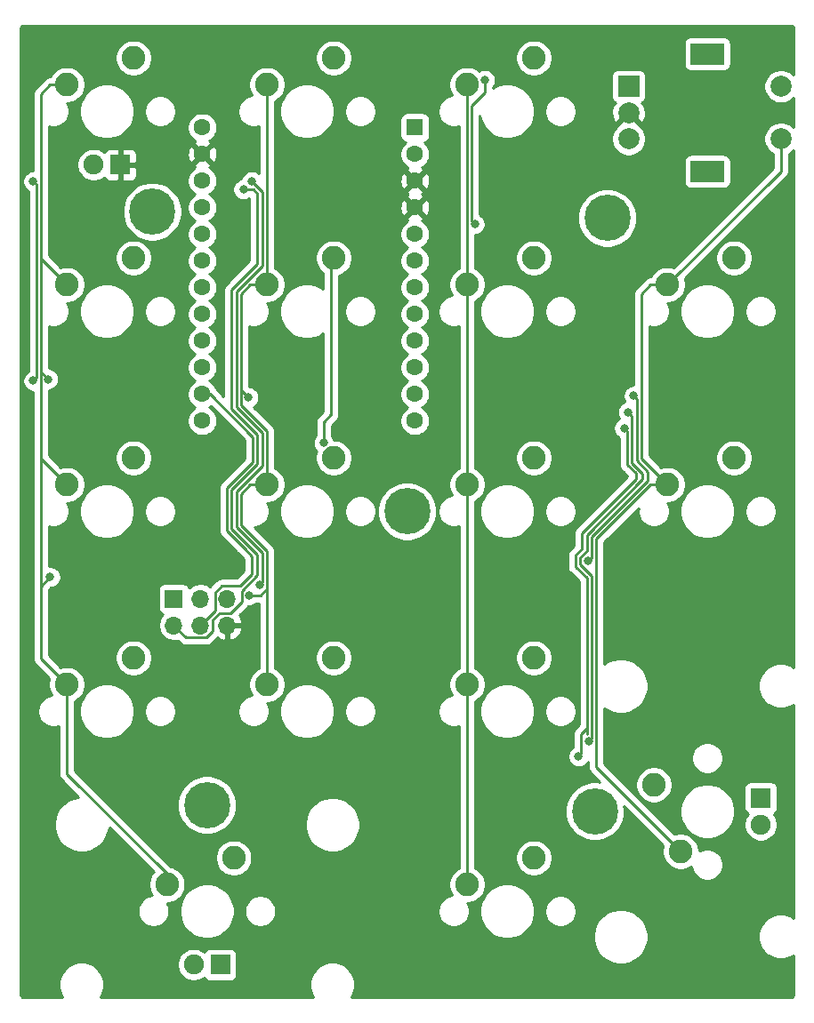
<source format=gbr>
G04 #@! TF.GenerationSoftware,KiCad,Pcbnew,(5.1.7)-1*
G04 #@! TF.CreationDate,2020-12-04T00:44:57-08:00*
G04 #@! TF.ProjectId,dropout-miniusb,64726f70-6f75-4742-9d6d-696e69757362,rev?*
G04 #@! TF.SameCoordinates,Original*
G04 #@! TF.FileFunction,Copper,L1,Top*
G04 #@! TF.FilePolarity,Positive*
%FSLAX46Y46*%
G04 Gerber Fmt 4.6, Leading zero omitted, Abs format (unit mm)*
G04 Created by KiCad (PCBNEW (5.1.7)-1) date 2020-12-04 00:44:57*
%MOMM*%
%LPD*%
G01*
G04 APERTURE LIST*
G04 #@! TA.AperFunction,ComponentPad*
%ADD10C,2.250000*%
G04 #@! TD*
G04 #@! TA.AperFunction,ComponentPad*
%ADD11O,1.700000X1.700000*%
G04 #@! TD*
G04 #@! TA.AperFunction,ComponentPad*
%ADD12R,1.700000X1.700000*%
G04 #@! TD*
G04 #@! TA.AperFunction,ComponentPad*
%ADD13R,1.600000X1.600000*%
G04 #@! TD*
G04 #@! TA.AperFunction,ComponentPad*
%ADD14C,1.600000*%
G04 #@! TD*
G04 #@! TA.AperFunction,ComponentPad*
%ADD15R,1.905000X1.905000*%
G04 #@! TD*
G04 #@! TA.AperFunction,ComponentPad*
%ADD16C,1.905000*%
G04 #@! TD*
G04 #@! TA.AperFunction,ComponentPad*
%ADD17R,2.000000X2.000000*%
G04 #@! TD*
G04 #@! TA.AperFunction,ComponentPad*
%ADD18C,2.000000*%
G04 #@! TD*
G04 #@! TA.AperFunction,ComponentPad*
%ADD19R,3.200000X2.000000*%
G04 #@! TD*
G04 #@! TA.AperFunction,ComponentPad*
%ADD20C,4.400000*%
G04 #@! TD*
G04 #@! TA.AperFunction,ViaPad*
%ADD21C,0.800000*%
G04 #@! TD*
G04 #@! TA.AperFunction,Conductor*
%ADD22C,0.250000*%
G04 #@! TD*
G04 #@! TA.AperFunction,Conductor*
%ADD23C,0.254000*%
G04 #@! TD*
G04 #@! TA.AperFunction,Conductor*
%ADD24C,0.100000*%
G04 #@! TD*
G04 APERTURE END LIST*
D10*
X104194508Y-73645405D03*
X97844508Y-76185405D03*
X142294508Y-54595405D03*
X135944508Y-57135405D03*
D11*
X113112000Y-108634000D03*
X113112000Y-106094000D03*
X110572000Y-108634000D03*
X110572000Y-106094000D03*
X108032000Y-108634000D03*
D12*
X108032000Y-106094000D03*
D13*
X130976382Y-61214016D03*
D14*
X130976382Y-63754016D03*
X130976382Y-66294016D03*
X130976382Y-68834016D03*
X130976382Y-71374016D03*
X130976382Y-73914016D03*
X130976382Y-76454016D03*
X130976382Y-78994016D03*
X130976382Y-81534016D03*
X130976382Y-84074016D03*
X130976382Y-86614016D03*
X130976382Y-89154016D03*
X110736382Y-89154016D03*
X110736382Y-86614016D03*
X110736382Y-84074016D03*
X110736382Y-81534016D03*
X110736382Y-78994016D03*
X110736382Y-76454016D03*
X110736382Y-73914016D03*
X110736382Y-71374016D03*
X110736382Y-68834016D03*
X110736382Y-66294016D03*
X110736382Y-63754016D03*
X110736382Y-61214016D03*
D10*
X123244508Y-73645405D03*
X116894508Y-76185405D03*
D15*
X163884508Y-125080405D03*
D16*
X163884508Y-127620405D03*
D10*
X156264508Y-130160405D03*
X153724508Y-123810405D03*
D15*
X112449508Y-140955405D03*
D16*
X109909508Y-140955405D03*
D10*
X107369508Y-133335405D03*
X113719508Y-130795405D03*
D17*
X151304508Y-57294155D03*
D18*
X151304508Y-59794155D03*
X151304508Y-62294155D03*
D19*
X158804508Y-54194155D03*
X158804508Y-65394155D03*
D18*
X165804508Y-57294155D03*
X165804508Y-62294155D03*
D10*
X161344508Y-92695405D03*
X154994508Y-95235405D03*
D15*
X102924508Y-64755405D03*
D16*
X100384508Y-64755405D03*
D10*
X97844508Y-57135405D03*
X104194508Y-54595405D03*
X161344508Y-73645405D03*
X154994508Y-76185405D03*
X142294508Y-130795405D03*
X135944508Y-133335405D03*
X123244508Y-54595405D03*
X116894508Y-57135405D03*
X142294508Y-73645405D03*
X135944508Y-76185405D03*
X142294508Y-92695405D03*
X135944508Y-95235405D03*
X123244508Y-92695405D03*
X116894508Y-95235405D03*
X104194508Y-92695405D03*
X97844508Y-95235405D03*
X104194516Y-111745381D03*
X97844516Y-114285381D03*
X123244508Y-111745405D03*
X116894508Y-114285405D03*
X142294548Y-111745381D03*
X135944548Y-114285381D03*
D20*
X105973557Y-69230886D03*
X148088930Y-126350389D03*
X130229540Y-97775365D03*
X149279556Y-69826199D03*
X111179524Y-125755076D03*
D21*
X136669508Y-70421512D03*
X137615251Y-56706164D03*
X151799507Y-86766400D03*
X147421600Y-102514400D03*
X151266206Y-88325006D03*
X147505607Y-119690561D03*
X150899489Y-89865200D03*
X146545608Y-121122259D03*
X122284229Y-91262403D03*
X96062800Y-85187854D03*
X96266000Y-104038400D03*
X115112800Y-86918800D03*
X115214400Y-105765600D03*
X94649507Y-66344800D03*
X94649507Y-85344000D03*
X114655600Y-67106800D03*
X115468400Y-66344800D03*
X116169508Y-104776930D03*
D22*
X136669508Y-70421512D02*
X136394518Y-70146522D01*
X136394518Y-70146522D02*
X136394518Y-59110565D01*
X137615251Y-57889832D02*
X137615251Y-56706164D01*
X136394518Y-59110565D02*
X137615251Y-57889832D01*
X115544478Y-93085215D02*
X115544478Y-90682107D01*
X111476387Y-86614016D02*
X110736382Y-86614016D01*
X113074479Y-95555214D02*
X115544478Y-93085215D01*
X115544478Y-90682107D02*
X111476387Y-86614016D01*
X113074480Y-99642106D02*
X113074479Y-95555214D01*
X111936999Y-105529999D02*
X112564998Y-104902000D01*
X111936999Y-107269001D02*
X111936999Y-105529999D01*
X110572000Y-108634000D02*
X111936999Y-107269001D01*
X112564998Y-104902000D02*
X114335026Y-104902000D01*
X115468400Y-103768626D02*
X115468400Y-102036029D01*
X114335026Y-104902000D02*
X115468400Y-103768626D01*
X114589986Y-101157615D02*
X114589986Y-101157614D01*
X115468400Y-102036029D02*
X114589986Y-101157615D01*
X114589986Y-101157614D02*
X113074480Y-99642106D01*
X114903128Y-101470757D02*
X114589986Y-101157614D01*
X151799507Y-86766400D02*
X152074497Y-87041390D01*
X152074497Y-87041390D02*
X152074498Y-92951805D01*
X153162000Y-94039307D02*
X153162000Y-94840513D01*
X152074498Y-92951805D02*
X153162000Y-94039307D01*
X153162000Y-94840513D02*
X151941256Y-96061257D01*
X151941256Y-96061257D02*
X147780597Y-100221916D01*
X147780597Y-100221916D02*
X147780597Y-102257003D01*
X147523200Y-102514400D02*
X147421600Y-102514400D01*
X147780597Y-102257003D02*
X147523200Y-102514400D01*
X151266206Y-88325006D02*
X151624489Y-88683289D01*
X151624489Y-88683289D02*
X151624489Y-93138206D01*
X152654000Y-94167717D02*
X152654000Y-94712103D01*
X151624489Y-93138206D02*
X152654000Y-94167717D01*
X152654000Y-94712103D02*
X147330587Y-100035516D01*
X146696599Y-102166399D02*
X147330587Y-101532411D01*
X146696599Y-102862401D02*
X146696599Y-102166399D01*
X147330587Y-101532411D02*
X147330587Y-100746987D01*
X147780597Y-103946399D02*
X146696599Y-102862401D01*
X147330587Y-100746987D02*
X147330587Y-101000987D01*
X147780597Y-119173403D02*
X147780597Y-103946399D01*
X147330587Y-100035516D02*
X147330587Y-100746987D01*
X147780597Y-119415571D02*
X147505607Y-119690561D01*
X147780597Y-119173403D02*
X147780597Y-119415571D01*
X150899489Y-89865200D02*
X151174479Y-90140190D01*
X151174479Y-90140190D02*
X151174479Y-93364079D01*
X151174479Y-93364079D02*
X151213952Y-93364079D01*
X151993600Y-94143727D02*
X151993600Y-94736093D01*
X151213952Y-93364079D02*
X151993600Y-94143727D01*
X146880577Y-99849116D02*
X146880577Y-100560587D01*
X151993600Y-94736093D02*
X146880577Y-99849116D01*
X146880577Y-101346011D02*
X146246589Y-101979999D01*
X146880577Y-100560587D02*
X146880577Y-101346011D01*
X146246589Y-101979999D02*
X146246590Y-103048802D01*
X146246590Y-103048802D02*
X147330587Y-104132799D01*
X146780606Y-118975368D02*
X146780606Y-120110606D01*
X147330587Y-118425387D02*
X146780606Y-118975368D01*
X147330587Y-104132799D02*
X147330587Y-118425387D01*
X147330587Y-118425387D02*
X147330587Y-118987003D01*
X146780606Y-120887261D02*
X146545608Y-121122259D01*
X146780606Y-120110606D02*
X146780606Y-120887261D01*
X123023409Y-73866504D02*
X123244508Y-73645405D01*
X123023409Y-88542591D02*
X123023409Y-73866504D01*
X122284229Y-89281771D02*
X123023409Y-88542591D01*
X122284229Y-91262403D02*
X122284229Y-89281771D01*
X95374507Y-73715404D02*
X97844508Y-76185405D01*
X96253518Y-57135405D02*
X95374507Y-58014416D01*
X97844508Y-57135405D02*
X96253518Y-57135405D01*
X95374507Y-92765404D02*
X97844508Y-95235405D01*
X95374507Y-106227404D02*
X95368008Y-106233903D01*
X95368008Y-111808873D02*
X97844516Y-114285381D01*
X95368008Y-106233903D02*
X95368008Y-111808873D01*
X95374507Y-58014416D02*
X95374507Y-68177906D01*
X95374507Y-87995492D02*
X95374507Y-88389507D01*
X95374507Y-88389507D02*
X95374507Y-92765404D01*
X107369508Y-132316431D02*
X107369508Y-133335405D01*
X97844516Y-122791439D02*
X107369508Y-132316431D01*
X97844516Y-114285381D02*
X97844516Y-122791439D01*
X95374507Y-68518989D02*
X95374507Y-73715404D01*
X95374507Y-68177906D02*
X95374507Y-68518989D01*
X95374507Y-73715404D02*
X95374507Y-84051093D01*
X95374507Y-84051093D02*
X95374507Y-88389507D01*
X95374507Y-84499561D02*
X96062800Y-85187854D01*
X95374507Y-84051093D02*
X95374507Y-84499561D01*
X95374507Y-104929893D02*
X95374507Y-104975707D01*
X95374507Y-104975707D02*
X95374507Y-106227404D01*
X96266000Y-104038400D02*
X95374507Y-104929893D01*
X95374507Y-92765404D02*
X95374507Y-104975707D01*
X135944508Y-57135405D02*
X135944508Y-76185405D01*
X135944508Y-76185405D02*
X135944508Y-95235405D01*
X135944508Y-114285341D02*
X135944548Y-114285381D01*
X135944508Y-95235405D02*
X135944508Y-114285341D01*
X135944548Y-133335365D02*
X135944508Y-133335405D01*
X135944548Y-114285381D02*
X135944548Y-133335365D01*
X116894508Y-57135405D02*
X116388506Y-57135405D01*
X116836760Y-76243153D02*
X116894508Y-76185405D01*
X116894508Y-76185405D02*
X116894508Y-57135405D01*
X115303518Y-76185405D02*
X114424507Y-77064416D01*
X116894508Y-76185405D02*
X115303518Y-76185405D01*
X114424507Y-86230507D02*
X115112800Y-86918800D01*
X114424507Y-86078107D02*
X114424507Y-86230507D01*
X114424507Y-77064416D02*
X114424507Y-86078107D01*
X116894508Y-90471092D02*
X116894508Y-95235405D01*
X116894508Y-90122908D02*
X116894508Y-90471092D01*
X114424507Y-87652907D02*
X116894508Y-90122908D01*
X114424507Y-86078107D02*
X114424507Y-87652907D01*
X114424507Y-96114416D02*
X114424507Y-99082907D01*
X115303518Y-95235405D02*
X114424507Y-96114416D01*
X116894508Y-95235405D02*
X115303518Y-95235405D01*
X114424507Y-99082907D02*
X116894508Y-101552908D01*
X116894508Y-105124932D02*
X116894508Y-104441092D01*
X116253840Y-105765600D02*
X116894508Y-105124932D01*
X115214400Y-105765600D02*
X116253840Y-105765600D01*
X116894508Y-104441092D02*
X116894508Y-114285405D01*
X116894508Y-101552908D02*
X116894508Y-104441092D01*
X165804508Y-65375405D02*
X154994508Y-76185405D01*
X165804508Y-62294155D02*
X165804508Y-65375405D01*
X152524507Y-77064416D02*
X152524507Y-92765404D01*
X153403518Y-76185405D02*
X152524507Y-77064416D01*
X154994508Y-76185405D02*
X153403518Y-76185405D01*
X152524507Y-92765404D02*
X154994508Y-95235405D01*
X148230607Y-122126504D02*
X156264508Y-130160405D01*
X148230607Y-100408316D02*
X148230607Y-122126504D01*
X153403518Y-95235405D02*
X148230607Y-100408316D01*
X154994508Y-95235405D02*
X153403518Y-95235405D01*
X94649507Y-66344800D02*
X94924497Y-66619790D01*
X94924497Y-85069010D02*
X94649507Y-85344000D01*
X94924497Y-66619790D02*
X94924497Y-85069010D01*
X109207001Y-109809001D02*
X108032000Y-108634000D01*
X111136001Y-109809001D02*
X109207001Y-109809001D01*
X111747001Y-109198001D02*
X111136001Y-109809001D01*
X111747001Y-108115399D02*
X111747001Y-109198001D01*
X112403401Y-107458999D02*
X111747001Y-108115399D01*
X114489399Y-106389001D02*
X113419401Y-107458999D01*
X114655600Y-67106800D02*
X115593990Y-67106800D01*
X113524489Y-88025707D02*
X115994488Y-90495708D01*
X115994488Y-67507298D02*
X115994488Y-74221615D01*
X115994488Y-74221615D02*
X113524488Y-76691615D01*
X115593990Y-67106800D02*
X115994488Y-67507298D01*
X115994488Y-90495708D02*
X115994488Y-93271615D01*
X113419401Y-107458999D02*
X112403401Y-107458999D01*
X113524488Y-95741615D02*
X113524489Y-99455707D01*
X115994488Y-93271615D02*
X113524488Y-95741615D01*
X113524489Y-99455707D02*
X115994488Y-101925708D01*
X113524488Y-76691615D02*
X113524489Y-88025707D01*
X114489399Y-105384037D02*
X115994488Y-103878948D01*
X114489399Y-106389001D02*
X114489399Y-105384037D01*
X115994488Y-103878948D02*
X115994488Y-101925708D01*
X115468400Y-66344800D02*
X116444498Y-67320898D01*
X116444498Y-67320898D02*
X116444498Y-74055502D01*
X116444498Y-74408015D02*
X113974497Y-76878016D01*
X116444498Y-74055502D02*
X116444498Y-74408015D01*
X113974497Y-76878016D02*
X113974498Y-87839308D01*
X113974498Y-87839308D02*
X116444498Y-90309308D01*
X116444498Y-90309308D02*
X116444498Y-93458015D01*
X113974498Y-99269308D02*
X116444498Y-101739308D01*
X113974497Y-95928016D02*
X113974498Y-99269308D01*
X116444498Y-93458015D02*
X113974497Y-95928016D01*
X116444498Y-104501940D02*
X116169508Y-104776930D01*
X116444498Y-101739308D02*
X116444498Y-104501940D01*
D23*
X166785046Y-51489142D02*
X166833899Y-51503892D01*
X166878958Y-51527850D01*
X166918504Y-51560104D01*
X166951033Y-51599424D01*
X166975302Y-51644308D01*
X166990394Y-51693065D01*
X166999259Y-51777402D01*
X166999259Y-56176667D01*
X166846760Y-56024168D01*
X166578971Y-55845237D01*
X166281420Y-55721987D01*
X165965541Y-55659155D01*
X165643475Y-55659155D01*
X165327596Y-55721987D01*
X165030045Y-55845237D01*
X164762256Y-56024168D01*
X164534521Y-56251903D01*
X164355590Y-56519692D01*
X164232340Y-56817243D01*
X164169508Y-57133122D01*
X164169508Y-57455188D01*
X164232340Y-57771067D01*
X164355590Y-58068618D01*
X164534521Y-58336407D01*
X164762256Y-58564142D01*
X165030045Y-58743073D01*
X165327596Y-58866323D01*
X165643475Y-58929155D01*
X165965541Y-58929155D01*
X166281420Y-58866323D01*
X166578971Y-58743073D01*
X166846760Y-58564142D01*
X166999259Y-58411643D01*
X166999259Y-61176667D01*
X166846760Y-61024168D01*
X166578971Y-60845237D01*
X166281420Y-60721987D01*
X165965541Y-60659155D01*
X165643475Y-60659155D01*
X165327596Y-60721987D01*
X165030045Y-60845237D01*
X164762256Y-61024168D01*
X164534521Y-61251903D01*
X164355590Y-61519692D01*
X164232340Y-61817243D01*
X164169508Y-62133122D01*
X164169508Y-62455188D01*
X164232340Y-62771067D01*
X164355590Y-63068618D01*
X164534521Y-63336407D01*
X164762256Y-63564142D01*
X165030045Y-63743073D01*
X165044508Y-63749064D01*
X165044509Y-65060602D01*
X155581554Y-74523557D01*
X155507881Y-74493041D01*
X155167853Y-74425405D01*
X154821163Y-74425405D01*
X154481135Y-74493041D01*
X154160835Y-74625713D01*
X153872573Y-74818324D01*
X153627427Y-75063470D01*
X153434816Y-75351732D01*
X153405732Y-75421947D01*
X153403517Y-75421729D01*
X153366194Y-75425405D01*
X153366185Y-75425405D01*
X153254532Y-75436402D01*
X153111271Y-75479859D01*
X152979242Y-75550431D01*
X152863517Y-75645404D01*
X152839719Y-75674402D01*
X152013509Y-76500613D01*
X151984506Y-76524415D01*
X151934155Y-76585769D01*
X151889533Y-76640140D01*
X151831237Y-76749204D01*
X151818961Y-76772170D01*
X151775504Y-76915431D01*
X151764507Y-77027084D01*
X151764507Y-77027094D01*
X151760831Y-77064416D01*
X151764507Y-77101738D01*
X151764508Y-85731400D01*
X151697568Y-85731400D01*
X151497609Y-85771174D01*
X151309251Y-85849195D01*
X151139733Y-85962463D01*
X150995570Y-86106626D01*
X150882302Y-86276144D01*
X150804281Y-86464502D01*
X150764507Y-86664461D01*
X150764507Y-86868339D01*
X150804281Y-87068298D01*
X150882302Y-87256656D01*
X150938347Y-87340533D01*
X150775950Y-87407801D01*
X150606432Y-87521069D01*
X150462269Y-87665232D01*
X150349001Y-87834750D01*
X150270980Y-88023108D01*
X150231206Y-88223067D01*
X150231206Y-88426945D01*
X150270980Y-88626904D01*
X150349001Y-88815262D01*
X150431521Y-88938763D01*
X150409233Y-88947995D01*
X150239715Y-89061263D01*
X150095552Y-89205426D01*
X149982284Y-89374944D01*
X149904263Y-89563302D01*
X149864489Y-89763261D01*
X149864489Y-89967139D01*
X149904263Y-90167098D01*
X149982284Y-90355456D01*
X150095552Y-90524974D01*
X150239715Y-90669137D01*
X150409233Y-90782405D01*
X150414479Y-90784578D01*
X150414480Y-93326736D01*
X150410802Y-93364079D01*
X150425476Y-93513065D01*
X150468933Y-93656326D01*
X150539505Y-93788355D01*
X150634478Y-93904080D01*
X150750203Y-93999053D01*
X150801595Y-94026523D01*
X151214981Y-94439909D01*
X146369580Y-99285312D01*
X146340576Y-99309115D01*
X146307138Y-99349860D01*
X146245603Y-99424840D01*
X146196679Y-99516370D01*
X146175031Y-99556870D01*
X146131574Y-99700131D01*
X146120577Y-99811784D01*
X146120577Y-99811794D01*
X146116901Y-99849116D01*
X146120577Y-99886438D01*
X146120577Y-101031209D01*
X145735585Y-101416202D01*
X145706588Y-101439999D01*
X145682790Y-101468997D01*
X145611615Y-101555723D01*
X145544441Y-101681396D01*
X145541043Y-101687753D01*
X145497586Y-101831014D01*
X145486589Y-101942667D01*
X145486589Y-101942677D01*
X145482913Y-101979999D01*
X145486589Y-102017323D01*
X145486591Y-103011471D01*
X145482914Y-103048802D01*
X145486591Y-103086134D01*
X145486591Y-103086135D01*
X145497588Y-103197788D01*
X145506942Y-103228625D01*
X145541044Y-103341048D01*
X145611616Y-103473078D01*
X145641611Y-103509626D01*
X145706590Y-103588803D01*
X145735588Y-103612601D01*
X146570587Y-104447601D01*
X146570588Y-118110584D01*
X146269608Y-118411565D01*
X146240605Y-118435367D01*
X146186572Y-118501207D01*
X146145632Y-118551092D01*
X146133188Y-118574373D01*
X146075060Y-118683122D01*
X146031603Y-118826383D01*
X146020606Y-118938036D01*
X146020606Y-118938046D01*
X146016930Y-118975368D01*
X146020606Y-119012691D01*
X146020607Y-120073264D01*
X146020606Y-120073274D01*
X146020606Y-120228270D01*
X145885834Y-120318322D01*
X145741671Y-120462485D01*
X145628403Y-120632003D01*
X145550382Y-120820361D01*
X145510608Y-121020320D01*
X145510608Y-121224198D01*
X145550382Y-121424157D01*
X145628403Y-121612515D01*
X145741671Y-121782033D01*
X145885834Y-121926196D01*
X146055352Y-122039464D01*
X146243710Y-122117485D01*
X146443669Y-122157259D01*
X146647547Y-122157259D01*
X146847506Y-122117485D01*
X147035864Y-122039464D01*
X147205382Y-121926196D01*
X147349545Y-121782033D01*
X147462813Y-121612515D01*
X147470608Y-121593696D01*
X147470608Y-122089171D01*
X147466931Y-122126504D01*
X147470608Y-122163837D01*
X147477418Y-122232974D01*
X147481605Y-122275489D01*
X147525061Y-122418750D01*
X147595633Y-122550780D01*
X147666808Y-122637506D01*
X147690607Y-122666505D01*
X147719605Y-122690303D01*
X148588526Y-123559224D01*
X148368153Y-123515389D01*
X147809707Y-123515389D01*
X147261991Y-123624337D01*
X146746054Y-123838045D01*
X146281723Y-124148301D01*
X145886842Y-124543182D01*
X145576586Y-125007513D01*
X145362878Y-125523450D01*
X145253930Y-126071166D01*
X145253930Y-126629612D01*
X145362878Y-127177328D01*
X145576586Y-127693265D01*
X145886842Y-128157596D01*
X146281723Y-128552477D01*
X146746054Y-128862733D01*
X147261991Y-129076441D01*
X147809707Y-129185389D01*
X148368153Y-129185389D01*
X148915869Y-129076441D01*
X149431806Y-128862733D01*
X149896137Y-128552477D01*
X150291018Y-128157596D01*
X150601274Y-127693265D01*
X150814982Y-127177328D01*
X150923930Y-126629612D01*
X150923930Y-126071166D01*
X150880095Y-125850793D01*
X154602660Y-129573359D01*
X154572144Y-129647032D01*
X154504508Y-129987060D01*
X154504508Y-130333750D01*
X154572144Y-130673778D01*
X154704816Y-130994078D01*
X154897427Y-131282340D01*
X155142573Y-131527486D01*
X155430835Y-131720097D01*
X155751135Y-131852769D01*
X156091163Y-131920405D01*
X156437853Y-131920405D01*
X156777881Y-131852769D01*
X157098181Y-131720097D01*
X157296227Y-131587767D01*
X157352537Y-131870856D01*
X157466364Y-132145658D01*
X157631615Y-132392974D01*
X157841939Y-132603298D01*
X158089255Y-132768549D01*
X158364057Y-132882376D01*
X158655786Y-132940405D01*
X158953230Y-132940405D01*
X159244959Y-132882376D01*
X159519761Y-132768549D01*
X159767077Y-132603298D01*
X159977401Y-132392974D01*
X160142652Y-132145658D01*
X160256479Y-131870856D01*
X160314508Y-131579127D01*
X160314508Y-131281683D01*
X160256479Y-130989954D01*
X160142652Y-130715152D01*
X159977401Y-130467836D01*
X159767077Y-130257512D01*
X159519761Y-130092261D01*
X159244959Y-129978434D01*
X158953230Y-129920405D01*
X158655786Y-129920405D01*
X158364057Y-129978434D01*
X158089255Y-130092261D01*
X158024508Y-130135523D01*
X158024508Y-129987060D01*
X157956872Y-129647032D01*
X157824200Y-129326732D01*
X157631589Y-129038470D01*
X157386443Y-128793324D01*
X157098181Y-128600713D01*
X156777881Y-128468041D01*
X156437853Y-128400405D01*
X156091163Y-128400405D01*
X155751135Y-128468041D01*
X155677462Y-128498557D01*
X153270386Y-126091481D01*
X156175608Y-126091481D01*
X156175608Y-126609329D01*
X156276635Y-127117227D01*
X156474807Y-127595656D01*
X156762508Y-128026231D01*
X157128682Y-128392405D01*
X157559257Y-128680106D01*
X158037686Y-128878278D01*
X158545584Y-128979305D01*
X159063432Y-128979305D01*
X159571330Y-128878278D01*
X160049759Y-128680106D01*
X160480334Y-128392405D01*
X160846508Y-128026231D01*
X161134209Y-127595656D01*
X161332381Y-127117227D01*
X161433408Y-126609329D01*
X161433408Y-126091481D01*
X161332381Y-125583583D01*
X161134209Y-125105154D01*
X160846508Y-124674579D01*
X160480334Y-124308405D01*
X160210197Y-124127905D01*
X162293936Y-124127905D01*
X162293936Y-126032905D01*
X162306196Y-126157387D01*
X162342506Y-126277085D01*
X162401471Y-126387399D01*
X162480823Y-126484090D01*
X162577514Y-126563442D01*
X162654993Y-126604856D01*
X162651416Y-126608433D01*
X162477684Y-126868442D01*
X162358015Y-127157348D01*
X162297008Y-127464050D01*
X162297008Y-127776760D01*
X162358015Y-128083462D01*
X162477684Y-128372368D01*
X162651416Y-128632377D01*
X162872536Y-128853497D01*
X163132545Y-129027229D01*
X163421451Y-129146898D01*
X163728153Y-129207905D01*
X164040863Y-129207905D01*
X164347565Y-129146898D01*
X164636471Y-129027229D01*
X164896480Y-128853497D01*
X165117600Y-128632377D01*
X165291332Y-128372368D01*
X165411001Y-128083462D01*
X165472008Y-127776760D01*
X165472008Y-127464050D01*
X165411001Y-127157348D01*
X165291332Y-126868442D01*
X165117600Y-126608433D01*
X165114023Y-126604856D01*
X165191502Y-126563442D01*
X165288193Y-126484090D01*
X165367545Y-126387399D01*
X165426510Y-126277085D01*
X165462820Y-126157387D01*
X165475080Y-126032905D01*
X165475080Y-124127905D01*
X165462820Y-124003423D01*
X165426510Y-123883725D01*
X165367545Y-123773411D01*
X165288193Y-123676720D01*
X165191502Y-123597368D01*
X165081188Y-123538403D01*
X164961490Y-123502093D01*
X164837008Y-123489833D01*
X162932008Y-123489833D01*
X162807526Y-123502093D01*
X162687828Y-123538403D01*
X162577514Y-123597368D01*
X162480823Y-123676720D01*
X162401471Y-123773411D01*
X162342506Y-123883725D01*
X162306196Y-124003423D01*
X162293936Y-124127905D01*
X160210197Y-124127905D01*
X160049759Y-124020704D01*
X159571330Y-123822532D01*
X159063432Y-123721505D01*
X158545584Y-123721505D01*
X158037686Y-123822532D01*
X157559257Y-124020704D01*
X157128682Y-124308405D01*
X156762508Y-124674579D01*
X156474807Y-125105154D01*
X156276635Y-125583583D01*
X156175608Y-126091481D01*
X153270386Y-126091481D01*
X150815965Y-123637060D01*
X151964508Y-123637060D01*
X151964508Y-123983750D01*
X152032144Y-124323778D01*
X152164816Y-124644078D01*
X152357427Y-124932340D01*
X152602573Y-125177486D01*
X152890835Y-125370097D01*
X153211135Y-125502769D01*
X153551163Y-125570405D01*
X153897853Y-125570405D01*
X154237881Y-125502769D01*
X154558181Y-125370097D01*
X154846443Y-125177486D01*
X155091589Y-124932340D01*
X155284200Y-124644078D01*
X155416872Y-124323778D01*
X155484508Y-123983750D01*
X155484508Y-123637060D01*
X155416872Y-123297032D01*
X155284200Y-122976732D01*
X155091589Y-122688470D01*
X154846443Y-122443324D01*
X154558181Y-122250713D01*
X154237881Y-122118041D01*
X153897853Y-122050405D01*
X153551163Y-122050405D01*
X153211135Y-122118041D01*
X152890835Y-122250713D01*
X152602573Y-122443324D01*
X152357427Y-122688470D01*
X152164816Y-122976732D01*
X152032144Y-123297032D01*
X151964508Y-123637060D01*
X150815965Y-123637060D01*
X148990607Y-121811703D01*
X148990607Y-121121683D01*
X157294508Y-121121683D01*
X157294508Y-121419127D01*
X157352537Y-121710856D01*
X157466364Y-121985658D01*
X157631615Y-122232974D01*
X157841939Y-122443298D01*
X158089255Y-122608549D01*
X158364057Y-122722376D01*
X158655786Y-122780405D01*
X158953230Y-122780405D01*
X159244959Y-122722376D01*
X159519761Y-122608549D01*
X159767077Y-122443298D01*
X159977401Y-122232974D01*
X160142652Y-121985658D01*
X160256479Y-121710856D01*
X160314508Y-121419127D01*
X160314508Y-121121683D01*
X160256479Y-120829954D01*
X160142652Y-120555152D01*
X159977401Y-120307836D01*
X159767077Y-120097512D01*
X159519761Y-119932261D01*
X159244959Y-119818434D01*
X158953230Y-119760405D01*
X158655786Y-119760405D01*
X158364057Y-119818434D01*
X158089255Y-119932261D01*
X157841939Y-120097512D01*
X157631615Y-120307836D01*
X157466364Y-120555152D01*
X157352537Y-120829954D01*
X157294508Y-121121683D01*
X148990607Y-121121683D01*
X148990607Y-116532532D01*
X149304257Y-116742106D01*
X149782686Y-116940278D01*
X150290584Y-117041305D01*
X150808432Y-117041305D01*
X151316330Y-116940278D01*
X151794759Y-116742106D01*
X152225334Y-116454405D01*
X152591508Y-116088231D01*
X152879209Y-115657656D01*
X153077381Y-115179227D01*
X153178408Y-114671329D01*
X153178408Y-114153481D01*
X153077381Y-113645583D01*
X152879209Y-113167154D01*
X152591508Y-112736579D01*
X152225334Y-112370405D01*
X151794759Y-112082704D01*
X151316330Y-111884532D01*
X150808432Y-111783505D01*
X150290584Y-111783505D01*
X149782686Y-111884532D01*
X149304257Y-112082704D01*
X148990607Y-112292278D01*
X148990607Y-100723117D01*
X152246159Y-97467566D01*
X152214508Y-97626683D01*
X152214508Y-97924127D01*
X152272537Y-98215856D01*
X152386364Y-98490658D01*
X152551615Y-98737974D01*
X152761939Y-98948298D01*
X153009255Y-99113549D01*
X153284057Y-99227376D01*
X153575786Y-99285405D01*
X153873230Y-99285405D01*
X154164959Y-99227376D01*
X154439761Y-99113549D01*
X154687077Y-98948298D01*
X154897401Y-98737974D01*
X155062652Y-98490658D01*
X155176479Y-98215856D01*
X155234508Y-97924127D01*
X155234508Y-97626683D01*
X155212588Y-97516481D01*
X156175608Y-97516481D01*
X156175608Y-98034329D01*
X156276635Y-98542227D01*
X156474807Y-99020656D01*
X156762508Y-99451231D01*
X157128682Y-99817405D01*
X157559257Y-100105106D01*
X158037686Y-100303278D01*
X158545584Y-100404305D01*
X159063432Y-100404305D01*
X159571330Y-100303278D01*
X160049759Y-100105106D01*
X160480334Y-99817405D01*
X160846508Y-99451231D01*
X161134209Y-99020656D01*
X161332381Y-98542227D01*
X161433408Y-98034329D01*
X161433408Y-97626683D01*
X162374508Y-97626683D01*
X162374508Y-97924127D01*
X162432537Y-98215856D01*
X162546364Y-98490658D01*
X162711615Y-98737974D01*
X162921939Y-98948298D01*
X163169255Y-99113549D01*
X163444057Y-99227376D01*
X163735786Y-99285405D01*
X164033230Y-99285405D01*
X164324959Y-99227376D01*
X164599761Y-99113549D01*
X164847077Y-98948298D01*
X165057401Y-98737974D01*
X165222652Y-98490658D01*
X165336479Y-98215856D01*
X165394508Y-97924127D01*
X165394508Y-97626683D01*
X165336479Y-97334954D01*
X165222652Y-97060152D01*
X165057401Y-96812836D01*
X164847077Y-96602512D01*
X164599761Y-96437261D01*
X164324959Y-96323434D01*
X164033230Y-96265405D01*
X163735786Y-96265405D01*
X163444057Y-96323434D01*
X163169255Y-96437261D01*
X162921939Y-96602512D01*
X162711615Y-96812836D01*
X162546364Y-97060152D01*
X162432537Y-97334954D01*
X162374508Y-97626683D01*
X161433408Y-97626683D01*
X161433408Y-97516481D01*
X161332381Y-97008583D01*
X161134209Y-96530154D01*
X160846508Y-96099579D01*
X160480334Y-95733405D01*
X160049759Y-95445704D01*
X159571330Y-95247532D01*
X159063432Y-95146505D01*
X158545584Y-95146505D01*
X158037686Y-95247532D01*
X157559257Y-95445704D01*
X157128682Y-95733405D01*
X156762508Y-96099579D01*
X156474807Y-96530154D01*
X156276635Y-97008583D01*
X156175608Y-97516481D01*
X155212588Y-97516481D01*
X155176479Y-97334954D01*
X155062652Y-97060152D01*
X155019390Y-96995405D01*
X155167853Y-96995405D01*
X155507881Y-96927769D01*
X155828181Y-96795097D01*
X156116443Y-96602486D01*
X156361589Y-96357340D01*
X156554200Y-96069078D01*
X156686872Y-95748778D01*
X156754508Y-95408750D01*
X156754508Y-95062060D01*
X156686872Y-94722032D01*
X156554200Y-94401732D01*
X156361589Y-94113470D01*
X156116443Y-93868324D01*
X155828181Y-93675713D01*
X155507881Y-93543041D01*
X155167853Y-93475405D01*
X154821163Y-93475405D01*
X154481135Y-93543041D01*
X154407462Y-93573557D01*
X153355965Y-92522060D01*
X159584508Y-92522060D01*
X159584508Y-92868750D01*
X159652144Y-93208778D01*
X159784816Y-93529078D01*
X159977427Y-93817340D01*
X160222573Y-94062486D01*
X160510835Y-94255097D01*
X160831135Y-94387769D01*
X161171163Y-94455405D01*
X161517853Y-94455405D01*
X161857881Y-94387769D01*
X162178181Y-94255097D01*
X162466443Y-94062486D01*
X162711589Y-93817340D01*
X162904200Y-93529078D01*
X163036872Y-93208778D01*
X163104508Y-92868750D01*
X163104508Y-92522060D01*
X163036872Y-92182032D01*
X162904200Y-91861732D01*
X162711589Y-91573470D01*
X162466443Y-91328324D01*
X162178181Y-91135713D01*
X161857881Y-91003041D01*
X161517853Y-90935405D01*
X161171163Y-90935405D01*
X160831135Y-91003041D01*
X160510835Y-91135713D01*
X160222573Y-91328324D01*
X159977427Y-91573470D01*
X159784816Y-91861732D01*
X159652144Y-92182032D01*
X159584508Y-92522060D01*
X153355965Y-92522060D01*
X153284507Y-92450603D01*
X153284507Y-80177466D01*
X153575786Y-80235405D01*
X153873230Y-80235405D01*
X154164959Y-80177376D01*
X154439761Y-80063549D01*
X154687077Y-79898298D01*
X154897401Y-79687974D01*
X155062652Y-79440658D01*
X155176479Y-79165856D01*
X155234508Y-78874127D01*
X155234508Y-78576683D01*
X155212588Y-78466481D01*
X156175608Y-78466481D01*
X156175608Y-78984329D01*
X156276635Y-79492227D01*
X156474807Y-79970656D01*
X156762508Y-80401231D01*
X157128682Y-80767405D01*
X157559257Y-81055106D01*
X158037686Y-81253278D01*
X158545584Y-81354305D01*
X159063432Y-81354305D01*
X159571330Y-81253278D01*
X160049759Y-81055106D01*
X160480334Y-80767405D01*
X160846508Y-80401231D01*
X161134209Y-79970656D01*
X161332381Y-79492227D01*
X161433408Y-78984329D01*
X161433408Y-78576683D01*
X162374508Y-78576683D01*
X162374508Y-78874127D01*
X162432537Y-79165856D01*
X162546364Y-79440658D01*
X162711615Y-79687974D01*
X162921939Y-79898298D01*
X163169255Y-80063549D01*
X163444057Y-80177376D01*
X163735786Y-80235405D01*
X164033230Y-80235405D01*
X164324959Y-80177376D01*
X164599761Y-80063549D01*
X164847077Y-79898298D01*
X165057401Y-79687974D01*
X165222652Y-79440658D01*
X165336479Y-79165856D01*
X165394508Y-78874127D01*
X165394508Y-78576683D01*
X165336479Y-78284954D01*
X165222652Y-78010152D01*
X165057401Y-77762836D01*
X164847077Y-77552512D01*
X164599761Y-77387261D01*
X164324959Y-77273434D01*
X164033230Y-77215405D01*
X163735786Y-77215405D01*
X163444057Y-77273434D01*
X163169255Y-77387261D01*
X162921939Y-77552512D01*
X162711615Y-77762836D01*
X162546364Y-78010152D01*
X162432537Y-78284954D01*
X162374508Y-78576683D01*
X161433408Y-78576683D01*
X161433408Y-78466481D01*
X161332381Y-77958583D01*
X161134209Y-77480154D01*
X160846508Y-77049579D01*
X160480334Y-76683405D01*
X160049759Y-76395704D01*
X159571330Y-76197532D01*
X159063432Y-76096505D01*
X158545584Y-76096505D01*
X158037686Y-76197532D01*
X157559257Y-76395704D01*
X157128682Y-76683405D01*
X156762508Y-77049579D01*
X156474807Y-77480154D01*
X156276635Y-77958583D01*
X156175608Y-78466481D01*
X155212588Y-78466481D01*
X155176479Y-78284954D01*
X155062652Y-78010152D01*
X155019390Y-77945405D01*
X155167853Y-77945405D01*
X155507881Y-77877769D01*
X155828181Y-77745097D01*
X156116443Y-77552486D01*
X156361589Y-77307340D01*
X156554200Y-77019078D01*
X156686872Y-76698778D01*
X156754508Y-76358750D01*
X156754508Y-76012060D01*
X156686872Y-75672032D01*
X156656356Y-75598359D01*
X158782655Y-73472060D01*
X159584508Y-73472060D01*
X159584508Y-73818750D01*
X159652144Y-74158778D01*
X159784816Y-74479078D01*
X159977427Y-74767340D01*
X160222573Y-75012486D01*
X160510835Y-75205097D01*
X160831135Y-75337769D01*
X161171163Y-75405405D01*
X161517853Y-75405405D01*
X161857881Y-75337769D01*
X162178181Y-75205097D01*
X162466443Y-75012486D01*
X162711589Y-74767340D01*
X162904200Y-74479078D01*
X163036872Y-74158778D01*
X163104508Y-73818750D01*
X163104508Y-73472060D01*
X163036872Y-73132032D01*
X162904200Y-72811732D01*
X162711589Y-72523470D01*
X162466443Y-72278324D01*
X162178181Y-72085713D01*
X161857881Y-71953041D01*
X161517853Y-71885405D01*
X161171163Y-71885405D01*
X160831135Y-71953041D01*
X160510835Y-72085713D01*
X160222573Y-72278324D01*
X159977427Y-72523470D01*
X159784816Y-72811732D01*
X159652144Y-73132032D01*
X159584508Y-73472060D01*
X158782655Y-73472060D01*
X166315511Y-65939204D01*
X166344509Y-65915406D01*
X166439482Y-65799681D01*
X166510054Y-65667652D01*
X166553511Y-65524391D01*
X166564508Y-65412738D01*
X166568185Y-65375405D01*
X166564508Y-65338072D01*
X166564508Y-63749064D01*
X166578971Y-63743073D01*
X166846760Y-63564142D01*
X166999259Y-63411643D01*
X166999260Y-112624129D01*
X166812178Y-112499124D01*
X166419265Y-112336375D01*
X166002151Y-112253405D01*
X165576865Y-112253405D01*
X165159751Y-112336375D01*
X164766838Y-112499124D01*
X164413226Y-112735401D01*
X164112504Y-113036123D01*
X163876227Y-113389735D01*
X163713478Y-113782648D01*
X163630508Y-114199762D01*
X163630508Y-114625048D01*
X163713478Y-115042162D01*
X163876227Y-115435075D01*
X164112504Y-115788687D01*
X164413226Y-116089409D01*
X164766838Y-116325686D01*
X165159751Y-116488435D01*
X165576865Y-116571405D01*
X166002151Y-116571405D01*
X166419265Y-116488435D01*
X166812178Y-116325686D01*
X166999260Y-116200681D01*
X166999260Y-136500129D01*
X166812178Y-136375124D01*
X166419265Y-136212375D01*
X166002151Y-136129405D01*
X165576865Y-136129405D01*
X165159751Y-136212375D01*
X164766838Y-136375124D01*
X164413226Y-136611401D01*
X164112504Y-136912123D01*
X163876227Y-137265735D01*
X163713478Y-137658648D01*
X163630508Y-138075762D01*
X163630508Y-138501048D01*
X163713478Y-138918162D01*
X163876227Y-139311075D01*
X164112504Y-139664687D01*
X164413226Y-139965409D01*
X164766838Y-140201686D01*
X165159751Y-140364435D01*
X165576865Y-140447405D01*
X166002151Y-140447405D01*
X166419265Y-140364435D01*
X166812178Y-140201686D01*
X166999260Y-140076681D01*
X166999260Y-143769135D01*
X166990755Y-143855878D01*
X166976005Y-143904732D01*
X166952047Y-143949791D01*
X166919793Y-143989338D01*
X166880474Y-144021865D01*
X166835588Y-144046135D01*
X166786832Y-144061227D01*
X166702494Y-144070092D01*
X124905828Y-144070092D01*
X125030789Y-143883075D01*
X125193538Y-143490162D01*
X125276508Y-143073048D01*
X125276508Y-142647762D01*
X125193538Y-142230648D01*
X125030789Y-141837735D01*
X124794512Y-141484123D01*
X124493790Y-141183401D01*
X124140178Y-140947124D01*
X123747265Y-140784375D01*
X123330151Y-140701405D01*
X122904865Y-140701405D01*
X122487751Y-140784375D01*
X122094838Y-140947124D01*
X121741226Y-141183401D01*
X121440504Y-141484123D01*
X121204227Y-141837735D01*
X121041478Y-142230648D01*
X120958508Y-142647762D01*
X120958508Y-143073048D01*
X121041478Y-143490162D01*
X121204227Y-143883075D01*
X121329188Y-144070092D01*
X101029828Y-144070092D01*
X101154789Y-143883075D01*
X101317538Y-143490162D01*
X101400508Y-143073048D01*
X101400508Y-142647762D01*
X101317538Y-142230648D01*
X101154789Y-141837735D01*
X100918512Y-141484123D01*
X100617790Y-141183401D01*
X100264178Y-140947124D01*
X99906694Y-140799050D01*
X108322008Y-140799050D01*
X108322008Y-141111760D01*
X108383015Y-141418462D01*
X108502684Y-141707368D01*
X108676416Y-141967377D01*
X108897536Y-142188497D01*
X109157545Y-142362229D01*
X109446451Y-142481898D01*
X109753153Y-142542905D01*
X110065863Y-142542905D01*
X110372565Y-142481898D01*
X110661471Y-142362229D01*
X110921480Y-142188497D01*
X110925057Y-142184920D01*
X110966471Y-142262399D01*
X111045823Y-142359090D01*
X111142514Y-142438442D01*
X111252828Y-142497407D01*
X111372526Y-142533717D01*
X111497008Y-142545977D01*
X113402008Y-142545977D01*
X113526490Y-142533717D01*
X113646188Y-142497407D01*
X113756502Y-142438442D01*
X113853193Y-142359090D01*
X113932545Y-142262399D01*
X113991510Y-142152085D01*
X114027820Y-142032387D01*
X114040080Y-141907905D01*
X114040080Y-140002905D01*
X114027820Y-139878423D01*
X113991510Y-139758725D01*
X113932545Y-139648411D01*
X113853193Y-139551720D01*
X113756502Y-139472368D01*
X113646188Y-139413403D01*
X113526490Y-139377093D01*
X113402008Y-139364833D01*
X111497008Y-139364833D01*
X111372526Y-139377093D01*
X111252828Y-139413403D01*
X111142514Y-139472368D01*
X111045823Y-139551720D01*
X110966471Y-139648411D01*
X110925057Y-139725890D01*
X110921480Y-139722313D01*
X110661471Y-139548581D01*
X110372565Y-139428912D01*
X110065863Y-139367905D01*
X109753153Y-139367905D01*
X109446451Y-139428912D01*
X109157545Y-139548581D01*
X108897536Y-139722313D01*
X108676416Y-139943433D01*
X108502684Y-140203442D01*
X108383015Y-140492348D01*
X108322008Y-140799050D01*
X99906694Y-140799050D01*
X99871265Y-140784375D01*
X99454151Y-140701405D01*
X99028865Y-140701405D01*
X98611751Y-140784375D01*
X98218838Y-140947124D01*
X97865226Y-141183401D01*
X97564504Y-141484123D01*
X97328227Y-141837735D01*
X97165478Y-142230648D01*
X97082508Y-142647762D01*
X97082508Y-143073048D01*
X97165478Y-143490162D01*
X97328227Y-143883075D01*
X97453188Y-144070092D01*
X93760768Y-144070092D01*
X93674035Y-144061588D01*
X93625181Y-144046838D01*
X93580122Y-144022880D01*
X93540575Y-143990626D01*
X93508048Y-143951307D01*
X93483778Y-143906421D01*
X93468686Y-143857665D01*
X93459821Y-143773327D01*
X93459821Y-66242861D01*
X93614507Y-66242861D01*
X93614507Y-66446739D01*
X93654281Y-66646698D01*
X93732302Y-66835056D01*
X93845570Y-67004574D01*
X93989733Y-67148737D01*
X94159251Y-67262005D01*
X94164497Y-67264178D01*
X94164498Y-84424622D01*
X94159251Y-84426795D01*
X93989733Y-84540063D01*
X93845570Y-84684226D01*
X93732302Y-84853744D01*
X93654281Y-85042102D01*
X93614507Y-85242061D01*
X93614507Y-85445939D01*
X93654281Y-85645898D01*
X93732302Y-85834256D01*
X93845570Y-86003774D01*
X93989733Y-86147937D01*
X94159251Y-86261205D01*
X94347609Y-86339226D01*
X94547568Y-86379000D01*
X94614508Y-86379000D01*
X94614508Y-87958151D01*
X94614507Y-87958160D01*
X94614507Y-88352175D01*
X94614508Y-92728062D01*
X94614507Y-92728072D01*
X94614507Y-92728082D01*
X94610831Y-92765404D01*
X94614507Y-92802726D01*
X94614508Y-104892551D01*
X94614507Y-104892561D01*
X94614507Y-104892571D01*
X94610831Y-104929893D01*
X94614507Y-104967216D01*
X94614508Y-106130577D01*
X94608008Y-106196571D01*
X94608008Y-106196581D01*
X94604332Y-106233903D01*
X94608008Y-106271226D01*
X94608009Y-111771541D01*
X94604332Y-111808873D01*
X94619006Y-111957858D01*
X94662462Y-112101119D01*
X94733034Y-112233149D01*
X94804209Y-112319875D01*
X94828008Y-112348874D01*
X94857006Y-112372672D01*
X96182668Y-113698335D01*
X96152152Y-113772008D01*
X96084516Y-114112036D01*
X96084516Y-114458726D01*
X96152152Y-114798754D01*
X96284824Y-115119054D01*
X96417154Y-115317100D01*
X96134065Y-115373410D01*
X95859263Y-115487237D01*
X95611947Y-115652488D01*
X95401623Y-115862812D01*
X95236372Y-116110128D01*
X95122545Y-116384930D01*
X95064516Y-116676659D01*
X95064516Y-116974103D01*
X95122545Y-117265832D01*
X95236372Y-117540634D01*
X95401623Y-117787950D01*
X95611947Y-117998274D01*
X95859263Y-118163525D01*
X96134065Y-118277352D01*
X96425794Y-118335381D01*
X96723238Y-118335381D01*
X97014967Y-118277352D01*
X97084516Y-118248544D01*
X97084517Y-122754107D01*
X97080840Y-122791439D01*
X97095514Y-122940424D01*
X97138970Y-123083685D01*
X97209542Y-123215715D01*
X97231715Y-123242732D01*
X97304516Y-123331440D01*
X97333514Y-123355238D01*
X98971905Y-124993629D01*
X98474686Y-125092532D01*
X97996257Y-125290704D01*
X97565682Y-125578405D01*
X97199508Y-125944579D01*
X96911807Y-126375154D01*
X96713635Y-126853583D01*
X96612608Y-127361481D01*
X96612608Y-127879329D01*
X96713635Y-128387227D01*
X96911807Y-128865656D01*
X97199508Y-129296231D01*
X97565682Y-129662405D01*
X97996257Y-129950106D01*
X98474686Y-130148278D01*
X98982584Y-130249305D01*
X99500432Y-130249305D01*
X100008330Y-130148278D01*
X100486759Y-129950106D01*
X100917334Y-129662405D01*
X101283508Y-129296231D01*
X101571209Y-128865656D01*
X101769381Y-128387227D01*
X101868284Y-127890008D01*
X106097086Y-132118811D01*
X106002427Y-132213470D01*
X105809816Y-132501732D01*
X105677144Y-132822032D01*
X105609508Y-133162060D01*
X105609508Y-133508750D01*
X105677144Y-133848778D01*
X105809816Y-134169078D01*
X105942146Y-134367124D01*
X105659057Y-134423434D01*
X105384255Y-134537261D01*
X105136939Y-134702512D01*
X104926615Y-134912836D01*
X104761364Y-135160152D01*
X104647537Y-135434954D01*
X104589508Y-135726683D01*
X104589508Y-136024127D01*
X104647537Y-136315856D01*
X104761364Y-136590658D01*
X104926615Y-136837974D01*
X105136939Y-137048298D01*
X105384255Y-137213549D01*
X105659057Y-137327376D01*
X105950786Y-137385405D01*
X106248230Y-137385405D01*
X106539959Y-137327376D01*
X106814761Y-137213549D01*
X107062077Y-137048298D01*
X107272401Y-136837974D01*
X107437652Y-136590658D01*
X107551479Y-136315856D01*
X107609508Y-136024127D01*
X107609508Y-135726683D01*
X107587588Y-135616481D01*
X108550608Y-135616481D01*
X108550608Y-136134329D01*
X108651635Y-136642227D01*
X108849807Y-137120656D01*
X109137508Y-137551231D01*
X109503682Y-137917405D01*
X109934257Y-138205106D01*
X110412686Y-138403278D01*
X110920584Y-138504305D01*
X111438432Y-138504305D01*
X111946330Y-138403278D01*
X112424759Y-138205106D01*
X112855334Y-137917405D01*
X113221508Y-137551231D01*
X113509209Y-137120656D01*
X113707381Y-136642227D01*
X113808408Y-136134329D01*
X113808408Y-135726683D01*
X114749508Y-135726683D01*
X114749508Y-136024127D01*
X114807537Y-136315856D01*
X114921364Y-136590658D01*
X115086615Y-136837974D01*
X115296939Y-137048298D01*
X115544255Y-137213549D01*
X115819057Y-137327376D01*
X116110786Y-137385405D01*
X116408230Y-137385405D01*
X116699959Y-137327376D01*
X116974761Y-137213549D01*
X117222077Y-137048298D01*
X117432401Y-136837974D01*
X117597652Y-136590658D01*
X117711479Y-136315856D01*
X117769508Y-136024127D01*
X117769508Y-135726683D01*
X117711479Y-135434954D01*
X117597652Y-135160152D01*
X117432401Y-134912836D01*
X117222077Y-134702512D01*
X116974761Y-134537261D01*
X116699959Y-134423434D01*
X116408230Y-134365405D01*
X116110786Y-134365405D01*
X115819057Y-134423434D01*
X115544255Y-134537261D01*
X115296939Y-134702512D01*
X115086615Y-134912836D01*
X114921364Y-135160152D01*
X114807537Y-135434954D01*
X114749508Y-135726683D01*
X113808408Y-135726683D01*
X113808408Y-135616481D01*
X113707381Y-135108583D01*
X113509209Y-134630154D01*
X113221508Y-134199579D01*
X112855334Y-133833405D01*
X112424759Y-133545704D01*
X111946330Y-133347532D01*
X111438432Y-133246505D01*
X110920584Y-133246505D01*
X110412686Y-133347532D01*
X109934257Y-133545704D01*
X109503682Y-133833405D01*
X109137508Y-134199579D01*
X108849807Y-134630154D01*
X108651635Y-135108583D01*
X108550608Y-135616481D01*
X107587588Y-135616481D01*
X107551479Y-135434954D01*
X107437652Y-135160152D01*
X107394390Y-135095405D01*
X107542853Y-135095405D01*
X107882881Y-135027769D01*
X108203181Y-134895097D01*
X108491443Y-134702486D01*
X108736589Y-134457340D01*
X108929200Y-134169078D01*
X109061872Y-133848778D01*
X109129508Y-133508750D01*
X109129508Y-133162060D01*
X109061872Y-132822032D01*
X108929200Y-132501732D01*
X108736589Y-132213470D01*
X108491443Y-131968324D01*
X108203181Y-131775713D01*
X107882881Y-131643041D01*
X107743120Y-131615241D01*
X106749939Y-130622060D01*
X111959508Y-130622060D01*
X111959508Y-130968750D01*
X112027144Y-131308778D01*
X112159816Y-131629078D01*
X112352427Y-131917340D01*
X112597573Y-132162486D01*
X112885835Y-132355097D01*
X113206135Y-132487769D01*
X113546163Y-132555405D01*
X113892853Y-132555405D01*
X114232881Y-132487769D01*
X114553181Y-132355097D01*
X114841443Y-132162486D01*
X115086589Y-131917340D01*
X115279200Y-131629078D01*
X115411872Y-131308778D01*
X115479508Y-130968750D01*
X115479508Y-130622060D01*
X115411872Y-130282032D01*
X115279200Y-129961732D01*
X115086589Y-129673470D01*
X114841443Y-129428324D01*
X114553181Y-129235713D01*
X114232881Y-129103041D01*
X113892853Y-129035405D01*
X113546163Y-129035405D01*
X113206135Y-129103041D01*
X112885835Y-129235713D01*
X112597573Y-129428324D01*
X112352427Y-129673470D01*
X112159816Y-129961732D01*
X112027144Y-130282032D01*
X111959508Y-130622060D01*
X106749939Y-130622060D01*
X101603732Y-125475853D01*
X108344524Y-125475853D01*
X108344524Y-126034299D01*
X108453472Y-126582015D01*
X108667180Y-127097952D01*
X108977436Y-127562283D01*
X109372317Y-127957164D01*
X109836648Y-128267420D01*
X110352585Y-128481128D01*
X110900301Y-128590076D01*
X111458747Y-128590076D01*
X112006463Y-128481128D01*
X112522400Y-128267420D01*
X112986731Y-127957164D01*
X113381612Y-127562283D01*
X113515783Y-127361481D01*
X120488608Y-127361481D01*
X120488608Y-127879329D01*
X120589635Y-128387227D01*
X120787807Y-128865656D01*
X121075508Y-129296231D01*
X121441682Y-129662405D01*
X121872257Y-129950106D01*
X122350686Y-130148278D01*
X122858584Y-130249305D01*
X123376432Y-130249305D01*
X123884330Y-130148278D01*
X124362759Y-129950106D01*
X124793334Y-129662405D01*
X125159508Y-129296231D01*
X125447209Y-128865656D01*
X125645381Y-128387227D01*
X125746408Y-127879329D01*
X125746408Y-127361481D01*
X125645381Y-126853583D01*
X125447209Y-126375154D01*
X125159508Y-125944579D01*
X124793334Y-125578405D01*
X124362759Y-125290704D01*
X123884330Y-125092532D01*
X123376432Y-124991505D01*
X122858584Y-124991505D01*
X122350686Y-125092532D01*
X121872257Y-125290704D01*
X121441682Y-125578405D01*
X121075508Y-125944579D01*
X120787807Y-126375154D01*
X120589635Y-126853583D01*
X120488608Y-127361481D01*
X113515783Y-127361481D01*
X113691868Y-127097952D01*
X113905576Y-126582015D01*
X114014524Y-126034299D01*
X114014524Y-125475853D01*
X113905576Y-124928137D01*
X113691868Y-124412200D01*
X113381612Y-123947869D01*
X112986731Y-123552988D01*
X112522400Y-123242732D01*
X112006463Y-123029024D01*
X111458747Y-122920076D01*
X110900301Y-122920076D01*
X110352585Y-123029024D01*
X109836648Y-123242732D01*
X109372317Y-123552988D01*
X108977436Y-123947869D01*
X108667180Y-124412200D01*
X108453472Y-124928137D01*
X108344524Y-125475853D01*
X101603732Y-125475853D01*
X98604516Y-122476638D01*
X98604516Y-116566457D01*
X99025616Y-116566457D01*
X99025616Y-117084305D01*
X99126643Y-117592203D01*
X99324815Y-118070632D01*
X99612516Y-118501207D01*
X99978690Y-118867381D01*
X100409265Y-119155082D01*
X100887694Y-119353254D01*
X101395592Y-119454281D01*
X101913440Y-119454281D01*
X102421338Y-119353254D01*
X102899767Y-119155082D01*
X103330342Y-118867381D01*
X103696516Y-118501207D01*
X103984217Y-118070632D01*
X104182389Y-117592203D01*
X104283416Y-117084305D01*
X104283416Y-116676659D01*
X105224516Y-116676659D01*
X105224516Y-116974103D01*
X105282545Y-117265832D01*
X105396372Y-117540634D01*
X105561623Y-117787950D01*
X105771947Y-117998274D01*
X106019263Y-118163525D01*
X106294065Y-118277352D01*
X106585794Y-118335381D01*
X106883238Y-118335381D01*
X107174967Y-118277352D01*
X107449769Y-118163525D01*
X107697085Y-117998274D01*
X107907409Y-117787950D01*
X108072660Y-117540634D01*
X108186487Y-117265832D01*
X108244516Y-116974103D01*
X108244516Y-116676659D01*
X108186487Y-116384930D01*
X108072660Y-116110128D01*
X107907409Y-115862812D01*
X107697085Y-115652488D01*
X107449769Y-115487237D01*
X107174967Y-115373410D01*
X106883238Y-115315381D01*
X106585794Y-115315381D01*
X106294065Y-115373410D01*
X106019263Y-115487237D01*
X105771947Y-115652488D01*
X105561623Y-115862812D01*
X105396372Y-116110128D01*
X105282545Y-116384930D01*
X105224516Y-116676659D01*
X104283416Y-116676659D01*
X104283416Y-116566457D01*
X104182389Y-116058559D01*
X103984217Y-115580130D01*
X103696516Y-115149555D01*
X103330342Y-114783381D01*
X102899767Y-114495680D01*
X102421338Y-114297508D01*
X101913440Y-114196481D01*
X101395592Y-114196481D01*
X100887694Y-114297508D01*
X100409265Y-114495680D01*
X99978690Y-114783381D01*
X99612516Y-115149555D01*
X99324815Y-115580130D01*
X99126643Y-116058559D01*
X99025616Y-116566457D01*
X98604516Y-116566457D01*
X98604516Y-115875589D01*
X98678189Y-115845073D01*
X98966451Y-115652462D01*
X99211597Y-115407316D01*
X99404208Y-115119054D01*
X99536880Y-114798754D01*
X99604516Y-114458726D01*
X99604516Y-114112036D01*
X99536880Y-113772008D01*
X99404208Y-113451708D01*
X99211597Y-113163446D01*
X98966451Y-112918300D01*
X98678189Y-112725689D01*
X98357889Y-112593017D01*
X98017861Y-112525381D01*
X97671171Y-112525381D01*
X97331143Y-112593017D01*
X97257470Y-112623533D01*
X96205973Y-111572036D01*
X102434516Y-111572036D01*
X102434516Y-111918726D01*
X102502152Y-112258754D01*
X102634824Y-112579054D01*
X102827435Y-112867316D01*
X103072581Y-113112462D01*
X103360843Y-113305073D01*
X103681143Y-113437745D01*
X104021171Y-113505381D01*
X104367861Y-113505381D01*
X104707889Y-113437745D01*
X105028189Y-113305073D01*
X105316451Y-113112462D01*
X105561597Y-112867316D01*
X105754208Y-112579054D01*
X105886880Y-112258754D01*
X105954516Y-111918726D01*
X105954516Y-111572036D01*
X105886880Y-111232008D01*
X105754208Y-110911708D01*
X105561597Y-110623446D01*
X105316451Y-110378300D01*
X105028189Y-110185689D01*
X104707889Y-110053017D01*
X104367861Y-109985381D01*
X104021171Y-109985381D01*
X103681143Y-110053017D01*
X103360843Y-110185689D01*
X103072581Y-110378300D01*
X102827435Y-110623446D01*
X102634824Y-110911708D01*
X102502152Y-111232008D01*
X102434516Y-111572036D01*
X96205973Y-111572036D01*
X96128008Y-111494072D01*
X96128008Y-106330722D01*
X96134507Y-106264737D01*
X96134507Y-106264726D01*
X96138183Y-106227404D01*
X96134507Y-106190081D01*
X96134507Y-105244695D01*
X96135202Y-105244000D01*
X106543928Y-105244000D01*
X106543928Y-106944000D01*
X106556188Y-107068482D01*
X106592498Y-107188180D01*
X106651463Y-107298494D01*
X106730815Y-107395185D01*
X106827506Y-107474537D01*
X106937820Y-107533502D01*
X107010380Y-107555513D01*
X106878525Y-107687368D01*
X106716010Y-107930589D01*
X106604068Y-108200842D01*
X106547000Y-108487740D01*
X106547000Y-108780260D01*
X106604068Y-109067158D01*
X106716010Y-109337411D01*
X106878525Y-109580632D01*
X107085368Y-109787475D01*
X107328589Y-109949990D01*
X107598842Y-110061932D01*
X107885740Y-110119000D01*
X108178260Y-110119000D01*
X108398408Y-110075210D01*
X108643202Y-110320004D01*
X108667000Y-110349002D01*
X108782725Y-110443975D01*
X108914754Y-110514547D01*
X109058015Y-110558004D01*
X109169668Y-110569001D01*
X109169677Y-110569001D01*
X109207000Y-110572677D01*
X109244323Y-110569001D01*
X111098679Y-110569001D01*
X111136001Y-110572677D01*
X111173323Y-110569001D01*
X111173334Y-110569001D01*
X111284987Y-110558004D01*
X111428248Y-110514547D01*
X111560277Y-110443975D01*
X111676002Y-110349002D01*
X111699804Y-110319999D01*
X112212817Y-109806987D01*
X112345080Y-109905641D01*
X112607901Y-110030825D01*
X112755110Y-110075476D01*
X112985000Y-109954155D01*
X112985000Y-108761000D01*
X113239000Y-108761000D01*
X113239000Y-109954155D01*
X113468890Y-110075476D01*
X113616099Y-110030825D01*
X113878920Y-109905641D01*
X114112269Y-109731588D01*
X114307178Y-109515355D01*
X114456157Y-109265252D01*
X114553481Y-108990891D01*
X114432814Y-108761000D01*
X113239000Y-108761000D01*
X112985000Y-108761000D01*
X112965000Y-108761000D01*
X112965000Y-108507000D01*
X112985000Y-108507000D01*
X112985000Y-108487000D01*
X113239000Y-108487000D01*
X113239000Y-108507000D01*
X114432814Y-108507000D01*
X114553481Y-108277109D01*
X114456157Y-108002748D01*
X114307178Y-107752645D01*
X114256632Y-107696569D01*
X115000403Y-106952799D01*
X115029400Y-106929002D01*
X115124373Y-106813277D01*
X115131149Y-106800600D01*
X115316339Y-106800600D01*
X115516298Y-106760826D01*
X115704656Y-106682805D01*
X115874174Y-106569537D01*
X115918111Y-106525600D01*
X116134508Y-106525600D01*
X116134509Y-112695196D01*
X116060835Y-112725713D01*
X115772573Y-112918324D01*
X115527427Y-113163470D01*
X115334816Y-113451732D01*
X115202144Y-113772032D01*
X115134508Y-114112060D01*
X115134508Y-114458750D01*
X115202144Y-114798778D01*
X115334816Y-115119078D01*
X115467146Y-115317124D01*
X115184057Y-115373434D01*
X114909255Y-115487261D01*
X114661939Y-115652512D01*
X114451615Y-115862836D01*
X114286364Y-116110152D01*
X114172537Y-116384954D01*
X114114508Y-116676683D01*
X114114508Y-116974127D01*
X114172537Y-117265856D01*
X114286364Y-117540658D01*
X114451615Y-117787974D01*
X114661939Y-117998298D01*
X114909255Y-118163549D01*
X115184057Y-118277376D01*
X115475786Y-118335405D01*
X115773230Y-118335405D01*
X116064959Y-118277376D01*
X116339761Y-118163549D01*
X116587077Y-117998298D01*
X116797401Y-117787974D01*
X116962652Y-117540658D01*
X117076479Y-117265856D01*
X117134508Y-116974127D01*
X117134508Y-116676683D01*
X117112588Y-116566481D01*
X118075608Y-116566481D01*
X118075608Y-117084329D01*
X118176635Y-117592227D01*
X118374807Y-118070656D01*
X118662508Y-118501231D01*
X119028682Y-118867405D01*
X119459257Y-119155106D01*
X119937686Y-119353278D01*
X120445584Y-119454305D01*
X120963432Y-119454305D01*
X121471330Y-119353278D01*
X121949759Y-119155106D01*
X122380334Y-118867405D01*
X122746508Y-118501231D01*
X123034209Y-118070656D01*
X123232381Y-117592227D01*
X123333408Y-117084329D01*
X123333408Y-116676683D01*
X124274508Y-116676683D01*
X124274508Y-116974127D01*
X124332537Y-117265856D01*
X124446364Y-117540658D01*
X124611615Y-117787974D01*
X124821939Y-117998298D01*
X125069255Y-118163549D01*
X125344057Y-118277376D01*
X125635786Y-118335405D01*
X125933230Y-118335405D01*
X126224959Y-118277376D01*
X126499761Y-118163549D01*
X126747077Y-117998298D01*
X126957401Y-117787974D01*
X127122652Y-117540658D01*
X127236479Y-117265856D01*
X127294508Y-116974127D01*
X127294508Y-116676683D01*
X127236479Y-116384954D01*
X127122652Y-116110152D01*
X126957401Y-115862836D01*
X126747077Y-115652512D01*
X126499761Y-115487261D01*
X126224959Y-115373434D01*
X125933230Y-115315405D01*
X125635786Y-115315405D01*
X125344057Y-115373434D01*
X125069255Y-115487261D01*
X124821939Y-115652512D01*
X124611615Y-115862836D01*
X124446364Y-116110152D01*
X124332537Y-116384954D01*
X124274508Y-116676683D01*
X123333408Y-116676683D01*
X123333408Y-116566481D01*
X123232381Y-116058583D01*
X123034209Y-115580154D01*
X122746508Y-115149579D01*
X122380334Y-114783405D01*
X121949759Y-114495704D01*
X121471330Y-114297532D01*
X120963432Y-114196505D01*
X120445584Y-114196505D01*
X119937686Y-114297532D01*
X119459257Y-114495704D01*
X119028682Y-114783405D01*
X118662508Y-115149579D01*
X118374807Y-115580154D01*
X118176635Y-116058583D01*
X118075608Y-116566481D01*
X117112588Y-116566481D01*
X117076479Y-116384954D01*
X116962652Y-116110152D01*
X116919390Y-116045405D01*
X117067853Y-116045405D01*
X117407881Y-115977769D01*
X117728181Y-115845097D01*
X118016443Y-115652486D01*
X118261589Y-115407340D01*
X118454200Y-115119078D01*
X118586872Y-114798778D01*
X118654508Y-114458750D01*
X118654508Y-114112060D01*
X118586872Y-113772032D01*
X118454200Y-113451732D01*
X118261589Y-113163470D01*
X118016443Y-112918324D01*
X117728181Y-112725713D01*
X117654508Y-112695197D01*
X117654508Y-111572060D01*
X121484508Y-111572060D01*
X121484508Y-111918750D01*
X121552144Y-112258778D01*
X121684816Y-112579078D01*
X121877427Y-112867340D01*
X122122573Y-113112486D01*
X122410835Y-113305097D01*
X122731135Y-113437769D01*
X123071163Y-113505405D01*
X123417853Y-113505405D01*
X123757881Y-113437769D01*
X124078181Y-113305097D01*
X124366443Y-113112486D01*
X124611589Y-112867340D01*
X124804200Y-112579078D01*
X124936872Y-112258778D01*
X125004508Y-111918750D01*
X125004508Y-111572060D01*
X124936872Y-111232032D01*
X124804200Y-110911732D01*
X124611589Y-110623470D01*
X124366443Y-110378324D01*
X124078181Y-110185713D01*
X123757881Y-110053041D01*
X123417853Y-109985405D01*
X123071163Y-109985405D01*
X122731135Y-110053041D01*
X122410835Y-110185713D01*
X122122573Y-110378324D01*
X121877427Y-110623470D01*
X121684816Y-110911732D01*
X121552144Y-111232032D01*
X121484508Y-111572060D01*
X117654508Y-111572060D01*
X117654508Y-105162256D01*
X117658184Y-105124933D01*
X117654508Y-105087610D01*
X117654508Y-101590231D01*
X117658184Y-101552908D01*
X117654508Y-101515585D01*
X117654508Y-101515575D01*
X117643511Y-101403922D01*
X117600054Y-101260661D01*
X117529482Y-101128631D01*
X117458307Y-101041905D01*
X117434509Y-101012907D01*
X117405512Y-100989110D01*
X115701806Y-99285405D01*
X115773230Y-99285405D01*
X116064959Y-99227376D01*
X116339761Y-99113549D01*
X116587077Y-98948298D01*
X116797401Y-98737974D01*
X116962652Y-98490658D01*
X117076479Y-98215856D01*
X117134508Y-97924127D01*
X117134508Y-97626683D01*
X117112588Y-97516481D01*
X118075608Y-97516481D01*
X118075608Y-98034329D01*
X118176635Y-98542227D01*
X118374807Y-99020656D01*
X118662508Y-99451231D01*
X119028682Y-99817405D01*
X119459257Y-100105106D01*
X119937686Y-100303278D01*
X120445584Y-100404305D01*
X120963432Y-100404305D01*
X121471330Y-100303278D01*
X121949759Y-100105106D01*
X122380334Y-99817405D01*
X122746508Y-99451231D01*
X123034209Y-99020656D01*
X123232381Y-98542227D01*
X123333408Y-98034329D01*
X123333408Y-97626683D01*
X124274508Y-97626683D01*
X124274508Y-97924127D01*
X124332537Y-98215856D01*
X124446364Y-98490658D01*
X124611615Y-98737974D01*
X124821939Y-98948298D01*
X125069255Y-99113549D01*
X125344057Y-99227376D01*
X125635786Y-99285405D01*
X125933230Y-99285405D01*
X126224959Y-99227376D01*
X126499761Y-99113549D01*
X126747077Y-98948298D01*
X126957401Y-98737974D01*
X127122652Y-98490658D01*
X127236479Y-98215856D01*
X127294508Y-97924127D01*
X127294508Y-97626683D01*
X127268542Y-97496142D01*
X127394540Y-97496142D01*
X127394540Y-98054588D01*
X127503488Y-98602304D01*
X127717196Y-99118241D01*
X128027452Y-99582572D01*
X128422333Y-99977453D01*
X128886664Y-100287709D01*
X129402601Y-100501417D01*
X129950317Y-100610365D01*
X130508763Y-100610365D01*
X131056479Y-100501417D01*
X131572416Y-100287709D01*
X132036747Y-99977453D01*
X132431628Y-99582572D01*
X132741884Y-99118241D01*
X132955592Y-98602304D01*
X133064540Y-98054588D01*
X133064540Y-97496142D01*
X132955592Y-96948426D01*
X132741884Y-96432489D01*
X132431628Y-95968158D01*
X132036747Y-95573277D01*
X131572416Y-95263021D01*
X131056479Y-95049313D01*
X130508763Y-94940365D01*
X129950317Y-94940365D01*
X129402601Y-95049313D01*
X128886664Y-95263021D01*
X128422333Y-95573277D01*
X128027452Y-95968158D01*
X127717196Y-96432489D01*
X127503488Y-96948426D01*
X127394540Y-97496142D01*
X127268542Y-97496142D01*
X127236479Y-97334954D01*
X127122652Y-97060152D01*
X126957401Y-96812836D01*
X126747077Y-96602512D01*
X126499761Y-96437261D01*
X126224959Y-96323434D01*
X125933230Y-96265405D01*
X125635786Y-96265405D01*
X125344057Y-96323434D01*
X125069255Y-96437261D01*
X124821939Y-96602512D01*
X124611615Y-96812836D01*
X124446364Y-97060152D01*
X124332537Y-97334954D01*
X124274508Y-97626683D01*
X123333408Y-97626683D01*
X123333408Y-97516481D01*
X123232381Y-97008583D01*
X123034209Y-96530154D01*
X122746508Y-96099579D01*
X122380334Y-95733405D01*
X121949759Y-95445704D01*
X121471330Y-95247532D01*
X120963432Y-95146505D01*
X120445584Y-95146505D01*
X119937686Y-95247532D01*
X119459257Y-95445704D01*
X119028682Y-95733405D01*
X118662508Y-96099579D01*
X118374807Y-96530154D01*
X118176635Y-97008583D01*
X118075608Y-97516481D01*
X117112588Y-97516481D01*
X117076479Y-97334954D01*
X116962652Y-97060152D01*
X116919390Y-96995405D01*
X117067853Y-96995405D01*
X117407881Y-96927769D01*
X117728181Y-96795097D01*
X118016443Y-96602486D01*
X118261589Y-96357340D01*
X118454200Y-96069078D01*
X118586872Y-95748778D01*
X118654508Y-95408750D01*
X118654508Y-95062060D01*
X118586872Y-94722032D01*
X118454200Y-94401732D01*
X118261589Y-94113470D01*
X118016443Y-93868324D01*
X117728181Y-93675713D01*
X117654508Y-93645197D01*
X117654508Y-90160231D01*
X117658184Y-90122908D01*
X117654508Y-90085585D01*
X117654508Y-90085575D01*
X117643511Y-89973922D01*
X117600054Y-89830661D01*
X117565249Y-89765546D01*
X117529482Y-89698631D01*
X117458307Y-89611905D01*
X117434509Y-89582907D01*
X117405512Y-89559110D01*
X115650623Y-87804222D01*
X115772574Y-87722737D01*
X115916737Y-87578574D01*
X116030005Y-87409056D01*
X116108026Y-87220698D01*
X116147800Y-87020739D01*
X116147800Y-86816861D01*
X116108026Y-86616902D01*
X116030005Y-86428544D01*
X115916737Y-86259026D01*
X115772574Y-86114863D01*
X115603056Y-86001595D01*
X115414698Y-85923574D01*
X115214739Y-85883800D01*
X115184507Y-85883800D01*
X115184507Y-80177466D01*
X115475786Y-80235405D01*
X115773230Y-80235405D01*
X116064959Y-80177376D01*
X116339761Y-80063549D01*
X116587077Y-79898298D01*
X116797401Y-79687974D01*
X116962652Y-79440658D01*
X117076479Y-79165856D01*
X117134508Y-78874127D01*
X117134508Y-78576683D01*
X117112588Y-78466481D01*
X118075608Y-78466481D01*
X118075608Y-78984329D01*
X118176635Y-79492227D01*
X118374807Y-79970656D01*
X118662508Y-80401231D01*
X119028682Y-80767405D01*
X119459257Y-81055106D01*
X119937686Y-81253278D01*
X120445584Y-81354305D01*
X120963432Y-81354305D01*
X121471330Y-81253278D01*
X121949759Y-81055106D01*
X122263410Y-80845531D01*
X122263409Y-88227789D01*
X121773226Y-88717972D01*
X121744229Y-88741770D01*
X121720431Y-88770768D01*
X121720430Y-88770769D01*
X121649255Y-88857495D01*
X121578683Y-88989525D01*
X121550453Y-89082592D01*
X121535227Y-89132785D01*
X121528072Y-89205426D01*
X121520553Y-89281771D01*
X121524230Y-89319103D01*
X121524229Y-90558692D01*
X121480292Y-90602629D01*
X121367024Y-90772147D01*
X121289003Y-90960505D01*
X121249229Y-91160464D01*
X121249229Y-91364342D01*
X121289003Y-91564301D01*
X121367024Y-91752659D01*
X121480292Y-91922177D01*
X121607209Y-92049094D01*
X121552144Y-92182032D01*
X121484508Y-92522060D01*
X121484508Y-92868750D01*
X121552144Y-93208778D01*
X121684816Y-93529078D01*
X121877427Y-93817340D01*
X122122573Y-94062486D01*
X122410835Y-94255097D01*
X122731135Y-94387769D01*
X123071163Y-94455405D01*
X123417853Y-94455405D01*
X123757881Y-94387769D01*
X124078181Y-94255097D01*
X124366443Y-94062486D01*
X124611589Y-93817340D01*
X124804200Y-93529078D01*
X124936872Y-93208778D01*
X125004508Y-92868750D01*
X125004508Y-92522060D01*
X124936872Y-92182032D01*
X124804200Y-91861732D01*
X124611589Y-91573470D01*
X124366443Y-91328324D01*
X124078181Y-91135713D01*
X123757881Y-91003041D01*
X123417853Y-90935405D01*
X123269058Y-90935405D01*
X123201434Y-90772147D01*
X123088166Y-90602629D01*
X123044229Y-90558692D01*
X123044229Y-89596573D01*
X123534418Y-89106385D01*
X123563410Y-89082592D01*
X123587204Y-89053599D01*
X123587208Y-89053595D01*
X123658382Y-88966868D01*
X123658383Y-88966867D01*
X123728955Y-88834838D01*
X123772412Y-88691577D01*
X123783409Y-88579924D01*
X123783409Y-88579915D01*
X123787085Y-88542592D01*
X123783409Y-88505269D01*
X123783409Y-78576683D01*
X124274508Y-78576683D01*
X124274508Y-78874127D01*
X124332537Y-79165856D01*
X124446364Y-79440658D01*
X124611615Y-79687974D01*
X124821939Y-79898298D01*
X125069255Y-80063549D01*
X125344057Y-80177376D01*
X125635786Y-80235405D01*
X125933230Y-80235405D01*
X126224959Y-80177376D01*
X126499761Y-80063549D01*
X126747077Y-79898298D01*
X126957401Y-79687974D01*
X127122652Y-79440658D01*
X127236479Y-79165856D01*
X127294508Y-78874127D01*
X127294508Y-78576683D01*
X127236479Y-78284954D01*
X127122652Y-78010152D01*
X126957401Y-77762836D01*
X126747077Y-77552512D01*
X126499761Y-77387261D01*
X126224959Y-77273434D01*
X125933230Y-77215405D01*
X125635786Y-77215405D01*
X125344057Y-77273434D01*
X125069255Y-77387261D01*
X124821939Y-77552512D01*
X124611615Y-77762836D01*
X124446364Y-78010152D01*
X124332537Y-78284954D01*
X124274508Y-78576683D01*
X123783409Y-78576683D01*
X123783409Y-75327195D01*
X124078181Y-75205097D01*
X124366443Y-75012486D01*
X124611589Y-74767340D01*
X124804200Y-74479078D01*
X124936872Y-74158778D01*
X125004508Y-73818750D01*
X125004508Y-73472060D01*
X124936872Y-73132032D01*
X124804200Y-72811732D01*
X124611589Y-72523470D01*
X124366443Y-72278324D01*
X124078181Y-72085713D01*
X123757881Y-71953041D01*
X123417853Y-71885405D01*
X123071163Y-71885405D01*
X122731135Y-71953041D01*
X122410835Y-72085713D01*
X122122573Y-72278324D01*
X121877427Y-72523470D01*
X121684816Y-72811732D01*
X121552144Y-73132032D01*
X121484508Y-73472060D01*
X121484508Y-73818750D01*
X121552144Y-74158778D01*
X121684816Y-74479078D01*
X121877427Y-74767340D01*
X122122573Y-75012486D01*
X122263410Y-75106590D01*
X122263410Y-76605279D01*
X121949759Y-76395704D01*
X121471330Y-76197532D01*
X120963432Y-76096505D01*
X120445584Y-76096505D01*
X119937686Y-76197532D01*
X119459257Y-76395704D01*
X119028682Y-76683405D01*
X118662508Y-77049579D01*
X118374807Y-77480154D01*
X118176635Y-77958583D01*
X118075608Y-78466481D01*
X117112588Y-78466481D01*
X117076479Y-78284954D01*
X116962652Y-78010152D01*
X116919390Y-77945405D01*
X117067853Y-77945405D01*
X117407881Y-77877769D01*
X117728181Y-77745097D01*
X118016443Y-77552486D01*
X118261589Y-77307340D01*
X118454200Y-77019078D01*
X118586872Y-76698778D01*
X118654508Y-76358750D01*
X118654508Y-76012060D01*
X118586872Y-75672032D01*
X118454200Y-75351732D01*
X118261589Y-75063470D01*
X118016443Y-74818324D01*
X117728181Y-74625713D01*
X117654508Y-74595197D01*
X117654508Y-71232681D01*
X129541382Y-71232681D01*
X129541382Y-71515351D01*
X129596529Y-71792590D01*
X129704702Y-72053743D01*
X129861745Y-72288775D01*
X130061623Y-72488653D01*
X130294141Y-72644016D01*
X130061623Y-72799379D01*
X129861745Y-72999257D01*
X129704702Y-73234289D01*
X129596529Y-73495442D01*
X129541382Y-73772681D01*
X129541382Y-74055351D01*
X129596529Y-74332590D01*
X129704702Y-74593743D01*
X129861745Y-74828775D01*
X130061623Y-75028653D01*
X130294141Y-75184016D01*
X130061623Y-75339379D01*
X129861745Y-75539257D01*
X129704702Y-75774289D01*
X129596529Y-76035442D01*
X129541382Y-76312681D01*
X129541382Y-76595351D01*
X129596529Y-76872590D01*
X129704702Y-77133743D01*
X129861745Y-77368775D01*
X130061623Y-77568653D01*
X130294141Y-77724016D01*
X130061623Y-77879379D01*
X129861745Y-78079257D01*
X129704702Y-78314289D01*
X129596529Y-78575442D01*
X129541382Y-78852681D01*
X129541382Y-79135351D01*
X129596529Y-79412590D01*
X129704702Y-79673743D01*
X129861745Y-79908775D01*
X130061623Y-80108653D01*
X130294141Y-80264016D01*
X130061623Y-80419379D01*
X129861745Y-80619257D01*
X129704702Y-80854289D01*
X129596529Y-81115442D01*
X129541382Y-81392681D01*
X129541382Y-81675351D01*
X129596529Y-81952590D01*
X129704702Y-82213743D01*
X129861745Y-82448775D01*
X130061623Y-82648653D01*
X130294141Y-82804016D01*
X130061623Y-82959379D01*
X129861745Y-83159257D01*
X129704702Y-83394289D01*
X129596529Y-83655442D01*
X129541382Y-83932681D01*
X129541382Y-84215351D01*
X129596529Y-84492590D01*
X129704702Y-84753743D01*
X129861745Y-84988775D01*
X130061623Y-85188653D01*
X130294141Y-85344016D01*
X130061623Y-85499379D01*
X129861745Y-85699257D01*
X129704702Y-85934289D01*
X129596529Y-86195442D01*
X129541382Y-86472681D01*
X129541382Y-86755351D01*
X129596529Y-87032590D01*
X129704702Y-87293743D01*
X129861745Y-87528775D01*
X130061623Y-87728653D01*
X130294141Y-87884016D01*
X130061623Y-88039379D01*
X129861745Y-88239257D01*
X129704702Y-88474289D01*
X129596529Y-88735442D01*
X129541382Y-89012681D01*
X129541382Y-89295351D01*
X129596529Y-89572590D01*
X129704702Y-89833743D01*
X129861745Y-90068775D01*
X130061623Y-90268653D01*
X130296655Y-90425696D01*
X130557808Y-90533869D01*
X130835047Y-90589016D01*
X131117717Y-90589016D01*
X131394956Y-90533869D01*
X131656109Y-90425696D01*
X131891141Y-90268653D01*
X132091019Y-90068775D01*
X132248062Y-89833743D01*
X132356235Y-89572590D01*
X132411382Y-89295351D01*
X132411382Y-89012681D01*
X132356235Y-88735442D01*
X132248062Y-88474289D01*
X132091019Y-88239257D01*
X131891141Y-88039379D01*
X131658623Y-87884016D01*
X131891141Y-87728653D01*
X132091019Y-87528775D01*
X132248062Y-87293743D01*
X132356235Y-87032590D01*
X132411382Y-86755351D01*
X132411382Y-86472681D01*
X132356235Y-86195442D01*
X132248062Y-85934289D01*
X132091019Y-85699257D01*
X131891141Y-85499379D01*
X131658623Y-85344016D01*
X131891141Y-85188653D01*
X132091019Y-84988775D01*
X132248062Y-84753743D01*
X132356235Y-84492590D01*
X132411382Y-84215351D01*
X132411382Y-83932681D01*
X132356235Y-83655442D01*
X132248062Y-83394289D01*
X132091019Y-83159257D01*
X131891141Y-82959379D01*
X131658623Y-82804016D01*
X131891141Y-82648653D01*
X132091019Y-82448775D01*
X132248062Y-82213743D01*
X132356235Y-81952590D01*
X132411382Y-81675351D01*
X132411382Y-81392681D01*
X132356235Y-81115442D01*
X132248062Y-80854289D01*
X132091019Y-80619257D01*
X131891141Y-80419379D01*
X131658623Y-80264016D01*
X131891141Y-80108653D01*
X132091019Y-79908775D01*
X132248062Y-79673743D01*
X132356235Y-79412590D01*
X132411382Y-79135351D01*
X132411382Y-78852681D01*
X132356235Y-78575442D01*
X132248062Y-78314289D01*
X132091019Y-78079257D01*
X131891141Y-77879379D01*
X131658623Y-77724016D01*
X131891141Y-77568653D01*
X132091019Y-77368775D01*
X132248062Y-77133743D01*
X132356235Y-76872590D01*
X132411382Y-76595351D01*
X132411382Y-76312681D01*
X132356235Y-76035442D01*
X132248062Y-75774289D01*
X132091019Y-75539257D01*
X131891141Y-75339379D01*
X131658623Y-75184016D01*
X131891141Y-75028653D01*
X132091019Y-74828775D01*
X132248062Y-74593743D01*
X132356235Y-74332590D01*
X132411382Y-74055351D01*
X132411382Y-73772681D01*
X132356235Y-73495442D01*
X132248062Y-73234289D01*
X132091019Y-72999257D01*
X131891141Y-72799379D01*
X131658623Y-72644016D01*
X131891141Y-72488653D01*
X132091019Y-72288775D01*
X132248062Y-72053743D01*
X132356235Y-71792590D01*
X132411382Y-71515351D01*
X132411382Y-71232681D01*
X132356235Y-70955442D01*
X132248062Y-70694289D01*
X132091019Y-70459257D01*
X131891141Y-70259379D01*
X131657254Y-70103101D01*
X131717896Y-70070687D01*
X131789479Y-69826718D01*
X130976382Y-69013621D01*
X130163285Y-69826718D01*
X130234868Y-70070687D01*
X130299374Y-70101210D01*
X130296655Y-70102336D01*
X130061623Y-70259379D01*
X129861745Y-70459257D01*
X129704702Y-70694289D01*
X129596529Y-70955442D01*
X129541382Y-71232681D01*
X117654508Y-71232681D01*
X117654508Y-68904528D01*
X129536165Y-68904528D01*
X129577595Y-69184146D01*
X129672779Y-69450308D01*
X129739711Y-69575530D01*
X129983680Y-69647113D01*
X130796777Y-68834016D01*
X131155987Y-68834016D01*
X131969084Y-69647113D01*
X132213053Y-69575530D01*
X132333953Y-69320020D01*
X132402682Y-69045832D01*
X132416599Y-68763504D01*
X132375169Y-68483886D01*
X132279985Y-68217724D01*
X132213053Y-68092502D01*
X131969084Y-68020919D01*
X131155987Y-68834016D01*
X130796777Y-68834016D01*
X129983680Y-68020919D01*
X129739711Y-68092502D01*
X129618811Y-68348012D01*
X129550082Y-68622200D01*
X129536165Y-68904528D01*
X117654508Y-68904528D01*
X117654508Y-67286718D01*
X130163285Y-67286718D01*
X130234868Y-67530687D01*
X130301018Y-67561987D01*
X130234868Y-67597345D01*
X130163285Y-67841314D01*
X130976382Y-68654411D01*
X131789479Y-67841314D01*
X131717896Y-67597345D01*
X131651746Y-67566045D01*
X131717896Y-67530687D01*
X131789479Y-67286718D01*
X130976382Y-66473621D01*
X130163285Y-67286718D01*
X117654508Y-67286718D01*
X117654508Y-66364528D01*
X129536165Y-66364528D01*
X129577595Y-66644146D01*
X129672779Y-66910308D01*
X129739711Y-67035530D01*
X129983680Y-67107113D01*
X130796777Y-66294016D01*
X131155987Y-66294016D01*
X131969084Y-67107113D01*
X132213053Y-67035530D01*
X132333953Y-66780020D01*
X132402682Y-66505832D01*
X132416599Y-66223504D01*
X132375169Y-65943886D01*
X132279985Y-65677724D01*
X132213053Y-65552502D01*
X131969084Y-65480919D01*
X131155987Y-66294016D01*
X130796777Y-66294016D01*
X129983680Y-65480919D01*
X129739711Y-65552502D01*
X129618811Y-65808012D01*
X129550082Y-66082200D01*
X129536165Y-66364528D01*
X117654508Y-66364528D01*
X117654508Y-59416481D01*
X118075608Y-59416481D01*
X118075608Y-59934329D01*
X118176635Y-60442227D01*
X118374807Y-60920656D01*
X118662508Y-61351231D01*
X119028682Y-61717405D01*
X119459257Y-62005106D01*
X119937686Y-62203278D01*
X120445584Y-62304305D01*
X120963432Y-62304305D01*
X121471330Y-62203278D01*
X121949759Y-62005106D01*
X122380334Y-61717405D01*
X122746508Y-61351231D01*
X123034209Y-60920656D01*
X123232381Y-60442227D01*
X123333408Y-59934329D01*
X123333408Y-59526683D01*
X124274508Y-59526683D01*
X124274508Y-59824127D01*
X124332537Y-60115856D01*
X124446364Y-60390658D01*
X124611615Y-60637974D01*
X124821939Y-60848298D01*
X125069255Y-61013549D01*
X125344057Y-61127376D01*
X125635786Y-61185405D01*
X125933230Y-61185405D01*
X126224959Y-61127376D01*
X126499761Y-61013549D01*
X126747077Y-60848298D01*
X126957401Y-60637974D01*
X127107044Y-60414016D01*
X129538310Y-60414016D01*
X129538310Y-62014016D01*
X129550570Y-62138498D01*
X129586880Y-62258196D01*
X129645845Y-62368510D01*
X129725197Y-62465201D01*
X129821888Y-62544553D01*
X129932202Y-62603518D01*
X130051900Y-62639828D01*
X130060343Y-62640659D01*
X129861745Y-62839257D01*
X129704702Y-63074289D01*
X129596529Y-63335442D01*
X129541382Y-63612681D01*
X129541382Y-63895351D01*
X129596529Y-64172590D01*
X129704702Y-64433743D01*
X129861745Y-64668775D01*
X130061623Y-64868653D01*
X130295510Y-65024931D01*
X130234868Y-65057345D01*
X130163285Y-65301314D01*
X130976382Y-66114411D01*
X131789479Y-65301314D01*
X131717896Y-65057345D01*
X131653390Y-65026822D01*
X131656109Y-65025696D01*
X131891141Y-64868653D01*
X132091019Y-64668775D01*
X132248062Y-64433743D01*
X132356235Y-64172590D01*
X132411382Y-63895351D01*
X132411382Y-63612681D01*
X132356235Y-63335442D01*
X132248062Y-63074289D01*
X132091019Y-62839257D01*
X131892421Y-62640659D01*
X131900864Y-62639828D01*
X132020562Y-62603518D01*
X132130876Y-62544553D01*
X132227567Y-62465201D01*
X132306919Y-62368510D01*
X132365884Y-62258196D01*
X132402194Y-62138498D01*
X132414454Y-62014016D01*
X132414454Y-60414016D01*
X132402194Y-60289534D01*
X132365884Y-60169836D01*
X132306919Y-60059522D01*
X132227567Y-59962831D01*
X132130876Y-59883479D01*
X132020562Y-59824514D01*
X131900864Y-59788204D01*
X131776382Y-59775944D01*
X130176382Y-59775944D01*
X130051900Y-59788204D01*
X129932202Y-59824514D01*
X129821888Y-59883479D01*
X129725197Y-59962831D01*
X129645845Y-60059522D01*
X129586880Y-60169836D01*
X129550570Y-60289534D01*
X129538310Y-60414016D01*
X127107044Y-60414016D01*
X127122652Y-60390658D01*
X127236479Y-60115856D01*
X127294508Y-59824127D01*
X127294508Y-59526683D01*
X133164508Y-59526683D01*
X133164508Y-59824127D01*
X133222537Y-60115856D01*
X133336364Y-60390658D01*
X133501615Y-60637974D01*
X133711939Y-60848298D01*
X133959255Y-61013549D01*
X134234057Y-61127376D01*
X134525786Y-61185405D01*
X134823230Y-61185405D01*
X135114959Y-61127376D01*
X135184508Y-61098568D01*
X135184509Y-74595196D01*
X135110835Y-74625713D01*
X134822573Y-74818324D01*
X134577427Y-75063470D01*
X134384816Y-75351732D01*
X134252144Y-75672032D01*
X134184508Y-76012060D01*
X134184508Y-76358750D01*
X134252144Y-76698778D01*
X134384816Y-77019078D01*
X134517146Y-77217124D01*
X134234057Y-77273434D01*
X133959255Y-77387261D01*
X133711939Y-77552512D01*
X133501615Y-77762836D01*
X133336364Y-78010152D01*
X133222537Y-78284954D01*
X133164508Y-78576683D01*
X133164508Y-78874127D01*
X133222537Y-79165856D01*
X133336364Y-79440658D01*
X133501615Y-79687974D01*
X133711939Y-79898298D01*
X133959255Y-80063549D01*
X134234057Y-80177376D01*
X134525786Y-80235405D01*
X134823230Y-80235405D01*
X135114959Y-80177376D01*
X135184508Y-80148568D01*
X135184509Y-93645196D01*
X135110835Y-93675713D01*
X134822573Y-93868324D01*
X134577427Y-94113470D01*
X134384816Y-94401732D01*
X134252144Y-94722032D01*
X134184508Y-95062060D01*
X134184508Y-95408750D01*
X134252144Y-95748778D01*
X134384816Y-96069078D01*
X134517146Y-96267124D01*
X134234057Y-96323434D01*
X133959255Y-96437261D01*
X133711939Y-96602512D01*
X133501615Y-96812836D01*
X133336364Y-97060152D01*
X133222537Y-97334954D01*
X133164508Y-97626683D01*
X133164508Y-97924127D01*
X133222537Y-98215856D01*
X133336364Y-98490658D01*
X133501615Y-98737974D01*
X133711939Y-98948298D01*
X133959255Y-99113549D01*
X134234057Y-99227376D01*
X134525786Y-99285405D01*
X134823230Y-99285405D01*
X135114959Y-99227376D01*
X135184508Y-99198568D01*
X135184509Y-112695189D01*
X135110875Y-112725689D01*
X134822613Y-112918300D01*
X134577467Y-113163446D01*
X134384856Y-113451708D01*
X134252184Y-113772008D01*
X134184548Y-114112036D01*
X134184548Y-114458726D01*
X134252184Y-114798754D01*
X134384856Y-115119054D01*
X134517186Y-115317100D01*
X134234097Y-115373410D01*
X133959295Y-115487237D01*
X133711979Y-115652488D01*
X133501655Y-115862812D01*
X133336404Y-116110128D01*
X133222577Y-116384930D01*
X133164548Y-116676659D01*
X133164548Y-116974103D01*
X133222577Y-117265832D01*
X133336404Y-117540634D01*
X133501655Y-117787950D01*
X133711979Y-117998274D01*
X133959295Y-118163525D01*
X134234097Y-118277352D01*
X134525826Y-118335381D01*
X134823270Y-118335381D01*
X135114999Y-118277352D01*
X135184548Y-118248544D01*
X135184549Y-131745180D01*
X135110835Y-131775713D01*
X134822573Y-131968324D01*
X134577427Y-132213470D01*
X134384816Y-132501732D01*
X134252144Y-132822032D01*
X134184508Y-133162060D01*
X134184508Y-133508750D01*
X134252144Y-133848778D01*
X134384816Y-134169078D01*
X134517146Y-134367124D01*
X134234057Y-134423434D01*
X133959255Y-134537261D01*
X133711939Y-134702512D01*
X133501615Y-134912836D01*
X133336364Y-135160152D01*
X133222537Y-135434954D01*
X133164508Y-135726683D01*
X133164508Y-136024127D01*
X133222537Y-136315856D01*
X133336364Y-136590658D01*
X133501615Y-136837974D01*
X133711939Y-137048298D01*
X133959255Y-137213549D01*
X134234057Y-137327376D01*
X134525786Y-137385405D01*
X134823230Y-137385405D01*
X135114959Y-137327376D01*
X135389761Y-137213549D01*
X135637077Y-137048298D01*
X135847401Y-136837974D01*
X136012652Y-136590658D01*
X136126479Y-136315856D01*
X136184508Y-136024127D01*
X136184508Y-135726683D01*
X136162588Y-135616481D01*
X137125608Y-135616481D01*
X137125608Y-136134329D01*
X137226635Y-136642227D01*
X137424807Y-137120656D01*
X137712508Y-137551231D01*
X138078682Y-137917405D01*
X138509257Y-138205106D01*
X138987686Y-138403278D01*
X139495584Y-138504305D01*
X140013432Y-138504305D01*
X140521330Y-138403278D01*
X140999759Y-138205106D01*
X141262600Y-138029481D01*
X147920608Y-138029481D01*
X147920608Y-138547329D01*
X148021635Y-139055227D01*
X148219807Y-139533656D01*
X148507508Y-139964231D01*
X148873682Y-140330405D01*
X149304257Y-140618106D01*
X149782686Y-140816278D01*
X150290584Y-140917305D01*
X150808432Y-140917305D01*
X151316330Y-140816278D01*
X151794759Y-140618106D01*
X152225334Y-140330405D01*
X152591508Y-139964231D01*
X152879209Y-139533656D01*
X153077381Y-139055227D01*
X153178408Y-138547329D01*
X153178408Y-138029481D01*
X153077381Y-137521583D01*
X152879209Y-137043154D01*
X152591508Y-136612579D01*
X152225334Y-136246405D01*
X151794759Y-135958704D01*
X151316330Y-135760532D01*
X150808432Y-135659505D01*
X150290584Y-135659505D01*
X149782686Y-135760532D01*
X149304257Y-135958704D01*
X148873682Y-136246405D01*
X148507508Y-136612579D01*
X148219807Y-137043154D01*
X148021635Y-137521583D01*
X147920608Y-138029481D01*
X141262600Y-138029481D01*
X141430334Y-137917405D01*
X141796508Y-137551231D01*
X142084209Y-137120656D01*
X142282381Y-136642227D01*
X142383408Y-136134329D01*
X142383408Y-135726683D01*
X143324508Y-135726683D01*
X143324508Y-136024127D01*
X143382537Y-136315856D01*
X143496364Y-136590658D01*
X143661615Y-136837974D01*
X143871939Y-137048298D01*
X144119255Y-137213549D01*
X144394057Y-137327376D01*
X144685786Y-137385405D01*
X144983230Y-137385405D01*
X145274959Y-137327376D01*
X145549761Y-137213549D01*
X145797077Y-137048298D01*
X146007401Y-136837974D01*
X146172652Y-136590658D01*
X146286479Y-136315856D01*
X146344508Y-136024127D01*
X146344508Y-135726683D01*
X146286479Y-135434954D01*
X146172652Y-135160152D01*
X146007401Y-134912836D01*
X145797077Y-134702512D01*
X145549761Y-134537261D01*
X145274959Y-134423434D01*
X144983230Y-134365405D01*
X144685786Y-134365405D01*
X144394057Y-134423434D01*
X144119255Y-134537261D01*
X143871939Y-134702512D01*
X143661615Y-134912836D01*
X143496364Y-135160152D01*
X143382537Y-135434954D01*
X143324508Y-135726683D01*
X142383408Y-135726683D01*
X142383408Y-135616481D01*
X142282381Y-135108583D01*
X142084209Y-134630154D01*
X141796508Y-134199579D01*
X141430334Y-133833405D01*
X140999759Y-133545704D01*
X140521330Y-133347532D01*
X140013432Y-133246505D01*
X139495584Y-133246505D01*
X138987686Y-133347532D01*
X138509257Y-133545704D01*
X138078682Y-133833405D01*
X137712508Y-134199579D01*
X137424807Y-134630154D01*
X137226635Y-135108583D01*
X137125608Y-135616481D01*
X136162588Y-135616481D01*
X136126479Y-135434954D01*
X136012652Y-135160152D01*
X135969390Y-135095405D01*
X136117853Y-135095405D01*
X136457881Y-135027769D01*
X136778181Y-134895097D01*
X137066443Y-134702486D01*
X137311589Y-134457340D01*
X137504200Y-134169078D01*
X137636872Y-133848778D01*
X137704508Y-133508750D01*
X137704508Y-133162060D01*
X137636872Y-132822032D01*
X137504200Y-132501732D01*
X137311589Y-132213470D01*
X137066443Y-131968324D01*
X136778181Y-131775713D01*
X136704548Y-131745213D01*
X136704548Y-130622060D01*
X140534508Y-130622060D01*
X140534508Y-130968750D01*
X140602144Y-131308778D01*
X140734816Y-131629078D01*
X140927427Y-131917340D01*
X141172573Y-132162486D01*
X141460835Y-132355097D01*
X141781135Y-132487769D01*
X142121163Y-132555405D01*
X142467853Y-132555405D01*
X142807881Y-132487769D01*
X143128181Y-132355097D01*
X143416443Y-132162486D01*
X143661589Y-131917340D01*
X143854200Y-131629078D01*
X143986872Y-131308778D01*
X144054508Y-130968750D01*
X144054508Y-130622060D01*
X143986872Y-130282032D01*
X143854200Y-129961732D01*
X143661589Y-129673470D01*
X143416443Y-129428324D01*
X143128181Y-129235713D01*
X142807881Y-129103041D01*
X142467853Y-129035405D01*
X142121163Y-129035405D01*
X141781135Y-129103041D01*
X141460835Y-129235713D01*
X141172573Y-129428324D01*
X140927427Y-129673470D01*
X140734816Y-129961732D01*
X140602144Y-130282032D01*
X140534508Y-130622060D01*
X136704548Y-130622060D01*
X136704548Y-116566457D01*
X137125648Y-116566457D01*
X137125648Y-117084305D01*
X137226675Y-117592203D01*
X137424847Y-118070632D01*
X137712548Y-118501207D01*
X138078722Y-118867381D01*
X138509297Y-119155082D01*
X138987726Y-119353254D01*
X139495624Y-119454281D01*
X140013472Y-119454281D01*
X140521370Y-119353254D01*
X140999799Y-119155082D01*
X141430374Y-118867381D01*
X141796548Y-118501207D01*
X142084249Y-118070632D01*
X142282421Y-117592203D01*
X142383448Y-117084305D01*
X142383448Y-116676659D01*
X143324548Y-116676659D01*
X143324548Y-116974103D01*
X143382577Y-117265832D01*
X143496404Y-117540634D01*
X143661655Y-117787950D01*
X143871979Y-117998274D01*
X144119295Y-118163525D01*
X144394097Y-118277352D01*
X144685826Y-118335381D01*
X144983270Y-118335381D01*
X145274999Y-118277352D01*
X145549801Y-118163525D01*
X145797117Y-117998274D01*
X146007441Y-117787950D01*
X146172692Y-117540634D01*
X146286519Y-117265832D01*
X146344548Y-116974103D01*
X146344548Y-116676659D01*
X146286519Y-116384930D01*
X146172692Y-116110128D01*
X146007441Y-115862812D01*
X145797117Y-115652488D01*
X145549801Y-115487237D01*
X145274999Y-115373410D01*
X144983270Y-115315381D01*
X144685826Y-115315381D01*
X144394097Y-115373410D01*
X144119295Y-115487237D01*
X143871979Y-115652488D01*
X143661655Y-115862812D01*
X143496404Y-116110128D01*
X143382577Y-116384930D01*
X143324548Y-116676659D01*
X142383448Y-116676659D01*
X142383448Y-116566457D01*
X142282421Y-116058559D01*
X142084249Y-115580130D01*
X141796548Y-115149555D01*
X141430374Y-114783381D01*
X140999799Y-114495680D01*
X140521370Y-114297508D01*
X140013472Y-114196481D01*
X139495624Y-114196481D01*
X138987726Y-114297508D01*
X138509297Y-114495680D01*
X138078722Y-114783381D01*
X137712548Y-115149555D01*
X137424847Y-115580130D01*
X137226675Y-116058559D01*
X137125648Y-116566457D01*
X136704548Y-116566457D01*
X136704548Y-115875589D01*
X136778221Y-115845073D01*
X137066483Y-115652462D01*
X137311629Y-115407316D01*
X137504240Y-115119054D01*
X137636912Y-114798754D01*
X137704548Y-114458726D01*
X137704548Y-114112036D01*
X137636912Y-113772008D01*
X137504240Y-113451708D01*
X137311629Y-113163446D01*
X137066483Y-112918300D01*
X136778221Y-112725689D01*
X136704508Y-112695156D01*
X136704508Y-111572036D01*
X140534548Y-111572036D01*
X140534548Y-111918726D01*
X140602184Y-112258754D01*
X140734856Y-112579054D01*
X140927467Y-112867316D01*
X141172613Y-113112462D01*
X141460875Y-113305073D01*
X141781175Y-113437745D01*
X142121203Y-113505381D01*
X142467893Y-113505381D01*
X142807921Y-113437745D01*
X143128221Y-113305073D01*
X143416483Y-113112462D01*
X143661629Y-112867316D01*
X143854240Y-112579054D01*
X143986912Y-112258754D01*
X144054548Y-111918726D01*
X144054548Y-111572036D01*
X143986912Y-111232008D01*
X143854240Y-110911708D01*
X143661629Y-110623446D01*
X143416483Y-110378300D01*
X143128221Y-110185689D01*
X142807921Y-110053017D01*
X142467893Y-109985381D01*
X142121203Y-109985381D01*
X141781175Y-110053017D01*
X141460875Y-110185689D01*
X141172613Y-110378300D01*
X140927467Y-110623446D01*
X140734856Y-110911708D01*
X140602184Y-111232008D01*
X140534548Y-111572036D01*
X136704508Y-111572036D01*
X136704508Y-97516481D01*
X137125608Y-97516481D01*
X137125608Y-98034329D01*
X137226635Y-98542227D01*
X137424807Y-99020656D01*
X137712508Y-99451231D01*
X138078682Y-99817405D01*
X138509257Y-100105106D01*
X138987686Y-100303278D01*
X139495584Y-100404305D01*
X140013432Y-100404305D01*
X140521330Y-100303278D01*
X140999759Y-100105106D01*
X141430334Y-99817405D01*
X141796508Y-99451231D01*
X142084209Y-99020656D01*
X142282381Y-98542227D01*
X142383408Y-98034329D01*
X142383408Y-97626683D01*
X143324508Y-97626683D01*
X143324508Y-97924127D01*
X143382537Y-98215856D01*
X143496364Y-98490658D01*
X143661615Y-98737974D01*
X143871939Y-98948298D01*
X144119255Y-99113549D01*
X144394057Y-99227376D01*
X144685786Y-99285405D01*
X144983230Y-99285405D01*
X145274959Y-99227376D01*
X145549761Y-99113549D01*
X145797077Y-98948298D01*
X146007401Y-98737974D01*
X146172652Y-98490658D01*
X146286479Y-98215856D01*
X146344508Y-97924127D01*
X146344508Y-97626683D01*
X146286479Y-97334954D01*
X146172652Y-97060152D01*
X146007401Y-96812836D01*
X145797077Y-96602512D01*
X145549761Y-96437261D01*
X145274959Y-96323434D01*
X144983230Y-96265405D01*
X144685786Y-96265405D01*
X144394057Y-96323434D01*
X144119255Y-96437261D01*
X143871939Y-96602512D01*
X143661615Y-96812836D01*
X143496364Y-97060152D01*
X143382537Y-97334954D01*
X143324508Y-97626683D01*
X142383408Y-97626683D01*
X142383408Y-97516481D01*
X142282381Y-97008583D01*
X142084209Y-96530154D01*
X141796508Y-96099579D01*
X141430334Y-95733405D01*
X140999759Y-95445704D01*
X140521330Y-95247532D01*
X140013432Y-95146505D01*
X139495584Y-95146505D01*
X138987686Y-95247532D01*
X138509257Y-95445704D01*
X138078682Y-95733405D01*
X137712508Y-96099579D01*
X137424807Y-96530154D01*
X137226635Y-97008583D01*
X137125608Y-97516481D01*
X136704508Y-97516481D01*
X136704508Y-96825613D01*
X136778181Y-96795097D01*
X137066443Y-96602486D01*
X137311589Y-96357340D01*
X137504200Y-96069078D01*
X137636872Y-95748778D01*
X137704508Y-95408750D01*
X137704508Y-95062060D01*
X137636872Y-94722032D01*
X137504200Y-94401732D01*
X137311589Y-94113470D01*
X137066443Y-93868324D01*
X136778181Y-93675713D01*
X136704508Y-93645197D01*
X136704508Y-92522060D01*
X140534508Y-92522060D01*
X140534508Y-92868750D01*
X140602144Y-93208778D01*
X140734816Y-93529078D01*
X140927427Y-93817340D01*
X141172573Y-94062486D01*
X141460835Y-94255097D01*
X141781135Y-94387769D01*
X142121163Y-94455405D01*
X142467853Y-94455405D01*
X142807881Y-94387769D01*
X143128181Y-94255097D01*
X143416443Y-94062486D01*
X143661589Y-93817340D01*
X143854200Y-93529078D01*
X143986872Y-93208778D01*
X144054508Y-92868750D01*
X144054508Y-92522060D01*
X143986872Y-92182032D01*
X143854200Y-91861732D01*
X143661589Y-91573470D01*
X143416443Y-91328324D01*
X143128181Y-91135713D01*
X142807881Y-91003041D01*
X142467853Y-90935405D01*
X142121163Y-90935405D01*
X141781135Y-91003041D01*
X141460835Y-91135713D01*
X141172573Y-91328324D01*
X140927427Y-91573470D01*
X140734816Y-91861732D01*
X140602144Y-92182032D01*
X140534508Y-92522060D01*
X136704508Y-92522060D01*
X136704508Y-78466481D01*
X137125608Y-78466481D01*
X137125608Y-78984329D01*
X137226635Y-79492227D01*
X137424807Y-79970656D01*
X137712508Y-80401231D01*
X138078682Y-80767405D01*
X138509257Y-81055106D01*
X138987686Y-81253278D01*
X139495584Y-81354305D01*
X140013432Y-81354305D01*
X140521330Y-81253278D01*
X140999759Y-81055106D01*
X141430334Y-80767405D01*
X141796508Y-80401231D01*
X142084209Y-79970656D01*
X142282381Y-79492227D01*
X142383408Y-78984329D01*
X142383408Y-78576683D01*
X143324508Y-78576683D01*
X143324508Y-78874127D01*
X143382537Y-79165856D01*
X143496364Y-79440658D01*
X143661615Y-79687974D01*
X143871939Y-79898298D01*
X144119255Y-80063549D01*
X144394057Y-80177376D01*
X144685786Y-80235405D01*
X144983230Y-80235405D01*
X145274959Y-80177376D01*
X145549761Y-80063549D01*
X145797077Y-79898298D01*
X146007401Y-79687974D01*
X146172652Y-79440658D01*
X146286479Y-79165856D01*
X146344508Y-78874127D01*
X146344508Y-78576683D01*
X146286479Y-78284954D01*
X146172652Y-78010152D01*
X146007401Y-77762836D01*
X145797077Y-77552512D01*
X145549761Y-77387261D01*
X145274959Y-77273434D01*
X144983230Y-77215405D01*
X144685786Y-77215405D01*
X144394057Y-77273434D01*
X144119255Y-77387261D01*
X143871939Y-77552512D01*
X143661615Y-77762836D01*
X143496364Y-78010152D01*
X143382537Y-78284954D01*
X143324508Y-78576683D01*
X142383408Y-78576683D01*
X142383408Y-78466481D01*
X142282381Y-77958583D01*
X142084209Y-77480154D01*
X141796508Y-77049579D01*
X141430334Y-76683405D01*
X140999759Y-76395704D01*
X140521330Y-76197532D01*
X140013432Y-76096505D01*
X139495584Y-76096505D01*
X138987686Y-76197532D01*
X138509257Y-76395704D01*
X138078682Y-76683405D01*
X137712508Y-77049579D01*
X137424807Y-77480154D01*
X137226635Y-77958583D01*
X137125608Y-78466481D01*
X136704508Y-78466481D01*
X136704508Y-77775613D01*
X136778181Y-77745097D01*
X137066443Y-77552486D01*
X137311589Y-77307340D01*
X137504200Y-77019078D01*
X137636872Y-76698778D01*
X137704508Y-76358750D01*
X137704508Y-76012060D01*
X137636872Y-75672032D01*
X137504200Y-75351732D01*
X137311589Y-75063470D01*
X137066443Y-74818324D01*
X136778181Y-74625713D01*
X136704508Y-74595197D01*
X136704508Y-73472060D01*
X140534508Y-73472060D01*
X140534508Y-73818750D01*
X140602144Y-74158778D01*
X140734816Y-74479078D01*
X140927427Y-74767340D01*
X141172573Y-75012486D01*
X141460835Y-75205097D01*
X141781135Y-75337769D01*
X142121163Y-75405405D01*
X142467853Y-75405405D01*
X142807881Y-75337769D01*
X143128181Y-75205097D01*
X143416443Y-75012486D01*
X143661589Y-74767340D01*
X143854200Y-74479078D01*
X143986872Y-74158778D01*
X144054508Y-73818750D01*
X144054508Y-73472060D01*
X143986872Y-73132032D01*
X143854200Y-72811732D01*
X143661589Y-72523470D01*
X143416443Y-72278324D01*
X143128181Y-72085713D01*
X142807881Y-71953041D01*
X142467853Y-71885405D01*
X142121163Y-71885405D01*
X141781135Y-71953041D01*
X141460835Y-72085713D01*
X141172573Y-72278324D01*
X140927427Y-72523470D01*
X140734816Y-72811732D01*
X140602144Y-73132032D01*
X140534508Y-73472060D01*
X136704508Y-73472060D01*
X136704508Y-71456512D01*
X136771447Y-71456512D01*
X136971406Y-71416738D01*
X137159764Y-71338717D01*
X137329282Y-71225449D01*
X137473445Y-71081286D01*
X137586713Y-70911768D01*
X137664734Y-70723410D01*
X137704508Y-70523451D01*
X137704508Y-70319573D01*
X137664734Y-70119614D01*
X137586713Y-69931256D01*
X137473445Y-69761738D01*
X137329282Y-69617575D01*
X137223623Y-69546976D01*
X146444556Y-69546976D01*
X146444556Y-70105422D01*
X146553504Y-70653138D01*
X146767212Y-71169075D01*
X147077468Y-71633406D01*
X147472349Y-72028287D01*
X147936680Y-72338543D01*
X148452617Y-72552251D01*
X149000333Y-72661199D01*
X149558779Y-72661199D01*
X150106495Y-72552251D01*
X150622432Y-72338543D01*
X151086763Y-72028287D01*
X151481644Y-71633406D01*
X151791900Y-71169075D01*
X152005608Y-70653138D01*
X152114556Y-70105422D01*
X152114556Y-69546976D01*
X152005608Y-68999260D01*
X151791900Y-68483323D01*
X151481644Y-68018992D01*
X151086763Y-67624111D01*
X150622432Y-67313855D01*
X150106495Y-67100147D01*
X149558779Y-66991199D01*
X149000333Y-66991199D01*
X148452617Y-67100147D01*
X147936680Y-67313855D01*
X147472349Y-67624111D01*
X147077468Y-68018992D01*
X146767212Y-68483323D01*
X146553504Y-68999260D01*
X146444556Y-69546976D01*
X137223623Y-69546976D01*
X137159764Y-69504307D01*
X137154518Y-69502134D01*
X137154518Y-64394155D01*
X156566436Y-64394155D01*
X156566436Y-66394155D01*
X156578696Y-66518637D01*
X156615006Y-66638335D01*
X156673971Y-66748649D01*
X156753323Y-66845340D01*
X156850014Y-66924692D01*
X156960328Y-66983657D01*
X157080026Y-67019967D01*
X157204508Y-67032227D01*
X160404508Y-67032227D01*
X160528990Y-67019967D01*
X160648688Y-66983657D01*
X160759002Y-66924692D01*
X160855693Y-66845340D01*
X160935045Y-66748649D01*
X160994010Y-66638335D01*
X161030320Y-66518637D01*
X161042580Y-66394155D01*
X161042580Y-64394155D01*
X161030320Y-64269673D01*
X160994010Y-64149975D01*
X160935045Y-64039661D01*
X160855693Y-63942970D01*
X160759002Y-63863618D01*
X160648688Y-63804653D01*
X160528990Y-63768343D01*
X160404508Y-63756083D01*
X157204508Y-63756083D01*
X157080026Y-63768343D01*
X156960328Y-63804653D01*
X156850014Y-63863618D01*
X156753323Y-63942970D01*
X156673971Y-64039661D01*
X156615006Y-64149975D01*
X156578696Y-64269673D01*
X156566436Y-64394155D01*
X137154518Y-64394155D01*
X137154518Y-60079670D01*
X137226635Y-60442227D01*
X137424807Y-60920656D01*
X137712508Y-61351231D01*
X138078682Y-61717405D01*
X138509257Y-62005106D01*
X138987686Y-62203278D01*
X139495584Y-62304305D01*
X140013432Y-62304305D01*
X140521330Y-62203278D01*
X140690701Y-62133122D01*
X149669508Y-62133122D01*
X149669508Y-62455188D01*
X149732340Y-62771067D01*
X149855590Y-63068618D01*
X150034521Y-63336407D01*
X150262256Y-63564142D01*
X150530045Y-63743073D01*
X150827596Y-63866323D01*
X151143475Y-63929155D01*
X151465541Y-63929155D01*
X151781420Y-63866323D01*
X152078971Y-63743073D01*
X152346760Y-63564142D01*
X152574495Y-63336407D01*
X152753426Y-63068618D01*
X152876676Y-62771067D01*
X152939508Y-62455188D01*
X152939508Y-62133122D01*
X152876676Y-61817243D01*
X152753426Y-61519692D01*
X152574495Y-61251903D01*
X152346760Y-61024168D01*
X152249573Y-60959230D01*
X152260316Y-60929568D01*
X151304508Y-59973760D01*
X150348700Y-60929568D01*
X150359443Y-60959230D01*
X150262256Y-61024168D01*
X150034521Y-61251903D01*
X149855590Y-61519692D01*
X149732340Y-61817243D01*
X149669508Y-62133122D01*
X140690701Y-62133122D01*
X140999759Y-62005106D01*
X141430334Y-61717405D01*
X141796508Y-61351231D01*
X142084209Y-60920656D01*
X142282381Y-60442227D01*
X142383408Y-59934329D01*
X142383408Y-59526683D01*
X143324508Y-59526683D01*
X143324508Y-59824127D01*
X143382537Y-60115856D01*
X143496364Y-60390658D01*
X143661615Y-60637974D01*
X143871939Y-60848298D01*
X144119255Y-61013549D01*
X144394057Y-61127376D01*
X144685786Y-61185405D01*
X144983230Y-61185405D01*
X145274959Y-61127376D01*
X145549761Y-61013549D01*
X145797077Y-60848298D01*
X146007401Y-60637974D01*
X146172652Y-60390658D01*
X146286479Y-60115856D01*
X146338018Y-59856750D01*
X149662790Y-59856750D01*
X149706547Y-60175830D01*
X149811713Y-60480243D01*
X149904694Y-60654199D01*
X150169095Y-60749963D01*
X151124903Y-59794155D01*
X151110761Y-59780013D01*
X151290366Y-59600408D01*
X151304508Y-59614550D01*
X151318651Y-59600408D01*
X151498256Y-59780013D01*
X151484113Y-59794155D01*
X152439921Y-60749963D01*
X152704322Y-60654199D01*
X152845212Y-60364584D01*
X152926892Y-60053047D01*
X152946226Y-59731560D01*
X152902469Y-59412480D01*
X152797303Y-59108067D01*
X152704322Y-58934111D01*
X152555285Y-58880131D01*
X152659002Y-58824692D01*
X152755693Y-58745340D01*
X152835045Y-58648649D01*
X152894010Y-58538335D01*
X152930320Y-58418637D01*
X152942580Y-58294155D01*
X152942580Y-56294155D01*
X152930320Y-56169673D01*
X152894010Y-56049975D01*
X152835045Y-55939661D01*
X152755693Y-55842970D01*
X152659002Y-55763618D01*
X152548688Y-55704653D01*
X152428990Y-55668343D01*
X152304508Y-55656083D01*
X150304508Y-55656083D01*
X150180026Y-55668343D01*
X150060328Y-55704653D01*
X149950014Y-55763618D01*
X149853323Y-55842970D01*
X149773971Y-55939661D01*
X149715006Y-56049975D01*
X149678696Y-56169673D01*
X149666436Y-56294155D01*
X149666436Y-58294155D01*
X149678696Y-58418637D01*
X149715006Y-58538335D01*
X149773971Y-58648649D01*
X149853323Y-58745340D01*
X149950014Y-58824692D01*
X150053731Y-58880131D01*
X149904694Y-58934111D01*
X149763804Y-59223726D01*
X149682124Y-59535263D01*
X149662790Y-59856750D01*
X146338018Y-59856750D01*
X146344508Y-59824127D01*
X146344508Y-59526683D01*
X146286479Y-59234954D01*
X146172652Y-58960152D01*
X146007401Y-58712836D01*
X145797077Y-58502512D01*
X145549761Y-58337261D01*
X145274959Y-58223434D01*
X144983230Y-58165405D01*
X144685786Y-58165405D01*
X144394057Y-58223434D01*
X144119255Y-58337261D01*
X143871939Y-58502512D01*
X143661615Y-58712836D01*
X143496364Y-58960152D01*
X143382537Y-59234954D01*
X143324508Y-59526683D01*
X142383408Y-59526683D01*
X142383408Y-59416481D01*
X142282381Y-58908583D01*
X142084209Y-58430154D01*
X141796508Y-57999579D01*
X141430334Y-57633405D01*
X140999759Y-57345704D01*
X140521330Y-57147532D01*
X140013432Y-57046505D01*
X139495584Y-57046505D01*
X138987686Y-57147532D01*
X138509257Y-57345704D01*
X138375251Y-57435244D01*
X138375251Y-57409875D01*
X138419188Y-57365938D01*
X138532456Y-57196420D01*
X138610477Y-57008062D01*
X138650251Y-56808103D01*
X138650251Y-56604225D01*
X138610477Y-56404266D01*
X138532456Y-56215908D01*
X138419188Y-56046390D01*
X138275025Y-55902227D01*
X138105507Y-55788959D01*
X137917149Y-55710938D01*
X137717190Y-55671164D01*
X137513312Y-55671164D01*
X137313353Y-55710938D01*
X137124995Y-55788959D01*
X137102265Y-55804146D01*
X137066443Y-55768324D01*
X136778181Y-55575713D01*
X136457881Y-55443041D01*
X136117853Y-55375405D01*
X135771163Y-55375405D01*
X135431135Y-55443041D01*
X135110835Y-55575713D01*
X134822573Y-55768324D01*
X134577427Y-56013470D01*
X134384816Y-56301732D01*
X134252144Y-56622032D01*
X134184508Y-56962060D01*
X134184508Y-57308750D01*
X134252144Y-57648778D01*
X134384816Y-57969078D01*
X134517146Y-58167124D01*
X134234057Y-58223434D01*
X133959255Y-58337261D01*
X133711939Y-58502512D01*
X133501615Y-58712836D01*
X133336364Y-58960152D01*
X133222537Y-59234954D01*
X133164508Y-59526683D01*
X127294508Y-59526683D01*
X127236479Y-59234954D01*
X127122652Y-58960152D01*
X126957401Y-58712836D01*
X126747077Y-58502512D01*
X126499761Y-58337261D01*
X126224959Y-58223434D01*
X125933230Y-58165405D01*
X125635786Y-58165405D01*
X125344057Y-58223434D01*
X125069255Y-58337261D01*
X124821939Y-58502512D01*
X124611615Y-58712836D01*
X124446364Y-58960152D01*
X124332537Y-59234954D01*
X124274508Y-59526683D01*
X123333408Y-59526683D01*
X123333408Y-59416481D01*
X123232381Y-58908583D01*
X123034209Y-58430154D01*
X122746508Y-57999579D01*
X122380334Y-57633405D01*
X121949759Y-57345704D01*
X121471330Y-57147532D01*
X120963432Y-57046505D01*
X120445584Y-57046505D01*
X119937686Y-57147532D01*
X119459257Y-57345704D01*
X119028682Y-57633405D01*
X118662508Y-57999579D01*
X118374807Y-58430154D01*
X118176635Y-58908583D01*
X118075608Y-59416481D01*
X117654508Y-59416481D01*
X117654508Y-58725613D01*
X117728181Y-58695097D01*
X118016443Y-58502486D01*
X118261589Y-58257340D01*
X118454200Y-57969078D01*
X118586872Y-57648778D01*
X118654508Y-57308750D01*
X118654508Y-56962060D01*
X118586872Y-56622032D01*
X118454200Y-56301732D01*
X118261589Y-56013470D01*
X118016443Y-55768324D01*
X117728181Y-55575713D01*
X117407881Y-55443041D01*
X117067853Y-55375405D01*
X116721163Y-55375405D01*
X116381135Y-55443041D01*
X116060835Y-55575713D01*
X115772573Y-55768324D01*
X115527427Y-56013470D01*
X115334816Y-56301732D01*
X115202144Y-56622032D01*
X115134508Y-56962060D01*
X115134508Y-57308750D01*
X115202144Y-57648778D01*
X115334816Y-57969078D01*
X115467146Y-58167124D01*
X115184057Y-58223434D01*
X114909255Y-58337261D01*
X114661939Y-58502512D01*
X114451615Y-58712836D01*
X114286364Y-58960152D01*
X114172537Y-59234954D01*
X114114508Y-59526683D01*
X114114508Y-59824127D01*
X114172537Y-60115856D01*
X114286364Y-60390658D01*
X114451615Y-60637974D01*
X114661939Y-60848298D01*
X114909255Y-61013549D01*
X115184057Y-61127376D01*
X115475786Y-61185405D01*
X115773230Y-61185405D01*
X116064959Y-61127376D01*
X116134509Y-61098567D01*
X116134509Y-65547198D01*
X116128174Y-65540863D01*
X115958656Y-65427595D01*
X115770298Y-65349574D01*
X115570339Y-65309800D01*
X115366461Y-65309800D01*
X115166502Y-65349574D01*
X114978144Y-65427595D01*
X114808626Y-65540863D01*
X114664463Y-65685026D01*
X114551195Y-65854544D01*
X114473174Y-66042902D01*
X114463873Y-66089660D01*
X114353702Y-66111574D01*
X114165344Y-66189595D01*
X113995826Y-66302863D01*
X113851663Y-66447026D01*
X113738395Y-66616544D01*
X113660374Y-66804902D01*
X113620600Y-67004861D01*
X113620600Y-67208739D01*
X113660374Y-67408698D01*
X113738395Y-67597056D01*
X113851663Y-67766574D01*
X113995826Y-67910737D01*
X114165344Y-68024005D01*
X114353702Y-68102026D01*
X114553661Y-68141800D01*
X114757539Y-68141800D01*
X114957498Y-68102026D01*
X115145856Y-68024005D01*
X115234488Y-67964783D01*
X115234489Y-73906811D01*
X113013485Y-76127817D01*
X112984487Y-76151615D01*
X112960689Y-76180613D01*
X112889514Y-76267339D01*
X112840589Y-76358870D01*
X112818942Y-76399369D01*
X112775485Y-76542630D01*
X112764488Y-76654283D01*
X112764488Y-76654293D01*
X112760812Y-76691615D01*
X112764488Y-76728938D01*
X112764490Y-86827317D01*
X112104653Y-86167481D01*
X112008062Y-85934289D01*
X111851019Y-85699257D01*
X111651141Y-85499379D01*
X111418623Y-85344016D01*
X111651141Y-85188653D01*
X111851019Y-84988775D01*
X112008062Y-84753743D01*
X112116235Y-84492590D01*
X112171382Y-84215351D01*
X112171382Y-83932681D01*
X112116235Y-83655442D01*
X112008062Y-83394289D01*
X111851019Y-83159257D01*
X111651141Y-82959379D01*
X111418623Y-82804016D01*
X111651141Y-82648653D01*
X111851019Y-82448775D01*
X112008062Y-82213743D01*
X112116235Y-81952590D01*
X112171382Y-81675351D01*
X112171382Y-81392681D01*
X112116235Y-81115442D01*
X112008062Y-80854289D01*
X111851019Y-80619257D01*
X111651141Y-80419379D01*
X111418623Y-80264016D01*
X111651141Y-80108653D01*
X111851019Y-79908775D01*
X112008062Y-79673743D01*
X112116235Y-79412590D01*
X112171382Y-79135351D01*
X112171382Y-78852681D01*
X112116235Y-78575442D01*
X112008062Y-78314289D01*
X111851019Y-78079257D01*
X111651141Y-77879379D01*
X111418623Y-77724016D01*
X111651141Y-77568653D01*
X111851019Y-77368775D01*
X112008062Y-77133743D01*
X112116235Y-76872590D01*
X112171382Y-76595351D01*
X112171382Y-76312681D01*
X112116235Y-76035442D01*
X112008062Y-75774289D01*
X111851019Y-75539257D01*
X111651141Y-75339379D01*
X111418623Y-75184016D01*
X111651141Y-75028653D01*
X111851019Y-74828775D01*
X112008062Y-74593743D01*
X112116235Y-74332590D01*
X112171382Y-74055351D01*
X112171382Y-73772681D01*
X112116235Y-73495442D01*
X112008062Y-73234289D01*
X111851019Y-72999257D01*
X111651141Y-72799379D01*
X111418623Y-72644016D01*
X111651141Y-72488653D01*
X111851019Y-72288775D01*
X112008062Y-72053743D01*
X112116235Y-71792590D01*
X112171382Y-71515351D01*
X112171382Y-71232681D01*
X112116235Y-70955442D01*
X112008062Y-70694289D01*
X111851019Y-70459257D01*
X111651141Y-70259379D01*
X111418623Y-70104016D01*
X111651141Y-69948653D01*
X111851019Y-69748775D01*
X112008062Y-69513743D01*
X112116235Y-69252590D01*
X112171382Y-68975351D01*
X112171382Y-68692681D01*
X112116235Y-68415442D01*
X112008062Y-68154289D01*
X111851019Y-67919257D01*
X111651141Y-67719379D01*
X111418623Y-67564016D01*
X111651141Y-67408653D01*
X111851019Y-67208775D01*
X112008062Y-66973743D01*
X112116235Y-66712590D01*
X112171382Y-66435351D01*
X112171382Y-66152681D01*
X112116235Y-65875442D01*
X112008062Y-65614289D01*
X111851019Y-65379257D01*
X111651141Y-65179379D01*
X111417254Y-65023101D01*
X111477896Y-64990687D01*
X111549479Y-64746718D01*
X110736382Y-63933621D01*
X109923285Y-64746718D01*
X109994868Y-64990687D01*
X110059374Y-65021210D01*
X110056655Y-65022336D01*
X109821623Y-65179379D01*
X109621745Y-65379257D01*
X109464702Y-65614289D01*
X109356529Y-65875442D01*
X109301382Y-66152681D01*
X109301382Y-66435351D01*
X109356529Y-66712590D01*
X109464702Y-66973743D01*
X109621745Y-67208775D01*
X109821623Y-67408653D01*
X110054141Y-67564016D01*
X109821623Y-67719379D01*
X109621745Y-67919257D01*
X109464702Y-68154289D01*
X109356529Y-68415442D01*
X109301382Y-68692681D01*
X109301382Y-68975351D01*
X109356529Y-69252590D01*
X109464702Y-69513743D01*
X109621745Y-69748775D01*
X109821623Y-69948653D01*
X110054141Y-70104016D01*
X109821623Y-70259379D01*
X109621745Y-70459257D01*
X109464702Y-70694289D01*
X109356529Y-70955442D01*
X109301382Y-71232681D01*
X109301382Y-71515351D01*
X109356529Y-71792590D01*
X109464702Y-72053743D01*
X109621745Y-72288775D01*
X109821623Y-72488653D01*
X110054141Y-72644016D01*
X109821623Y-72799379D01*
X109621745Y-72999257D01*
X109464702Y-73234289D01*
X109356529Y-73495442D01*
X109301382Y-73772681D01*
X109301382Y-74055351D01*
X109356529Y-74332590D01*
X109464702Y-74593743D01*
X109621745Y-74828775D01*
X109821623Y-75028653D01*
X110054141Y-75184016D01*
X109821623Y-75339379D01*
X109621745Y-75539257D01*
X109464702Y-75774289D01*
X109356529Y-76035442D01*
X109301382Y-76312681D01*
X109301382Y-76595351D01*
X109356529Y-76872590D01*
X109464702Y-77133743D01*
X109621745Y-77368775D01*
X109821623Y-77568653D01*
X110054141Y-77724016D01*
X109821623Y-77879379D01*
X109621745Y-78079257D01*
X109464702Y-78314289D01*
X109356529Y-78575442D01*
X109301382Y-78852681D01*
X109301382Y-79135351D01*
X109356529Y-79412590D01*
X109464702Y-79673743D01*
X109621745Y-79908775D01*
X109821623Y-80108653D01*
X110054141Y-80264016D01*
X109821623Y-80419379D01*
X109621745Y-80619257D01*
X109464702Y-80854289D01*
X109356529Y-81115442D01*
X109301382Y-81392681D01*
X109301382Y-81675351D01*
X109356529Y-81952590D01*
X109464702Y-82213743D01*
X109621745Y-82448775D01*
X109821623Y-82648653D01*
X110054141Y-82804016D01*
X109821623Y-82959379D01*
X109621745Y-83159257D01*
X109464702Y-83394289D01*
X109356529Y-83655442D01*
X109301382Y-83932681D01*
X109301382Y-84215351D01*
X109356529Y-84492590D01*
X109464702Y-84753743D01*
X109621745Y-84988775D01*
X109821623Y-85188653D01*
X110054141Y-85344016D01*
X109821623Y-85499379D01*
X109621745Y-85699257D01*
X109464702Y-85934289D01*
X109356529Y-86195442D01*
X109301382Y-86472681D01*
X109301382Y-86755351D01*
X109356529Y-87032590D01*
X109464702Y-87293743D01*
X109621745Y-87528775D01*
X109821623Y-87728653D01*
X110054141Y-87884016D01*
X109821623Y-88039379D01*
X109621745Y-88239257D01*
X109464702Y-88474289D01*
X109356529Y-88735442D01*
X109301382Y-89012681D01*
X109301382Y-89295351D01*
X109356529Y-89572590D01*
X109464702Y-89833743D01*
X109621745Y-90068775D01*
X109821623Y-90268653D01*
X110056655Y-90425696D01*
X110317808Y-90533869D01*
X110595047Y-90589016D01*
X110877717Y-90589016D01*
X111154956Y-90533869D01*
X111416109Y-90425696D01*
X111651141Y-90268653D01*
X111851019Y-90068775D01*
X112008062Y-89833743D01*
X112116235Y-89572590D01*
X112171382Y-89295351D01*
X112171382Y-89012681D01*
X112116235Y-88735442D01*
X112008062Y-88474289D01*
X111851019Y-88239257D01*
X111651141Y-88039379D01*
X111418623Y-87884016D01*
X111570263Y-87782694D01*
X114784479Y-90996911D01*
X114784478Y-92770413D01*
X112563476Y-94991416D01*
X112534478Y-95015214D01*
X112510680Y-95044212D01*
X112439505Y-95130938D01*
X112401728Y-95201614D01*
X112368933Y-95262968D01*
X112325476Y-95406229D01*
X112314479Y-95517882D01*
X112314479Y-95517892D01*
X112310803Y-95555214D01*
X112314479Y-95592537D01*
X112314481Y-99604774D01*
X112310804Y-99642106D01*
X112314481Y-99679438D01*
X112314481Y-99679439D01*
X112325478Y-99791092D01*
X112331755Y-99811784D01*
X112368934Y-99934352D01*
X112439506Y-100066381D01*
X112471287Y-100105106D01*
X112534480Y-100182107D01*
X112563478Y-100205905D01*
X114026183Y-101668613D01*
X114049985Y-101697616D01*
X114078988Y-101721418D01*
X114708401Y-102350832D01*
X114708400Y-103453824D01*
X114020225Y-104142000D01*
X112602323Y-104142000D01*
X112564998Y-104138324D01*
X112527673Y-104142000D01*
X112527665Y-104142000D01*
X112416012Y-104152997D01*
X112272751Y-104196454D01*
X112140722Y-104267026D01*
X112024997Y-104361999D01*
X112001198Y-104390998D01*
X111478492Y-104913705D01*
X111275411Y-104778010D01*
X111005158Y-104666068D01*
X110718260Y-104609000D01*
X110425740Y-104609000D01*
X110138842Y-104666068D01*
X109868589Y-104778010D01*
X109625368Y-104940525D01*
X109493513Y-105072380D01*
X109471502Y-104999820D01*
X109412537Y-104889506D01*
X109333185Y-104792815D01*
X109236494Y-104713463D01*
X109126180Y-104654498D01*
X109006482Y-104618188D01*
X108882000Y-104605928D01*
X107182000Y-104605928D01*
X107057518Y-104618188D01*
X106937820Y-104654498D01*
X106827506Y-104713463D01*
X106730815Y-104792815D01*
X106651463Y-104889506D01*
X106592498Y-104999820D01*
X106556188Y-105119518D01*
X106543928Y-105244000D01*
X96135202Y-105244000D01*
X96305802Y-105073400D01*
X96367939Y-105073400D01*
X96567898Y-105033626D01*
X96756256Y-104955605D01*
X96925774Y-104842337D01*
X97069937Y-104698174D01*
X97183205Y-104528656D01*
X97261226Y-104340298D01*
X97301000Y-104140339D01*
X97301000Y-103936461D01*
X97261226Y-103736502D01*
X97183205Y-103548144D01*
X97069937Y-103378626D01*
X96925774Y-103234463D01*
X96756256Y-103121195D01*
X96567898Y-103043174D01*
X96367939Y-103003400D01*
X96164061Y-103003400D01*
X96134507Y-103009279D01*
X96134507Y-99227466D01*
X96425786Y-99285405D01*
X96723230Y-99285405D01*
X97014959Y-99227376D01*
X97289761Y-99113549D01*
X97537077Y-98948298D01*
X97747401Y-98737974D01*
X97912652Y-98490658D01*
X98026479Y-98215856D01*
X98084508Y-97924127D01*
X98084508Y-97626683D01*
X98062588Y-97516481D01*
X99025608Y-97516481D01*
X99025608Y-98034329D01*
X99126635Y-98542227D01*
X99324807Y-99020656D01*
X99612508Y-99451231D01*
X99978682Y-99817405D01*
X100409257Y-100105106D01*
X100887686Y-100303278D01*
X101395584Y-100404305D01*
X101913432Y-100404305D01*
X102421330Y-100303278D01*
X102899759Y-100105106D01*
X103330334Y-99817405D01*
X103696508Y-99451231D01*
X103984209Y-99020656D01*
X104182381Y-98542227D01*
X104283408Y-98034329D01*
X104283408Y-97626683D01*
X105224508Y-97626683D01*
X105224508Y-97924127D01*
X105282537Y-98215856D01*
X105396364Y-98490658D01*
X105561615Y-98737974D01*
X105771939Y-98948298D01*
X106019255Y-99113549D01*
X106294057Y-99227376D01*
X106585786Y-99285405D01*
X106883230Y-99285405D01*
X107174959Y-99227376D01*
X107449761Y-99113549D01*
X107697077Y-98948298D01*
X107907401Y-98737974D01*
X108072652Y-98490658D01*
X108186479Y-98215856D01*
X108244508Y-97924127D01*
X108244508Y-97626683D01*
X108186479Y-97334954D01*
X108072652Y-97060152D01*
X107907401Y-96812836D01*
X107697077Y-96602512D01*
X107449761Y-96437261D01*
X107174959Y-96323434D01*
X106883230Y-96265405D01*
X106585786Y-96265405D01*
X106294057Y-96323434D01*
X106019255Y-96437261D01*
X105771939Y-96602512D01*
X105561615Y-96812836D01*
X105396364Y-97060152D01*
X105282537Y-97334954D01*
X105224508Y-97626683D01*
X104283408Y-97626683D01*
X104283408Y-97516481D01*
X104182381Y-97008583D01*
X103984209Y-96530154D01*
X103696508Y-96099579D01*
X103330334Y-95733405D01*
X102899759Y-95445704D01*
X102421330Y-95247532D01*
X101913432Y-95146505D01*
X101395584Y-95146505D01*
X100887686Y-95247532D01*
X100409257Y-95445704D01*
X99978682Y-95733405D01*
X99612508Y-96099579D01*
X99324807Y-96530154D01*
X99126635Y-97008583D01*
X99025608Y-97516481D01*
X98062588Y-97516481D01*
X98026479Y-97334954D01*
X97912652Y-97060152D01*
X97869390Y-96995405D01*
X98017853Y-96995405D01*
X98357881Y-96927769D01*
X98678181Y-96795097D01*
X98966443Y-96602486D01*
X99211589Y-96357340D01*
X99404200Y-96069078D01*
X99536872Y-95748778D01*
X99604508Y-95408750D01*
X99604508Y-95062060D01*
X99536872Y-94722032D01*
X99404200Y-94401732D01*
X99211589Y-94113470D01*
X98966443Y-93868324D01*
X98678181Y-93675713D01*
X98357881Y-93543041D01*
X98017853Y-93475405D01*
X97671163Y-93475405D01*
X97331135Y-93543041D01*
X97257462Y-93573557D01*
X96205965Y-92522060D01*
X102434508Y-92522060D01*
X102434508Y-92868750D01*
X102502144Y-93208778D01*
X102634816Y-93529078D01*
X102827427Y-93817340D01*
X103072573Y-94062486D01*
X103360835Y-94255097D01*
X103681135Y-94387769D01*
X104021163Y-94455405D01*
X104367853Y-94455405D01*
X104707881Y-94387769D01*
X105028181Y-94255097D01*
X105316443Y-94062486D01*
X105561589Y-93817340D01*
X105754200Y-93529078D01*
X105886872Y-93208778D01*
X105954508Y-92868750D01*
X105954508Y-92522060D01*
X105886872Y-92182032D01*
X105754200Y-91861732D01*
X105561589Y-91573470D01*
X105316443Y-91328324D01*
X105028181Y-91135713D01*
X104707881Y-91003041D01*
X104367853Y-90935405D01*
X104021163Y-90935405D01*
X103681135Y-91003041D01*
X103360835Y-91135713D01*
X103072573Y-91328324D01*
X102827427Y-91573470D01*
X102634816Y-91861732D01*
X102502144Y-92182032D01*
X102434508Y-92522060D01*
X96205965Y-92522060D01*
X96134507Y-92450603D01*
X96134507Y-86222854D01*
X96164739Y-86222854D01*
X96364698Y-86183080D01*
X96553056Y-86105059D01*
X96722574Y-85991791D01*
X96866737Y-85847628D01*
X96980005Y-85678110D01*
X97058026Y-85489752D01*
X97097800Y-85289793D01*
X97097800Y-85085915D01*
X97058026Y-84885956D01*
X96980005Y-84697598D01*
X96866737Y-84528080D01*
X96722574Y-84383917D01*
X96553056Y-84270649D01*
X96364698Y-84192628D01*
X96164739Y-84152854D01*
X96134507Y-84152854D01*
X96134507Y-80177466D01*
X96425786Y-80235405D01*
X96723230Y-80235405D01*
X97014959Y-80177376D01*
X97289761Y-80063549D01*
X97537077Y-79898298D01*
X97747401Y-79687974D01*
X97912652Y-79440658D01*
X98026479Y-79165856D01*
X98084508Y-78874127D01*
X98084508Y-78576683D01*
X98062588Y-78466481D01*
X99025608Y-78466481D01*
X99025608Y-78984329D01*
X99126635Y-79492227D01*
X99324807Y-79970656D01*
X99612508Y-80401231D01*
X99978682Y-80767405D01*
X100409257Y-81055106D01*
X100887686Y-81253278D01*
X101395584Y-81354305D01*
X101913432Y-81354305D01*
X102421330Y-81253278D01*
X102899759Y-81055106D01*
X103330334Y-80767405D01*
X103696508Y-80401231D01*
X103984209Y-79970656D01*
X104182381Y-79492227D01*
X104283408Y-78984329D01*
X104283408Y-78576683D01*
X105224508Y-78576683D01*
X105224508Y-78874127D01*
X105282537Y-79165856D01*
X105396364Y-79440658D01*
X105561615Y-79687974D01*
X105771939Y-79898298D01*
X106019255Y-80063549D01*
X106294057Y-80177376D01*
X106585786Y-80235405D01*
X106883230Y-80235405D01*
X107174959Y-80177376D01*
X107449761Y-80063549D01*
X107697077Y-79898298D01*
X107907401Y-79687974D01*
X108072652Y-79440658D01*
X108186479Y-79165856D01*
X108244508Y-78874127D01*
X108244508Y-78576683D01*
X108186479Y-78284954D01*
X108072652Y-78010152D01*
X107907401Y-77762836D01*
X107697077Y-77552512D01*
X107449761Y-77387261D01*
X107174959Y-77273434D01*
X106883230Y-77215405D01*
X106585786Y-77215405D01*
X106294057Y-77273434D01*
X106019255Y-77387261D01*
X105771939Y-77552512D01*
X105561615Y-77762836D01*
X105396364Y-78010152D01*
X105282537Y-78284954D01*
X105224508Y-78576683D01*
X104283408Y-78576683D01*
X104283408Y-78466481D01*
X104182381Y-77958583D01*
X103984209Y-77480154D01*
X103696508Y-77049579D01*
X103330334Y-76683405D01*
X102899759Y-76395704D01*
X102421330Y-76197532D01*
X101913432Y-76096505D01*
X101395584Y-76096505D01*
X100887686Y-76197532D01*
X100409257Y-76395704D01*
X99978682Y-76683405D01*
X99612508Y-77049579D01*
X99324807Y-77480154D01*
X99126635Y-77958583D01*
X99025608Y-78466481D01*
X98062588Y-78466481D01*
X98026479Y-78284954D01*
X97912652Y-78010152D01*
X97869390Y-77945405D01*
X98017853Y-77945405D01*
X98357881Y-77877769D01*
X98678181Y-77745097D01*
X98966443Y-77552486D01*
X99211589Y-77307340D01*
X99404200Y-77019078D01*
X99536872Y-76698778D01*
X99604508Y-76358750D01*
X99604508Y-76012060D01*
X99536872Y-75672032D01*
X99404200Y-75351732D01*
X99211589Y-75063470D01*
X98966443Y-74818324D01*
X98678181Y-74625713D01*
X98357881Y-74493041D01*
X98017853Y-74425405D01*
X97671163Y-74425405D01*
X97331135Y-74493041D01*
X97257462Y-74523557D01*
X96205965Y-73472060D01*
X102434508Y-73472060D01*
X102434508Y-73818750D01*
X102502144Y-74158778D01*
X102634816Y-74479078D01*
X102827427Y-74767340D01*
X103072573Y-75012486D01*
X103360835Y-75205097D01*
X103681135Y-75337769D01*
X104021163Y-75405405D01*
X104367853Y-75405405D01*
X104707881Y-75337769D01*
X105028181Y-75205097D01*
X105316443Y-75012486D01*
X105561589Y-74767340D01*
X105754200Y-74479078D01*
X105886872Y-74158778D01*
X105954508Y-73818750D01*
X105954508Y-73472060D01*
X105886872Y-73132032D01*
X105754200Y-72811732D01*
X105561589Y-72523470D01*
X105316443Y-72278324D01*
X105028181Y-72085713D01*
X104707881Y-71953041D01*
X104367853Y-71885405D01*
X104021163Y-71885405D01*
X103681135Y-71953041D01*
X103360835Y-72085713D01*
X103072573Y-72278324D01*
X102827427Y-72523470D01*
X102634816Y-72811732D01*
X102502144Y-73132032D01*
X102434508Y-73472060D01*
X96205965Y-73472060D01*
X96134507Y-73400603D01*
X96134507Y-68951663D01*
X103138557Y-68951663D01*
X103138557Y-69510109D01*
X103247505Y-70057825D01*
X103461213Y-70573762D01*
X103771469Y-71038093D01*
X104166350Y-71432974D01*
X104630681Y-71743230D01*
X105146618Y-71956938D01*
X105694334Y-72065886D01*
X106252780Y-72065886D01*
X106800496Y-71956938D01*
X107316433Y-71743230D01*
X107780764Y-71432974D01*
X108175645Y-71038093D01*
X108485901Y-70573762D01*
X108699609Y-70057825D01*
X108808557Y-69510109D01*
X108808557Y-68951663D01*
X108699609Y-68403947D01*
X108485901Y-67888010D01*
X108175645Y-67423679D01*
X107780764Y-67028798D01*
X107316433Y-66718542D01*
X106800496Y-66504834D01*
X106252780Y-66395886D01*
X105694334Y-66395886D01*
X105146618Y-66504834D01*
X104630681Y-66718542D01*
X104166350Y-67028798D01*
X103771469Y-67423679D01*
X103461213Y-67888010D01*
X103247505Y-68403947D01*
X103138557Y-68951663D01*
X96134507Y-68951663D01*
X96134507Y-64599050D01*
X98797008Y-64599050D01*
X98797008Y-64911760D01*
X98858015Y-65218462D01*
X98977684Y-65507368D01*
X99151416Y-65767377D01*
X99372536Y-65988497D01*
X99632545Y-66162229D01*
X99921451Y-66281898D01*
X100228153Y-66342905D01*
X100540863Y-66342905D01*
X100847565Y-66281898D01*
X101136471Y-66162229D01*
X101396480Y-65988497D01*
X101400057Y-65984920D01*
X101441471Y-66062399D01*
X101520823Y-66159090D01*
X101617514Y-66238442D01*
X101727828Y-66297407D01*
X101847526Y-66333717D01*
X101972008Y-66345977D01*
X102638758Y-66342905D01*
X102797508Y-66184155D01*
X102797508Y-64882405D01*
X103051508Y-64882405D01*
X103051508Y-66184155D01*
X103210258Y-66342905D01*
X103877008Y-66345977D01*
X104001490Y-66333717D01*
X104121188Y-66297407D01*
X104231502Y-66238442D01*
X104328193Y-66159090D01*
X104407545Y-66062399D01*
X104466510Y-65952085D01*
X104502820Y-65832387D01*
X104515080Y-65707905D01*
X104512008Y-65041155D01*
X104353258Y-64882405D01*
X103051508Y-64882405D01*
X102797508Y-64882405D01*
X102777508Y-64882405D01*
X102777508Y-64628405D01*
X102797508Y-64628405D01*
X102797508Y-63326655D01*
X103051508Y-63326655D01*
X103051508Y-64628405D01*
X104353258Y-64628405D01*
X104512008Y-64469655D01*
X104514980Y-63824528D01*
X109296165Y-63824528D01*
X109337595Y-64104146D01*
X109432779Y-64370308D01*
X109499711Y-64495530D01*
X109743680Y-64567113D01*
X110556777Y-63754016D01*
X110915987Y-63754016D01*
X111729084Y-64567113D01*
X111973053Y-64495530D01*
X112093953Y-64240020D01*
X112162682Y-63965832D01*
X112176599Y-63683504D01*
X112135169Y-63403886D01*
X112039985Y-63137724D01*
X111973053Y-63012502D01*
X111729084Y-62940919D01*
X110915987Y-63754016D01*
X110556777Y-63754016D01*
X109743680Y-62940919D01*
X109499711Y-63012502D01*
X109378811Y-63268012D01*
X109310082Y-63542200D01*
X109296165Y-63824528D01*
X104514980Y-63824528D01*
X104515080Y-63802905D01*
X104502820Y-63678423D01*
X104466510Y-63558725D01*
X104407545Y-63448411D01*
X104328193Y-63351720D01*
X104231502Y-63272368D01*
X104121188Y-63213403D01*
X104001490Y-63177093D01*
X103877008Y-63164833D01*
X103210258Y-63167905D01*
X103051508Y-63326655D01*
X102797508Y-63326655D01*
X102638758Y-63167905D01*
X101972008Y-63164833D01*
X101847526Y-63177093D01*
X101727828Y-63213403D01*
X101617514Y-63272368D01*
X101520823Y-63351720D01*
X101441471Y-63448411D01*
X101400057Y-63525890D01*
X101396480Y-63522313D01*
X101136471Y-63348581D01*
X100847565Y-63228912D01*
X100540863Y-63167905D01*
X100228153Y-63167905D01*
X99921451Y-63228912D01*
X99632545Y-63348581D01*
X99372536Y-63522313D01*
X99151416Y-63743433D01*
X98977684Y-64003442D01*
X98858015Y-64292348D01*
X98797008Y-64599050D01*
X96134507Y-64599050D01*
X96134507Y-61127466D01*
X96425786Y-61185405D01*
X96723230Y-61185405D01*
X97014959Y-61127376D01*
X97289761Y-61013549D01*
X97537077Y-60848298D01*
X97747401Y-60637974D01*
X97912652Y-60390658D01*
X98026479Y-60115856D01*
X98084508Y-59824127D01*
X98084508Y-59526683D01*
X98062588Y-59416481D01*
X99025608Y-59416481D01*
X99025608Y-59934329D01*
X99126635Y-60442227D01*
X99324807Y-60920656D01*
X99612508Y-61351231D01*
X99978682Y-61717405D01*
X100409257Y-62005106D01*
X100887686Y-62203278D01*
X101395584Y-62304305D01*
X101913432Y-62304305D01*
X102421330Y-62203278D01*
X102899759Y-62005106D01*
X103330334Y-61717405D01*
X103696508Y-61351231D01*
X103984209Y-60920656D01*
X104182381Y-60442227D01*
X104283408Y-59934329D01*
X104283408Y-59526683D01*
X105224508Y-59526683D01*
X105224508Y-59824127D01*
X105282537Y-60115856D01*
X105396364Y-60390658D01*
X105561615Y-60637974D01*
X105771939Y-60848298D01*
X106019255Y-61013549D01*
X106294057Y-61127376D01*
X106585786Y-61185405D01*
X106883230Y-61185405D01*
X107174959Y-61127376D01*
X107307004Y-61072681D01*
X109301382Y-61072681D01*
X109301382Y-61355351D01*
X109356529Y-61632590D01*
X109464702Y-61893743D01*
X109621745Y-62128775D01*
X109821623Y-62328653D01*
X110055510Y-62484931D01*
X109994868Y-62517345D01*
X109923285Y-62761314D01*
X110736382Y-63574411D01*
X111549479Y-62761314D01*
X111477896Y-62517345D01*
X111413390Y-62486822D01*
X111416109Y-62485696D01*
X111651141Y-62328653D01*
X111851019Y-62128775D01*
X112008062Y-61893743D01*
X112116235Y-61632590D01*
X112171382Y-61355351D01*
X112171382Y-61072681D01*
X112116235Y-60795442D01*
X112008062Y-60534289D01*
X111851019Y-60299257D01*
X111651141Y-60099379D01*
X111416109Y-59942336D01*
X111154956Y-59834163D01*
X110877717Y-59779016D01*
X110595047Y-59779016D01*
X110317808Y-59834163D01*
X110056655Y-59942336D01*
X109821623Y-60099379D01*
X109621745Y-60299257D01*
X109464702Y-60534289D01*
X109356529Y-60795442D01*
X109301382Y-61072681D01*
X107307004Y-61072681D01*
X107449761Y-61013549D01*
X107697077Y-60848298D01*
X107907401Y-60637974D01*
X108072652Y-60390658D01*
X108186479Y-60115856D01*
X108244508Y-59824127D01*
X108244508Y-59526683D01*
X108186479Y-59234954D01*
X108072652Y-58960152D01*
X107907401Y-58712836D01*
X107697077Y-58502512D01*
X107449761Y-58337261D01*
X107174959Y-58223434D01*
X106883230Y-58165405D01*
X106585786Y-58165405D01*
X106294057Y-58223434D01*
X106019255Y-58337261D01*
X105771939Y-58502512D01*
X105561615Y-58712836D01*
X105396364Y-58960152D01*
X105282537Y-59234954D01*
X105224508Y-59526683D01*
X104283408Y-59526683D01*
X104283408Y-59416481D01*
X104182381Y-58908583D01*
X103984209Y-58430154D01*
X103696508Y-57999579D01*
X103330334Y-57633405D01*
X102899759Y-57345704D01*
X102421330Y-57147532D01*
X101913432Y-57046505D01*
X101395584Y-57046505D01*
X100887686Y-57147532D01*
X100409257Y-57345704D01*
X99978682Y-57633405D01*
X99612508Y-57999579D01*
X99324807Y-58430154D01*
X99126635Y-58908583D01*
X99025608Y-59416481D01*
X98062588Y-59416481D01*
X98026479Y-59234954D01*
X97912652Y-58960152D01*
X97869390Y-58895405D01*
X98017853Y-58895405D01*
X98357881Y-58827769D01*
X98678181Y-58695097D01*
X98966443Y-58502486D01*
X99211589Y-58257340D01*
X99404200Y-57969078D01*
X99536872Y-57648778D01*
X99604508Y-57308750D01*
X99604508Y-56962060D01*
X99536872Y-56622032D01*
X99404200Y-56301732D01*
X99211589Y-56013470D01*
X98966443Y-55768324D01*
X98678181Y-55575713D01*
X98357881Y-55443041D01*
X98017853Y-55375405D01*
X97671163Y-55375405D01*
X97331135Y-55443041D01*
X97010835Y-55575713D01*
X96722573Y-55768324D01*
X96477427Y-56013470D01*
X96284816Y-56301732D01*
X96255732Y-56371947D01*
X96253517Y-56371729D01*
X96216194Y-56375405D01*
X96216185Y-56375405D01*
X96104532Y-56386402D01*
X95961271Y-56429859D01*
X95829242Y-56500431D01*
X95713517Y-56595404D01*
X95689719Y-56624402D01*
X94863509Y-57450613D01*
X94834506Y-57474415D01*
X94805220Y-57510101D01*
X94739533Y-57590140D01*
X94709457Y-57646408D01*
X94668961Y-57722170D01*
X94625504Y-57865431D01*
X94614507Y-57977084D01*
X94614507Y-57977094D01*
X94610831Y-58014416D01*
X94614507Y-58051738D01*
X94614508Y-65309800D01*
X94547568Y-65309800D01*
X94347609Y-65349574D01*
X94159251Y-65427595D01*
X93989733Y-65540863D01*
X93845570Y-65685026D01*
X93732302Y-65854544D01*
X93654281Y-66042902D01*
X93614507Y-66242861D01*
X93459821Y-66242861D01*
X93459821Y-54422060D01*
X102434508Y-54422060D01*
X102434508Y-54768750D01*
X102502144Y-55108778D01*
X102634816Y-55429078D01*
X102827427Y-55717340D01*
X103072573Y-55962486D01*
X103360835Y-56155097D01*
X103681135Y-56287769D01*
X104021163Y-56355405D01*
X104367853Y-56355405D01*
X104707881Y-56287769D01*
X105028181Y-56155097D01*
X105316443Y-55962486D01*
X105561589Y-55717340D01*
X105754200Y-55429078D01*
X105886872Y-55108778D01*
X105954508Y-54768750D01*
X105954508Y-54422060D01*
X121484508Y-54422060D01*
X121484508Y-54768750D01*
X121552144Y-55108778D01*
X121684816Y-55429078D01*
X121877427Y-55717340D01*
X122122573Y-55962486D01*
X122410835Y-56155097D01*
X122731135Y-56287769D01*
X123071163Y-56355405D01*
X123417853Y-56355405D01*
X123757881Y-56287769D01*
X124078181Y-56155097D01*
X124366443Y-55962486D01*
X124611589Y-55717340D01*
X124804200Y-55429078D01*
X124936872Y-55108778D01*
X125004508Y-54768750D01*
X125004508Y-54422060D01*
X140534508Y-54422060D01*
X140534508Y-54768750D01*
X140602144Y-55108778D01*
X140734816Y-55429078D01*
X140927427Y-55717340D01*
X141172573Y-55962486D01*
X141460835Y-56155097D01*
X141781135Y-56287769D01*
X142121163Y-56355405D01*
X142467853Y-56355405D01*
X142807881Y-56287769D01*
X143128181Y-56155097D01*
X143416443Y-55962486D01*
X143661589Y-55717340D01*
X143854200Y-55429078D01*
X143986872Y-55108778D01*
X144054508Y-54768750D01*
X144054508Y-54422060D01*
X143986872Y-54082032D01*
X143854200Y-53761732D01*
X143661589Y-53473470D01*
X143416443Y-53228324D01*
X143365306Y-53194155D01*
X156566436Y-53194155D01*
X156566436Y-55194155D01*
X156578696Y-55318637D01*
X156615006Y-55438335D01*
X156673971Y-55548649D01*
X156753323Y-55645340D01*
X156850014Y-55724692D01*
X156960328Y-55783657D01*
X157080026Y-55819967D01*
X157204508Y-55832227D01*
X160404508Y-55832227D01*
X160528990Y-55819967D01*
X160648688Y-55783657D01*
X160759002Y-55724692D01*
X160855693Y-55645340D01*
X160935045Y-55548649D01*
X160994010Y-55438335D01*
X161030320Y-55318637D01*
X161042580Y-55194155D01*
X161042580Y-53194155D01*
X161030320Y-53069673D01*
X160994010Y-52949975D01*
X160935045Y-52839661D01*
X160855693Y-52742970D01*
X160759002Y-52663618D01*
X160648688Y-52604653D01*
X160528990Y-52568343D01*
X160404508Y-52556083D01*
X157204508Y-52556083D01*
X157080026Y-52568343D01*
X156960328Y-52604653D01*
X156850014Y-52663618D01*
X156753323Y-52742970D01*
X156673971Y-52839661D01*
X156615006Y-52949975D01*
X156578696Y-53069673D01*
X156566436Y-53194155D01*
X143365306Y-53194155D01*
X143128181Y-53035713D01*
X142807881Y-52903041D01*
X142467853Y-52835405D01*
X142121163Y-52835405D01*
X141781135Y-52903041D01*
X141460835Y-53035713D01*
X141172573Y-53228324D01*
X140927427Y-53473470D01*
X140734816Y-53761732D01*
X140602144Y-54082032D01*
X140534508Y-54422060D01*
X125004508Y-54422060D01*
X124936872Y-54082032D01*
X124804200Y-53761732D01*
X124611589Y-53473470D01*
X124366443Y-53228324D01*
X124078181Y-53035713D01*
X123757881Y-52903041D01*
X123417853Y-52835405D01*
X123071163Y-52835405D01*
X122731135Y-52903041D01*
X122410835Y-53035713D01*
X122122573Y-53228324D01*
X121877427Y-53473470D01*
X121684816Y-53761732D01*
X121552144Y-54082032D01*
X121484508Y-54422060D01*
X105954508Y-54422060D01*
X105886872Y-54082032D01*
X105754200Y-53761732D01*
X105561589Y-53473470D01*
X105316443Y-53228324D01*
X105028181Y-53035713D01*
X104707881Y-52903041D01*
X104367853Y-52835405D01*
X104021163Y-52835405D01*
X103681135Y-52903041D01*
X103360835Y-53035713D01*
X103072573Y-53228324D01*
X102827427Y-53473470D01*
X102634816Y-53761732D01*
X102502144Y-54082032D01*
X102434508Y-54422060D01*
X93459821Y-54422060D01*
X93459821Y-51781585D01*
X93468325Y-51694851D01*
X93483075Y-51645998D01*
X93507033Y-51600939D01*
X93539287Y-51561393D01*
X93578607Y-51528864D01*
X93623491Y-51504595D01*
X93672248Y-51489503D01*
X93756585Y-51480638D01*
X166698312Y-51480638D01*
X166785046Y-51489142D01*
G04 #@! TA.AperFunction,Conductor*
D24*
G36*
X166785046Y-51489142D02*
G01*
X166833899Y-51503892D01*
X166878958Y-51527850D01*
X166918504Y-51560104D01*
X166951033Y-51599424D01*
X166975302Y-51644308D01*
X166990394Y-51693065D01*
X166999259Y-51777402D01*
X166999259Y-56176667D01*
X166846760Y-56024168D01*
X166578971Y-55845237D01*
X166281420Y-55721987D01*
X165965541Y-55659155D01*
X165643475Y-55659155D01*
X165327596Y-55721987D01*
X165030045Y-55845237D01*
X164762256Y-56024168D01*
X164534521Y-56251903D01*
X164355590Y-56519692D01*
X164232340Y-56817243D01*
X164169508Y-57133122D01*
X164169508Y-57455188D01*
X164232340Y-57771067D01*
X164355590Y-58068618D01*
X164534521Y-58336407D01*
X164762256Y-58564142D01*
X165030045Y-58743073D01*
X165327596Y-58866323D01*
X165643475Y-58929155D01*
X165965541Y-58929155D01*
X166281420Y-58866323D01*
X166578971Y-58743073D01*
X166846760Y-58564142D01*
X166999259Y-58411643D01*
X166999259Y-61176667D01*
X166846760Y-61024168D01*
X166578971Y-60845237D01*
X166281420Y-60721987D01*
X165965541Y-60659155D01*
X165643475Y-60659155D01*
X165327596Y-60721987D01*
X165030045Y-60845237D01*
X164762256Y-61024168D01*
X164534521Y-61251903D01*
X164355590Y-61519692D01*
X164232340Y-61817243D01*
X164169508Y-62133122D01*
X164169508Y-62455188D01*
X164232340Y-62771067D01*
X164355590Y-63068618D01*
X164534521Y-63336407D01*
X164762256Y-63564142D01*
X165030045Y-63743073D01*
X165044508Y-63749064D01*
X165044509Y-65060602D01*
X155581554Y-74523557D01*
X155507881Y-74493041D01*
X155167853Y-74425405D01*
X154821163Y-74425405D01*
X154481135Y-74493041D01*
X154160835Y-74625713D01*
X153872573Y-74818324D01*
X153627427Y-75063470D01*
X153434816Y-75351732D01*
X153405732Y-75421947D01*
X153403517Y-75421729D01*
X153366194Y-75425405D01*
X153366185Y-75425405D01*
X153254532Y-75436402D01*
X153111271Y-75479859D01*
X152979242Y-75550431D01*
X152863517Y-75645404D01*
X152839719Y-75674402D01*
X152013509Y-76500613D01*
X151984506Y-76524415D01*
X151934155Y-76585769D01*
X151889533Y-76640140D01*
X151831237Y-76749204D01*
X151818961Y-76772170D01*
X151775504Y-76915431D01*
X151764507Y-77027084D01*
X151764507Y-77027094D01*
X151760831Y-77064416D01*
X151764507Y-77101738D01*
X151764508Y-85731400D01*
X151697568Y-85731400D01*
X151497609Y-85771174D01*
X151309251Y-85849195D01*
X151139733Y-85962463D01*
X150995570Y-86106626D01*
X150882302Y-86276144D01*
X150804281Y-86464502D01*
X150764507Y-86664461D01*
X150764507Y-86868339D01*
X150804281Y-87068298D01*
X150882302Y-87256656D01*
X150938347Y-87340533D01*
X150775950Y-87407801D01*
X150606432Y-87521069D01*
X150462269Y-87665232D01*
X150349001Y-87834750D01*
X150270980Y-88023108D01*
X150231206Y-88223067D01*
X150231206Y-88426945D01*
X150270980Y-88626904D01*
X150349001Y-88815262D01*
X150431521Y-88938763D01*
X150409233Y-88947995D01*
X150239715Y-89061263D01*
X150095552Y-89205426D01*
X149982284Y-89374944D01*
X149904263Y-89563302D01*
X149864489Y-89763261D01*
X149864489Y-89967139D01*
X149904263Y-90167098D01*
X149982284Y-90355456D01*
X150095552Y-90524974D01*
X150239715Y-90669137D01*
X150409233Y-90782405D01*
X150414479Y-90784578D01*
X150414480Y-93326736D01*
X150410802Y-93364079D01*
X150425476Y-93513065D01*
X150468933Y-93656326D01*
X150539505Y-93788355D01*
X150634478Y-93904080D01*
X150750203Y-93999053D01*
X150801595Y-94026523D01*
X151214981Y-94439909D01*
X146369580Y-99285312D01*
X146340576Y-99309115D01*
X146307138Y-99349860D01*
X146245603Y-99424840D01*
X146196679Y-99516370D01*
X146175031Y-99556870D01*
X146131574Y-99700131D01*
X146120577Y-99811784D01*
X146120577Y-99811794D01*
X146116901Y-99849116D01*
X146120577Y-99886438D01*
X146120577Y-101031209D01*
X145735585Y-101416202D01*
X145706588Y-101439999D01*
X145682790Y-101468997D01*
X145611615Y-101555723D01*
X145544441Y-101681396D01*
X145541043Y-101687753D01*
X145497586Y-101831014D01*
X145486589Y-101942667D01*
X145486589Y-101942677D01*
X145482913Y-101979999D01*
X145486589Y-102017323D01*
X145486591Y-103011471D01*
X145482914Y-103048802D01*
X145486591Y-103086134D01*
X145486591Y-103086135D01*
X145497588Y-103197788D01*
X145506942Y-103228625D01*
X145541044Y-103341048D01*
X145611616Y-103473078D01*
X145641611Y-103509626D01*
X145706590Y-103588803D01*
X145735588Y-103612601D01*
X146570587Y-104447601D01*
X146570588Y-118110584D01*
X146269608Y-118411565D01*
X146240605Y-118435367D01*
X146186572Y-118501207D01*
X146145632Y-118551092D01*
X146133188Y-118574373D01*
X146075060Y-118683122D01*
X146031603Y-118826383D01*
X146020606Y-118938036D01*
X146020606Y-118938046D01*
X146016930Y-118975368D01*
X146020606Y-119012691D01*
X146020607Y-120073264D01*
X146020606Y-120073274D01*
X146020606Y-120228270D01*
X145885834Y-120318322D01*
X145741671Y-120462485D01*
X145628403Y-120632003D01*
X145550382Y-120820361D01*
X145510608Y-121020320D01*
X145510608Y-121224198D01*
X145550382Y-121424157D01*
X145628403Y-121612515D01*
X145741671Y-121782033D01*
X145885834Y-121926196D01*
X146055352Y-122039464D01*
X146243710Y-122117485D01*
X146443669Y-122157259D01*
X146647547Y-122157259D01*
X146847506Y-122117485D01*
X147035864Y-122039464D01*
X147205382Y-121926196D01*
X147349545Y-121782033D01*
X147462813Y-121612515D01*
X147470608Y-121593696D01*
X147470608Y-122089171D01*
X147466931Y-122126504D01*
X147470608Y-122163837D01*
X147477418Y-122232974D01*
X147481605Y-122275489D01*
X147525061Y-122418750D01*
X147595633Y-122550780D01*
X147666808Y-122637506D01*
X147690607Y-122666505D01*
X147719605Y-122690303D01*
X148588526Y-123559224D01*
X148368153Y-123515389D01*
X147809707Y-123515389D01*
X147261991Y-123624337D01*
X146746054Y-123838045D01*
X146281723Y-124148301D01*
X145886842Y-124543182D01*
X145576586Y-125007513D01*
X145362878Y-125523450D01*
X145253930Y-126071166D01*
X145253930Y-126629612D01*
X145362878Y-127177328D01*
X145576586Y-127693265D01*
X145886842Y-128157596D01*
X146281723Y-128552477D01*
X146746054Y-128862733D01*
X147261991Y-129076441D01*
X147809707Y-129185389D01*
X148368153Y-129185389D01*
X148915869Y-129076441D01*
X149431806Y-128862733D01*
X149896137Y-128552477D01*
X150291018Y-128157596D01*
X150601274Y-127693265D01*
X150814982Y-127177328D01*
X150923930Y-126629612D01*
X150923930Y-126071166D01*
X150880095Y-125850793D01*
X154602660Y-129573359D01*
X154572144Y-129647032D01*
X154504508Y-129987060D01*
X154504508Y-130333750D01*
X154572144Y-130673778D01*
X154704816Y-130994078D01*
X154897427Y-131282340D01*
X155142573Y-131527486D01*
X155430835Y-131720097D01*
X155751135Y-131852769D01*
X156091163Y-131920405D01*
X156437853Y-131920405D01*
X156777881Y-131852769D01*
X157098181Y-131720097D01*
X157296227Y-131587767D01*
X157352537Y-131870856D01*
X157466364Y-132145658D01*
X157631615Y-132392974D01*
X157841939Y-132603298D01*
X158089255Y-132768549D01*
X158364057Y-132882376D01*
X158655786Y-132940405D01*
X158953230Y-132940405D01*
X159244959Y-132882376D01*
X159519761Y-132768549D01*
X159767077Y-132603298D01*
X159977401Y-132392974D01*
X160142652Y-132145658D01*
X160256479Y-131870856D01*
X160314508Y-131579127D01*
X160314508Y-131281683D01*
X160256479Y-130989954D01*
X160142652Y-130715152D01*
X159977401Y-130467836D01*
X159767077Y-130257512D01*
X159519761Y-130092261D01*
X159244959Y-129978434D01*
X158953230Y-129920405D01*
X158655786Y-129920405D01*
X158364057Y-129978434D01*
X158089255Y-130092261D01*
X158024508Y-130135523D01*
X158024508Y-129987060D01*
X157956872Y-129647032D01*
X157824200Y-129326732D01*
X157631589Y-129038470D01*
X157386443Y-128793324D01*
X157098181Y-128600713D01*
X156777881Y-128468041D01*
X156437853Y-128400405D01*
X156091163Y-128400405D01*
X155751135Y-128468041D01*
X155677462Y-128498557D01*
X153270386Y-126091481D01*
X156175608Y-126091481D01*
X156175608Y-126609329D01*
X156276635Y-127117227D01*
X156474807Y-127595656D01*
X156762508Y-128026231D01*
X157128682Y-128392405D01*
X157559257Y-128680106D01*
X158037686Y-128878278D01*
X158545584Y-128979305D01*
X159063432Y-128979305D01*
X159571330Y-128878278D01*
X160049759Y-128680106D01*
X160480334Y-128392405D01*
X160846508Y-128026231D01*
X161134209Y-127595656D01*
X161332381Y-127117227D01*
X161433408Y-126609329D01*
X161433408Y-126091481D01*
X161332381Y-125583583D01*
X161134209Y-125105154D01*
X160846508Y-124674579D01*
X160480334Y-124308405D01*
X160210197Y-124127905D01*
X162293936Y-124127905D01*
X162293936Y-126032905D01*
X162306196Y-126157387D01*
X162342506Y-126277085D01*
X162401471Y-126387399D01*
X162480823Y-126484090D01*
X162577514Y-126563442D01*
X162654993Y-126604856D01*
X162651416Y-126608433D01*
X162477684Y-126868442D01*
X162358015Y-127157348D01*
X162297008Y-127464050D01*
X162297008Y-127776760D01*
X162358015Y-128083462D01*
X162477684Y-128372368D01*
X162651416Y-128632377D01*
X162872536Y-128853497D01*
X163132545Y-129027229D01*
X163421451Y-129146898D01*
X163728153Y-129207905D01*
X164040863Y-129207905D01*
X164347565Y-129146898D01*
X164636471Y-129027229D01*
X164896480Y-128853497D01*
X165117600Y-128632377D01*
X165291332Y-128372368D01*
X165411001Y-128083462D01*
X165472008Y-127776760D01*
X165472008Y-127464050D01*
X165411001Y-127157348D01*
X165291332Y-126868442D01*
X165117600Y-126608433D01*
X165114023Y-126604856D01*
X165191502Y-126563442D01*
X165288193Y-126484090D01*
X165367545Y-126387399D01*
X165426510Y-126277085D01*
X165462820Y-126157387D01*
X165475080Y-126032905D01*
X165475080Y-124127905D01*
X165462820Y-124003423D01*
X165426510Y-123883725D01*
X165367545Y-123773411D01*
X165288193Y-123676720D01*
X165191502Y-123597368D01*
X165081188Y-123538403D01*
X164961490Y-123502093D01*
X164837008Y-123489833D01*
X162932008Y-123489833D01*
X162807526Y-123502093D01*
X162687828Y-123538403D01*
X162577514Y-123597368D01*
X162480823Y-123676720D01*
X162401471Y-123773411D01*
X162342506Y-123883725D01*
X162306196Y-124003423D01*
X162293936Y-124127905D01*
X160210197Y-124127905D01*
X160049759Y-124020704D01*
X159571330Y-123822532D01*
X159063432Y-123721505D01*
X158545584Y-123721505D01*
X158037686Y-123822532D01*
X157559257Y-124020704D01*
X157128682Y-124308405D01*
X156762508Y-124674579D01*
X156474807Y-125105154D01*
X156276635Y-125583583D01*
X156175608Y-126091481D01*
X153270386Y-126091481D01*
X150815965Y-123637060D01*
X151964508Y-123637060D01*
X151964508Y-123983750D01*
X152032144Y-124323778D01*
X152164816Y-124644078D01*
X152357427Y-124932340D01*
X152602573Y-125177486D01*
X152890835Y-125370097D01*
X153211135Y-125502769D01*
X153551163Y-125570405D01*
X153897853Y-125570405D01*
X154237881Y-125502769D01*
X154558181Y-125370097D01*
X154846443Y-125177486D01*
X155091589Y-124932340D01*
X155284200Y-124644078D01*
X155416872Y-124323778D01*
X155484508Y-123983750D01*
X155484508Y-123637060D01*
X155416872Y-123297032D01*
X155284200Y-122976732D01*
X155091589Y-122688470D01*
X154846443Y-122443324D01*
X154558181Y-122250713D01*
X154237881Y-122118041D01*
X153897853Y-122050405D01*
X153551163Y-122050405D01*
X153211135Y-122118041D01*
X152890835Y-122250713D01*
X152602573Y-122443324D01*
X152357427Y-122688470D01*
X152164816Y-122976732D01*
X152032144Y-123297032D01*
X151964508Y-123637060D01*
X150815965Y-123637060D01*
X148990607Y-121811703D01*
X148990607Y-121121683D01*
X157294508Y-121121683D01*
X157294508Y-121419127D01*
X157352537Y-121710856D01*
X157466364Y-121985658D01*
X157631615Y-122232974D01*
X157841939Y-122443298D01*
X158089255Y-122608549D01*
X158364057Y-122722376D01*
X158655786Y-122780405D01*
X158953230Y-122780405D01*
X159244959Y-122722376D01*
X159519761Y-122608549D01*
X159767077Y-122443298D01*
X159977401Y-122232974D01*
X160142652Y-121985658D01*
X160256479Y-121710856D01*
X160314508Y-121419127D01*
X160314508Y-121121683D01*
X160256479Y-120829954D01*
X160142652Y-120555152D01*
X159977401Y-120307836D01*
X159767077Y-120097512D01*
X159519761Y-119932261D01*
X159244959Y-119818434D01*
X158953230Y-119760405D01*
X158655786Y-119760405D01*
X158364057Y-119818434D01*
X158089255Y-119932261D01*
X157841939Y-120097512D01*
X157631615Y-120307836D01*
X157466364Y-120555152D01*
X157352537Y-120829954D01*
X157294508Y-121121683D01*
X148990607Y-121121683D01*
X148990607Y-116532532D01*
X149304257Y-116742106D01*
X149782686Y-116940278D01*
X150290584Y-117041305D01*
X150808432Y-117041305D01*
X151316330Y-116940278D01*
X151794759Y-116742106D01*
X152225334Y-116454405D01*
X152591508Y-116088231D01*
X152879209Y-115657656D01*
X153077381Y-115179227D01*
X153178408Y-114671329D01*
X153178408Y-114153481D01*
X153077381Y-113645583D01*
X152879209Y-113167154D01*
X152591508Y-112736579D01*
X152225334Y-112370405D01*
X151794759Y-112082704D01*
X151316330Y-111884532D01*
X150808432Y-111783505D01*
X150290584Y-111783505D01*
X149782686Y-111884532D01*
X149304257Y-112082704D01*
X148990607Y-112292278D01*
X148990607Y-100723117D01*
X152246159Y-97467566D01*
X152214508Y-97626683D01*
X152214508Y-97924127D01*
X152272537Y-98215856D01*
X152386364Y-98490658D01*
X152551615Y-98737974D01*
X152761939Y-98948298D01*
X153009255Y-99113549D01*
X153284057Y-99227376D01*
X153575786Y-99285405D01*
X153873230Y-99285405D01*
X154164959Y-99227376D01*
X154439761Y-99113549D01*
X154687077Y-98948298D01*
X154897401Y-98737974D01*
X155062652Y-98490658D01*
X155176479Y-98215856D01*
X155234508Y-97924127D01*
X155234508Y-97626683D01*
X155212588Y-97516481D01*
X156175608Y-97516481D01*
X156175608Y-98034329D01*
X156276635Y-98542227D01*
X156474807Y-99020656D01*
X156762508Y-99451231D01*
X157128682Y-99817405D01*
X157559257Y-100105106D01*
X158037686Y-100303278D01*
X158545584Y-100404305D01*
X159063432Y-100404305D01*
X159571330Y-100303278D01*
X160049759Y-100105106D01*
X160480334Y-99817405D01*
X160846508Y-99451231D01*
X161134209Y-99020656D01*
X161332381Y-98542227D01*
X161433408Y-98034329D01*
X161433408Y-97626683D01*
X162374508Y-97626683D01*
X162374508Y-97924127D01*
X162432537Y-98215856D01*
X162546364Y-98490658D01*
X162711615Y-98737974D01*
X162921939Y-98948298D01*
X163169255Y-99113549D01*
X163444057Y-99227376D01*
X163735786Y-99285405D01*
X164033230Y-99285405D01*
X164324959Y-99227376D01*
X164599761Y-99113549D01*
X164847077Y-98948298D01*
X165057401Y-98737974D01*
X165222652Y-98490658D01*
X165336479Y-98215856D01*
X165394508Y-97924127D01*
X165394508Y-97626683D01*
X165336479Y-97334954D01*
X165222652Y-97060152D01*
X165057401Y-96812836D01*
X164847077Y-96602512D01*
X164599761Y-96437261D01*
X164324959Y-96323434D01*
X164033230Y-96265405D01*
X163735786Y-96265405D01*
X163444057Y-96323434D01*
X163169255Y-96437261D01*
X162921939Y-96602512D01*
X162711615Y-96812836D01*
X162546364Y-97060152D01*
X162432537Y-97334954D01*
X162374508Y-97626683D01*
X161433408Y-97626683D01*
X161433408Y-97516481D01*
X161332381Y-97008583D01*
X161134209Y-96530154D01*
X160846508Y-96099579D01*
X160480334Y-95733405D01*
X160049759Y-95445704D01*
X159571330Y-95247532D01*
X159063432Y-95146505D01*
X158545584Y-95146505D01*
X158037686Y-95247532D01*
X157559257Y-95445704D01*
X157128682Y-95733405D01*
X156762508Y-96099579D01*
X156474807Y-96530154D01*
X156276635Y-97008583D01*
X156175608Y-97516481D01*
X155212588Y-97516481D01*
X155176479Y-97334954D01*
X155062652Y-97060152D01*
X155019390Y-96995405D01*
X155167853Y-96995405D01*
X155507881Y-96927769D01*
X155828181Y-96795097D01*
X156116443Y-96602486D01*
X156361589Y-96357340D01*
X156554200Y-96069078D01*
X156686872Y-95748778D01*
X156754508Y-95408750D01*
X156754508Y-95062060D01*
X156686872Y-94722032D01*
X156554200Y-94401732D01*
X156361589Y-94113470D01*
X156116443Y-93868324D01*
X155828181Y-93675713D01*
X155507881Y-93543041D01*
X155167853Y-93475405D01*
X154821163Y-93475405D01*
X154481135Y-93543041D01*
X154407462Y-93573557D01*
X153355965Y-92522060D01*
X159584508Y-92522060D01*
X159584508Y-92868750D01*
X159652144Y-93208778D01*
X159784816Y-93529078D01*
X159977427Y-93817340D01*
X160222573Y-94062486D01*
X160510835Y-94255097D01*
X160831135Y-94387769D01*
X161171163Y-94455405D01*
X161517853Y-94455405D01*
X161857881Y-94387769D01*
X162178181Y-94255097D01*
X162466443Y-94062486D01*
X162711589Y-93817340D01*
X162904200Y-93529078D01*
X163036872Y-93208778D01*
X163104508Y-92868750D01*
X163104508Y-92522060D01*
X163036872Y-92182032D01*
X162904200Y-91861732D01*
X162711589Y-91573470D01*
X162466443Y-91328324D01*
X162178181Y-91135713D01*
X161857881Y-91003041D01*
X161517853Y-90935405D01*
X161171163Y-90935405D01*
X160831135Y-91003041D01*
X160510835Y-91135713D01*
X160222573Y-91328324D01*
X159977427Y-91573470D01*
X159784816Y-91861732D01*
X159652144Y-92182032D01*
X159584508Y-92522060D01*
X153355965Y-92522060D01*
X153284507Y-92450603D01*
X153284507Y-80177466D01*
X153575786Y-80235405D01*
X153873230Y-80235405D01*
X154164959Y-80177376D01*
X154439761Y-80063549D01*
X154687077Y-79898298D01*
X154897401Y-79687974D01*
X155062652Y-79440658D01*
X155176479Y-79165856D01*
X155234508Y-78874127D01*
X155234508Y-78576683D01*
X155212588Y-78466481D01*
X156175608Y-78466481D01*
X156175608Y-78984329D01*
X156276635Y-79492227D01*
X156474807Y-79970656D01*
X156762508Y-80401231D01*
X157128682Y-80767405D01*
X157559257Y-81055106D01*
X158037686Y-81253278D01*
X158545584Y-81354305D01*
X159063432Y-81354305D01*
X159571330Y-81253278D01*
X160049759Y-81055106D01*
X160480334Y-80767405D01*
X160846508Y-80401231D01*
X161134209Y-79970656D01*
X161332381Y-79492227D01*
X161433408Y-78984329D01*
X161433408Y-78576683D01*
X162374508Y-78576683D01*
X162374508Y-78874127D01*
X162432537Y-79165856D01*
X162546364Y-79440658D01*
X162711615Y-79687974D01*
X162921939Y-79898298D01*
X163169255Y-80063549D01*
X163444057Y-80177376D01*
X163735786Y-80235405D01*
X164033230Y-80235405D01*
X164324959Y-80177376D01*
X164599761Y-80063549D01*
X164847077Y-79898298D01*
X165057401Y-79687974D01*
X165222652Y-79440658D01*
X165336479Y-79165856D01*
X165394508Y-78874127D01*
X165394508Y-78576683D01*
X165336479Y-78284954D01*
X165222652Y-78010152D01*
X165057401Y-77762836D01*
X164847077Y-77552512D01*
X164599761Y-77387261D01*
X164324959Y-77273434D01*
X164033230Y-77215405D01*
X163735786Y-77215405D01*
X163444057Y-77273434D01*
X163169255Y-77387261D01*
X162921939Y-77552512D01*
X162711615Y-77762836D01*
X162546364Y-78010152D01*
X162432537Y-78284954D01*
X162374508Y-78576683D01*
X161433408Y-78576683D01*
X161433408Y-78466481D01*
X161332381Y-77958583D01*
X161134209Y-77480154D01*
X160846508Y-77049579D01*
X160480334Y-76683405D01*
X160049759Y-76395704D01*
X159571330Y-76197532D01*
X159063432Y-76096505D01*
X158545584Y-76096505D01*
X158037686Y-76197532D01*
X157559257Y-76395704D01*
X157128682Y-76683405D01*
X156762508Y-77049579D01*
X156474807Y-77480154D01*
X156276635Y-77958583D01*
X156175608Y-78466481D01*
X155212588Y-78466481D01*
X155176479Y-78284954D01*
X155062652Y-78010152D01*
X155019390Y-77945405D01*
X155167853Y-77945405D01*
X155507881Y-77877769D01*
X155828181Y-77745097D01*
X156116443Y-77552486D01*
X156361589Y-77307340D01*
X156554200Y-77019078D01*
X156686872Y-76698778D01*
X156754508Y-76358750D01*
X156754508Y-76012060D01*
X156686872Y-75672032D01*
X156656356Y-75598359D01*
X158782655Y-73472060D01*
X159584508Y-73472060D01*
X159584508Y-73818750D01*
X159652144Y-74158778D01*
X159784816Y-74479078D01*
X159977427Y-74767340D01*
X160222573Y-75012486D01*
X160510835Y-75205097D01*
X160831135Y-75337769D01*
X161171163Y-75405405D01*
X161517853Y-75405405D01*
X161857881Y-75337769D01*
X162178181Y-75205097D01*
X162466443Y-75012486D01*
X162711589Y-74767340D01*
X162904200Y-74479078D01*
X163036872Y-74158778D01*
X163104508Y-73818750D01*
X163104508Y-73472060D01*
X163036872Y-73132032D01*
X162904200Y-72811732D01*
X162711589Y-72523470D01*
X162466443Y-72278324D01*
X162178181Y-72085713D01*
X161857881Y-71953041D01*
X161517853Y-71885405D01*
X161171163Y-71885405D01*
X160831135Y-71953041D01*
X160510835Y-72085713D01*
X160222573Y-72278324D01*
X159977427Y-72523470D01*
X159784816Y-72811732D01*
X159652144Y-73132032D01*
X159584508Y-73472060D01*
X158782655Y-73472060D01*
X166315511Y-65939204D01*
X166344509Y-65915406D01*
X166439482Y-65799681D01*
X166510054Y-65667652D01*
X166553511Y-65524391D01*
X166564508Y-65412738D01*
X166568185Y-65375405D01*
X166564508Y-65338072D01*
X166564508Y-63749064D01*
X166578971Y-63743073D01*
X166846760Y-63564142D01*
X166999259Y-63411643D01*
X166999260Y-112624129D01*
X166812178Y-112499124D01*
X166419265Y-112336375D01*
X166002151Y-112253405D01*
X165576865Y-112253405D01*
X165159751Y-112336375D01*
X164766838Y-112499124D01*
X164413226Y-112735401D01*
X164112504Y-113036123D01*
X163876227Y-113389735D01*
X163713478Y-113782648D01*
X163630508Y-114199762D01*
X163630508Y-114625048D01*
X163713478Y-115042162D01*
X163876227Y-115435075D01*
X164112504Y-115788687D01*
X164413226Y-116089409D01*
X164766838Y-116325686D01*
X165159751Y-116488435D01*
X165576865Y-116571405D01*
X166002151Y-116571405D01*
X166419265Y-116488435D01*
X166812178Y-116325686D01*
X166999260Y-116200681D01*
X166999260Y-136500129D01*
X166812178Y-136375124D01*
X166419265Y-136212375D01*
X166002151Y-136129405D01*
X165576865Y-136129405D01*
X165159751Y-136212375D01*
X164766838Y-136375124D01*
X164413226Y-136611401D01*
X164112504Y-136912123D01*
X163876227Y-137265735D01*
X163713478Y-137658648D01*
X163630508Y-138075762D01*
X163630508Y-138501048D01*
X163713478Y-138918162D01*
X163876227Y-139311075D01*
X164112504Y-139664687D01*
X164413226Y-139965409D01*
X164766838Y-140201686D01*
X165159751Y-140364435D01*
X165576865Y-140447405D01*
X166002151Y-140447405D01*
X166419265Y-140364435D01*
X166812178Y-140201686D01*
X166999260Y-140076681D01*
X166999260Y-143769135D01*
X166990755Y-143855878D01*
X166976005Y-143904732D01*
X166952047Y-143949791D01*
X166919793Y-143989338D01*
X166880474Y-144021865D01*
X166835588Y-144046135D01*
X166786832Y-144061227D01*
X166702494Y-144070092D01*
X124905828Y-144070092D01*
X125030789Y-143883075D01*
X125193538Y-143490162D01*
X125276508Y-143073048D01*
X125276508Y-142647762D01*
X125193538Y-142230648D01*
X125030789Y-141837735D01*
X124794512Y-141484123D01*
X124493790Y-141183401D01*
X124140178Y-140947124D01*
X123747265Y-140784375D01*
X123330151Y-140701405D01*
X122904865Y-140701405D01*
X122487751Y-140784375D01*
X122094838Y-140947124D01*
X121741226Y-141183401D01*
X121440504Y-141484123D01*
X121204227Y-141837735D01*
X121041478Y-142230648D01*
X120958508Y-142647762D01*
X120958508Y-143073048D01*
X121041478Y-143490162D01*
X121204227Y-143883075D01*
X121329188Y-144070092D01*
X101029828Y-144070092D01*
X101154789Y-143883075D01*
X101317538Y-143490162D01*
X101400508Y-143073048D01*
X101400508Y-142647762D01*
X101317538Y-142230648D01*
X101154789Y-141837735D01*
X100918512Y-141484123D01*
X100617790Y-141183401D01*
X100264178Y-140947124D01*
X99906694Y-140799050D01*
X108322008Y-140799050D01*
X108322008Y-141111760D01*
X108383015Y-141418462D01*
X108502684Y-141707368D01*
X108676416Y-141967377D01*
X108897536Y-142188497D01*
X109157545Y-142362229D01*
X109446451Y-142481898D01*
X109753153Y-142542905D01*
X110065863Y-142542905D01*
X110372565Y-142481898D01*
X110661471Y-142362229D01*
X110921480Y-142188497D01*
X110925057Y-142184920D01*
X110966471Y-142262399D01*
X111045823Y-142359090D01*
X111142514Y-142438442D01*
X111252828Y-142497407D01*
X111372526Y-142533717D01*
X111497008Y-142545977D01*
X113402008Y-142545977D01*
X113526490Y-142533717D01*
X113646188Y-142497407D01*
X113756502Y-142438442D01*
X113853193Y-142359090D01*
X113932545Y-142262399D01*
X113991510Y-142152085D01*
X114027820Y-142032387D01*
X114040080Y-141907905D01*
X114040080Y-140002905D01*
X114027820Y-139878423D01*
X113991510Y-139758725D01*
X113932545Y-139648411D01*
X113853193Y-139551720D01*
X113756502Y-139472368D01*
X113646188Y-139413403D01*
X113526490Y-139377093D01*
X113402008Y-139364833D01*
X111497008Y-139364833D01*
X111372526Y-139377093D01*
X111252828Y-139413403D01*
X111142514Y-139472368D01*
X111045823Y-139551720D01*
X110966471Y-139648411D01*
X110925057Y-139725890D01*
X110921480Y-139722313D01*
X110661471Y-139548581D01*
X110372565Y-139428912D01*
X110065863Y-139367905D01*
X109753153Y-139367905D01*
X109446451Y-139428912D01*
X109157545Y-139548581D01*
X108897536Y-139722313D01*
X108676416Y-139943433D01*
X108502684Y-140203442D01*
X108383015Y-140492348D01*
X108322008Y-140799050D01*
X99906694Y-140799050D01*
X99871265Y-140784375D01*
X99454151Y-140701405D01*
X99028865Y-140701405D01*
X98611751Y-140784375D01*
X98218838Y-140947124D01*
X97865226Y-141183401D01*
X97564504Y-141484123D01*
X97328227Y-141837735D01*
X97165478Y-142230648D01*
X97082508Y-142647762D01*
X97082508Y-143073048D01*
X97165478Y-143490162D01*
X97328227Y-143883075D01*
X97453188Y-144070092D01*
X93760768Y-144070092D01*
X93674035Y-144061588D01*
X93625181Y-144046838D01*
X93580122Y-144022880D01*
X93540575Y-143990626D01*
X93508048Y-143951307D01*
X93483778Y-143906421D01*
X93468686Y-143857665D01*
X93459821Y-143773327D01*
X93459821Y-66242861D01*
X93614507Y-66242861D01*
X93614507Y-66446739D01*
X93654281Y-66646698D01*
X93732302Y-66835056D01*
X93845570Y-67004574D01*
X93989733Y-67148737D01*
X94159251Y-67262005D01*
X94164497Y-67264178D01*
X94164498Y-84424622D01*
X94159251Y-84426795D01*
X93989733Y-84540063D01*
X93845570Y-84684226D01*
X93732302Y-84853744D01*
X93654281Y-85042102D01*
X93614507Y-85242061D01*
X93614507Y-85445939D01*
X93654281Y-85645898D01*
X93732302Y-85834256D01*
X93845570Y-86003774D01*
X93989733Y-86147937D01*
X94159251Y-86261205D01*
X94347609Y-86339226D01*
X94547568Y-86379000D01*
X94614508Y-86379000D01*
X94614508Y-87958151D01*
X94614507Y-87958160D01*
X94614507Y-88352175D01*
X94614508Y-92728062D01*
X94614507Y-92728072D01*
X94614507Y-92728082D01*
X94610831Y-92765404D01*
X94614507Y-92802726D01*
X94614508Y-104892551D01*
X94614507Y-104892561D01*
X94614507Y-104892571D01*
X94610831Y-104929893D01*
X94614507Y-104967216D01*
X94614508Y-106130577D01*
X94608008Y-106196571D01*
X94608008Y-106196581D01*
X94604332Y-106233903D01*
X94608008Y-106271226D01*
X94608009Y-111771541D01*
X94604332Y-111808873D01*
X94619006Y-111957858D01*
X94662462Y-112101119D01*
X94733034Y-112233149D01*
X94804209Y-112319875D01*
X94828008Y-112348874D01*
X94857006Y-112372672D01*
X96182668Y-113698335D01*
X96152152Y-113772008D01*
X96084516Y-114112036D01*
X96084516Y-114458726D01*
X96152152Y-114798754D01*
X96284824Y-115119054D01*
X96417154Y-115317100D01*
X96134065Y-115373410D01*
X95859263Y-115487237D01*
X95611947Y-115652488D01*
X95401623Y-115862812D01*
X95236372Y-116110128D01*
X95122545Y-116384930D01*
X95064516Y-116676659D01*
X95064516Y-116974103D01*
X95122545Y-117265832D01*
X95236372Y-117540634D01*
X95401623Y-117787950D01*
X95611947Y-117998274D01*
X95859263Y-118163525D01*
X96134065Y-118277352D01*
X96425794Y-118335381D01*
X96723238Y-118335381D01*
X97014967Y-118277352D01*
X97084516Y-118248544D01*
X97084517Y-122754107D01*
X97080840Y-122791439D01*
X97095514Y-122940424D01*
X97138970Y-123083685D01*
X97209542Y-123215715D01*
X97231715Y-123242732D01*
X97304516Y-123331440D01*
X97333514Y-123355238D01*
X98971905Y-124993629D01*
X98474686Y-125092532D01*
X97996257Y-125290704D01*
X97565682Y-125578405D01*
X97199508Y-125944579D01*
X96911807Y-126375154D01*
X96713635Y-126853583D01*
X96612608Y-127361481D01*
X96612608Y-127879329D01*
X96713635Y-128387227D01*
X96911807Y-128865656D01*
X97199508Y-129296231D01*
X97565682Y-129662405D01*
X97996257Y-129950106D01*
X98474686Y-130148278D01*
X98982584Y-130249305D01*
X99500432Y-130249305D01*
X100008330Y-130148278D01*
X100486759Y-129950106D01*
X100917334Y-129662405D01*
X101283508Y-129296231D01*
X101571209Y-128865656D01*
X101769381Y-128387227D01*
X101868284Y-127890008D01*
X106097086Y-132118811D01*
X106002427Y-132213470D01*
X105809816Y-132501732D01*
X105677144Y-132822032D01*
X105609508Y-133162060D01*
X105609508Y-133508750D01*
X105677144Y-133848778D01*
X105809816Y-134169078D01*
X105942146Y-134367124D01*
X105659057Y-134423434D01*
X105384255Y-134537261D01*
X105136939Y-134702512D01*
X104926615Y-134912836D01*
X104761364Y-135160152D01*
X104647537Y-135434954D01*
X104589508Y-135726683D01*
X104589508Y-136024127D01*
X104647537Y-136315856D01*
X104761364Y-136590658D01*
X104926615Y-136837974D01*
X105136939Y-137048298D01*
X105384255Y-137213549D01*
X105659057Y-137327376D01*
X105950786Y-137385405D01*
X106248230Y-137385405D01*
X106539959Y-137327376D01*
X106814761Y-137213549D01*
X107062077Y-137048298D01*
X107272401Y-136837974D01*
X107437652Y-136590658D01*
X107551479Y-136315856D01*
X107609508Y-136024127D01*
X107609508Y-135726683D01*
X107587588Y-135616481D01*
X108550608Y-135616481D01*
X108550608Y-136134329D01*
X108651635Y-136642227D01*
X108849807Y-137120656D01*
X109137508Y-137551231D01*
X109503682Y-137917405D01*
X109934257Y-138205106D01*
X110412686Y-138403278D01*
X110920584Y-138504305D01*
X111438432Y-138504305D01*
X111946330Y-138403278D01*
X112424759Y-138205106D01*
X112855334Y-137917405D01*
X113221508Y-137551231D01*
X113509209Y-137120656D01*
X113707381Y-136642227D01*
X113808408Y-136134329D01*
X113808408Y-135726683D01*
X114749508Y-135726683D01*
X114749508Y-136024127D01*
X114807537Y-136315856D01*
X114921364Y-136590658D01*
X115086615Y-136837974D01*
X115296939Y-137048298D01*
X115544255Y-137213549D01*
X115819057Y-137327376D01*
X116110786Y-137385405D01*
X116408230Y-137385405D01*
X116699959Y-137327376D01*
X116974761Y-137213549D01*
X117222077Y-137048298D01*
X117432401Y-136837974D01*
X117597652Y-136590658D01*
X117711479Y-136315856D01*
X117769508Y-136024127D01*
X117769508Y-135726683D01*
X117711479Y-135434954D01*
X117597652Y-135160152D01*
X117432401Y-134912836D01*
X117222077Y-134702512D01*
X116974761Y-134537261D01*
X116699959Y-134423434D01*
X116408230Y-134365405D01*
X116110786Y-134365405D01*
X115819057Y-134423434D01*
X115544255Y-134537261D01*
X115296939Y-134702512D01*
X115086615Y-134912836D01*
X114921364Y-135160152D01*
X114807537Y-135434954D01*
X114749508Y-135726683D01*
X113808408Y-135726683D01*
X113808408Y-135616481D01*
X113707381Y-135108583D01*
X113509209Y-134630154D01*
X113221508Y-134199579D01*
X112855334Y-133833405D01*
X112424759Y-133545704D01*
X111946330Y-133347532D01*
X111438432Y-133246505D01*
X110920584Y-133246505D01*
X110412686Y-133347532D01*
X109934257Y-133545704D01*
X109503682Y-133833405D01*
X109137508Y-134199579D01*
X108849807Y-134630154D01*
X108651635Y-135108583D01*
X108550608Y-135616481D01*
X107587588Y-135616481D01*
X107551479Y-135434954D01*
X107437652Y-135160152D01*
X107394390Y-135095405D01*
X107542853Y-135095405D01*
X107882881Y-135027769D01*
X108203181Y-134895097D01*
X108491443Y-134702486D01*
X108736589Y-134457340D01*
X108929200Y-134169078D01*
X109061872Y-133848778D01*
X109129508Y-133508750D01*
X109129508Y-133162060D01*
X109061872Y-132822032D01*
X108929200Y-132501732D01*
X108736589Y-132213470D01*
X108491443Y-131968324D01*
X108203181Y-131775713D01*
X107882881Y-131643041D01*
X107743120Y-131615241D01*
X106749939Y-130622060D01*
X111959508Y-130622060D01*
X111959508Y-130968750D01*
X112027144Y-131308778D01*
X112159816Y-131629078D01*
X112352427Y-131917340D01*
X112597573Y-132162486D01*
X112885835Y-132355097D01*
X113206135Y-132487769D01*
X113546163Y-132555405D01*
X113892853Y-132555405D01*
X114232881Y-132487769D01*
X114553181Y-132355097D01*
X114841443Y-132162486D01*
X115086589Y-131917340D01*
X115279200Y-131629078D01*
X115411872Y-131308778D01*
X115479508Y-130968750D01*
X115479508Y-130622060D01*
X115411872Y-130282032D01*
X115279200Y-129961732D01*
X115086589Y-129673470D01*
X114841443Y-129428324D01*
X114553181Y-129235713D01*
X114232881Y-129103041D01*
X113892853Y-129035405D01*
X113546163Y-129035405D01*
X113206135Y-129103041D01*
X112885835Y-129235713D01*
X112597573Y-129428324D01*
X112352427Y-129673470D01*
X112159816Y-129961732D01*
X112027144Y-130282032D01*
X111959508Y-130622060D01*
X106749939Y-130622060D01*
X101603732Y-125475853D01*
X108344524Y-125475853D01*
X108344524Y-126034299D01*
X108453472Y-126582015D01*
X108667180Y-127097952D01*
X108977436Y-127562283D01*
X109372317Y-127957164D01*
X109836648Y-128267420D01*
X110352585Y-128481128D01*
X110900301Y-128590076D01*
X111458747Y-128590076D01*
X112006463Y-128481128D01*
X112522400Y-128267420D01*
X112986731Y-127957164D01*
X113381612Y-127562283D01*
X113515783Y-127361481D01*
X120488608Y-127361481D01*
X120488608Y-127879329D01*
X120589635Y-128387227D01*
X120787807Y-128865656D01*
X121075508Y-129296231D01*
X121441682Y-129662405D01*
X121872257Y-129950106D01*
X122350686Y-130148278D01*
X122858584Y-130249305D01*
X123376432Y-130249305D01*
X123884330Y-130148278D01*
X124362759Y-129950106D01*
X124793334Y-129662405D01*
X125159508Y-129296231D01*
X125447209Y-128865656D01*
X125645381Y-128387227D01*
X125746408Y-127879329D01*
X125746408Y-127361481D01*
X125645381Y-126853583D01*
X125447209Y-126375154D01*
X125159508Y-125944579D01*
X124793334Y-125578405D01*
X124362759Y-125290704D01*
X123884330Y-125092532D01*
X123376432Y-124991505D01*
X122858584Y-124991505D01*
X122350686Y-125092532D01*
X121872257Y-125290704D01*
X121441682Y-125578405D01*
X121075508Y-125944579D01*
X120787807Y-126375154D01*
X120589635Y-126853583D01*
X120488608Y-127361481D01*
X113515783Y-127361481D01*
X113691868Y-127097952D01*
X113905576Y-126582015D01*
X114014524Y-126034299D01*
X114014524Y-125475853D01*
X113905576Y-124928137D01*
X113691868Y-124412200D01*
X113381612Y-123947869D01*
X112986731Y-123552988D01*
X112522400Y-123242732D01*
X112006463Y-123029024D01*
X111458747Y-122920076D01*
X110900301Y-122920076D01*
X110352585Y-123029024D01*
X109836648Y-123242732D01*
X109372317Y-123552988D01*
X108977436Y-123947869D01*
X108667180Y-124412200D01*
X108453472Y-124928137D01*
X108344524Y-125475853D01*
X101603732Y-125475853D01*
X98604516Y-122476638D01*
X98604516Y-116566457D01*
X99025616Y-116566457D01*
X99025616Y-117084305D01*
X99126643Y-117592203D01*
X99324815Y-118070632D01*
X99612516Y-118501207D01*
X99978690Y-118867381D01*
X100409265Y-119155082D01*
X100887694Y-119353254D01*
X101395592Y-119454281D01*
X101913440Y-119454281D01*
X102421338Y-119353254D01*
X102899767Y-119155082D01*
X103330342Y-118867381D01*
X103696516Y-118501207D01*
X103984217Y-118070632D01*
X104182389Y-117592203D01*
X104283416Y-117084305D01*
X104283416Y-116676659D01*
X105224516Y-116676659D01*
X105224516Y-116974103D01*
X105282545Y-117265832D01*
X105396372Y-117540634D01*
X105561623Y-117787950D01*
X105771947Y-117998274D01*
X106019263Y-118163525D01*
X106294065Y-118277352D01*
X106585794Y-118335381D01*
X106883238Y-118335381D01*
X107174967Y-118277352D01*
X107449769Y-118163525D01*
X107697085Y-117998274D01*
X107907409Y-117787950D01*
X108072660Y-117540634D01*
X108186487Y-117265832D01*
X108244516Y-116974103D01*
X108244516Y-116676659D01*
X108186487Y-116384930D01*
X108072660Y-116110128D01*
X107907409Y-115862812D01*
X107697085Y-115652488D01*
X107449769Y-115487237D01*
X107174967Y-115373410D01*
X106883238Y-115315381D01*
X106585794Y-115315381D01*
X106294065Y-115373410D01*
X106019263Y-115487237D01*
X105771947Y-115652488D01*
X105561623Y-115862812D01*
X105396372Y-116110128D01*
X105282545Y-116384930D01*
X105224516Y-116676659D01*
X104283416Y-116676659D01*
X104283416Y-116566457D01*
X104182389Y-116058559D01*
X103984217Y-115580130D01*
X103696516Y-115149555D01*
X103330342Y-114783381D01*
X102899767Y-114495680D01*
X102421338Y-114297508D01*
X101913440Y-114196481D01*
X101395592Y-114196481D01*
X100887694Y-114297508D01*
X100409265Y-114495680D01*
X99978690Y-114783381D01*
X99612516Y-115149555D01*
X99324815Y-115580130D01*
X99126643Y-116058559D01*
X99025616Y-116566457D01*
X98604516Y-116566457D01*
X98604516Y-115875589D01*
X98678189Y-115845073D01*
X98966451Y-115652462D01*
X99211597Y-115407316D01*
X99404208Y-115119054D01*
X99536880Y-114798754D01*
X99604516Y-114458726D01*
X99604516Y-114112036D01*
X99536880Y-113772008D01*
X99404208Y-113451708D01*
X99211597Y-113163446D01*
X98966451Y-112918300D01*
X98678189Y-112725689D01*
X98357889Y-112593017D01*
X98017861Y-112525381D01*
X97671171Y-112525381D01*
X97331143Y-112593017D01*
X97257470Y-112623533D01*
X96205973Y-111572036D01*
X102434516Y-111572036D01*
X102434516Y-111918726D01*
X102502152Y-112258754D01*
X102634824Y-112579054D01*
X102827435Y-112867316D01*
X103072581Y-113112462D01*
X103360843Y-113305073D01*
X103681143Y-113437745D01*
X104021171Y-113505381D01*
X104367861Y-113505381D01*
X104707889Y-113437745D01*
X105028189Y-113305073D01*
X105316451Y-113112462D01*
X105561597Y-112867316D01*
X105754208Y-112579054D01*
X105886880Y-112258754D01*
X105954516Y-111918726D01*
X105954516Y-111572036D01*
X105886880Y-111232008D01*
X105754208Y-110911708D01*
X105561597Y-110623446D01*
X105316451Y-110378300D01*
X105028189Y-110185689D01*
X104707889Y-110053017D01*
X104367861Y-109985381D01*
X104021171Y-109985381D01*
X103681143Y-110053017D01*
X103360843Y-110185689D01*
X103072581Y-110378300D01*
X102827435Y-110623446D01*
X102634824Y-110911708D01*
X102502152Y-111232008D01*
X102434516Y-111572036D01*
X96205973Y-111572036D01*
X96128008Y-111494072D01*
X96128008Y-106330722D01*
X96134507Y-106264737D01*
X96134507Y-106264726D01*
X96138183Y-106227404D01*
X96134507Y-106190081D01*
X96134507Y-105244695D01*
X96135202Y-105244000D01*
X106543928Y-105244000D01*
X106543928Y-106944000D01*
X106556188Y-107068482D01*
X106592498Y-107188180D01*
X106651463Y-107298494D01*
X106730815Y-107395185D01*
X106827506Y-107474537D01*
X106937820Y-107533502D01*
X107010380Y-107555513D01*
X106878525Y-107687368D01*
X106716010Y-107930589D01*
X106604068Y-108200842D01*
X106547000Y-108487740D01*
X106547000Y-108780260D01*
X106604068Y-109067158D01*
X106716010Y-109337411D01*
X106878525Y-109580632D01*
X107085368Y-109787475D01*
X107328589Y-109949990D01*
X107598842Y-110061932D01*
X107885740Y-110119000D01*
X108178260Y-110119000D01*
X108398408Y-110075210D01*
X108643202Y-110320004D01*
X108667000Y-110349002D01*
X108782725Y-110443975D01*
X108914754Y-110514547D01*
X109058015Y-110558004D01*
X109169668Y-110569001D01*
X109169677Y-110569001D01*
X109207000Y-110572677D01*
X109244323Y-110569001D01*
X111098679Y-110569001D01*
X111136001Y-110572677D01*
X111173323Y-110569001D01*
X111173334Y-110569001D01*
X111284987Y-110558004D01*
X111428248Y-110514547D01*
X111560277Y-110443975D01*
X111676002Y-110349002D01*
X111699804Y-110319999D01*
X112212817Y-109806987D01*
X112345080Y-109905641D01*
X112607901Y-110030825D01*
X112755110Y-110075476D01*
X112985000Y-109954155D01*
X112985000Y-108761000D01*
X113239000Y-108761000D01*
X113239000Y-109954155D01*
X113468890Y-110075476D01*
X113616099Y-110030825D01*
X113878920Y-109905641D01*
X114112269Y-109731588D01*
X114307178Y-109515355D01*
X114456157Y-109265252D01*
X114553481Y-108990891D01*
X114432814Y-108761000D01*
X113239000Y-108761000D01*
X112985000Y-108761000D01*
X112965000Y-108761000D01*
X112965000Y-108507000D01*
X112985000Y-108507000D01*
X112985000Y-108487000D01*
X113239000Y-108487000D01*
X113239000Y-108507000D01*
X114432814Y-108507000D01*
X114553481Y-108277109D01*
X114456157Y-108002748D01*
X114307178Y-107752645D01*
X114256632Y-107696569D01*
X115000403Y-106952799D01*
X115029400Y-106929002D01*
X115124373Y-106813277D01*
X115131149Y-106800600D01*
X115316339Y-106800600D01*
X115516298Y-106760826D01*
X115704656Y-106682805D01*
X115874174Y-106569537D01*
X115918111Y-106525600D01*
X116134508Y-106525600D01*
X116134509Y-112695196D01*
X116060835Y-112725713D01*
X115772573Y-112918324D01*
X115527427Y-113163470D01*
X115334816Y-113451732D01*
X115202144Y-113772032D01*
X115134508Y-114112060D01*
X115134508Y-114458750D01*
X115202144Y-114798778D01*
X115334816Y-115119078D01*
X115467146Y-115317124D01*
X115184057Y-115373434D01*
X114909255Y-115487261D01*
X114661939Y-115652512D01*
X114451615Y-115862836D01*
X114286364Y-116110152D01*
X114172537Y-116384954D01*
X114114508Y-116676683D01*
X114114508Y-116974127D01*
X114172537Y-117265856D01*
X114286364Y-117540658D01*
X114451615Y-117787974D01*
X114661939Y-117998298D01*
X114909255Y-118163549D01*
X115184057Y-118277376D01*
X115475786Y-118335405D01*
X115773230Y-118335405D01*
X116064959Y-118277376D01*
X116339761Y-118163549D01*
X116587077Y-117998298D01*
X116797401Y-117787974D01*
X116962652Y-117540658D01*
X117076479Y-117265856D01*
X117134508Y-116974127D01*
X117134508Y-116676683D01*
X117112588Y-116566481D01*
X118075608Y-116566481D01*
X118075608Y-117084329D01*
X118176635Y-117592227D01*
X118374807Y-118070656D01*
X118662508Y-118501231D01*
X119028682Y-118867405D01*
X119459257Y-119155106D01*
X119937686Y-119353278D01*
X120445584Y-119454305D01*
X120963432Y-119454305D01*
X121471330Y-119353278D01*
X121949759Y-119155106D01*
X122380334Y-118867405D01*
X122746508Y-118501231D01*
X123034209Y-118070656D01*
X123232381Y-117592227D01*
X123333408Y-117084329D01*
X123333408Y-116676683D01*
X124274508Y-116676683D01*
X124274508Y-116974127D01*
X124332537Y-117265856D01*
X124446364Y-117540658D01*
X124611615Y-117787974D01*
X124821939Y-117998298D01*
X125069255Y-118163549D01*
X125344057Y-118277376D01*
X125635786Y-118335405D01*
X125933230Y-118335405D01*
X126224959Y-118277376D01*
X126499761Y-118163549D01*
X126747077Y-117998298D01*
X126957401Y-117787974D01*
X127122652Y-117540658D01*
X127236479Y-117265856D01*
X127294508Y-116974127D01*
X127294508Y-116676683D01*
X127236479Y-116384954D01*
X127122652Y-116110152D01*
X126957401Y-115862836D01*
X126747077Y-115652512D01*
X126499761Y-115487261D01*
X126224959Y-115373434D01*
X125933230Y-115315405D01*
X125635786Y-115315405D01*
X125344057Y-115373434D01*
X125069255Y-115487261D01*
X124821939Y-115652512D01*
X124611615Y-115862836D01*
X124446364Y-116110152D01*
X124332537Y-116384954D01*
X124274508Y-116676683D01*
X123333408Y-116676683D01*
X123333408Y-116566481D01*
X123232381Y-116058583D01*
X123034209Y-115580154D01*
X122746508Y-115149579D01*
X122380334Y-114783405D01*
X121949759Y-114495704D01*
X121471330Y-114297532D01*
X120963432Y-114196505D01*
X120445584Y-114196505D01*
X119937686Y-114297532D01*
X119459257Y-114495704D01*
X119028682Y-114783405D01*
X118662508Y-115149579D01*
X118374807Y-115580154D01*
X118176635Y-116058583D01*
X118075608Y-116566481D01*
X117112588Y-116566481D01*
X117076479Y-116384954D01*
X116962652Y-116110152D01*
X116919390Y-116045405D01*
X117067853Y-116045405D01*
X117407881Y-115977769D01*
X117728181Y-115845097D01*
X118016443Y-115652486D01*
X118261589Y-115407340D01*
X118454200Y-115119078D01*
X118586872Y-114798778D01*
X118654508Y-114458750D01*
X118654508Y-114112060D01*
X118586872Y-113772032D01*
X118454200Y-113451732D01*
X118261589Y-113163470D01*
X118016443Y-112918324D01*
X117728181Y-112725713D01*
X117654508Y-112695197D01*
X117654508Y-111572060D01*
X121484508Y-111572060D01*
X121484508Y-111918750D01*
X121552144Y-112258778D01*
X121684816Y-112579078D01*
X121877427Y-112867340D01*
X122122573Y-113112486D01*
X122410835Y-113305097D01*
X122731135Y-113437769D01*
X123071163Y-113505405D01*
X123417853Y-113505405D01*
X123757881Y-113437769D01*
X124078181Y-113305097D01*
X124366443Y-113112486D01*
X124611589Y-112867340D01*
X124804200Y-112579078D01*
X124936872Y-112258778D01*
X125004508Y-111918750D01*
X125004508Y-111572060D01*
X124936872Y-111232032D01*
X124804200Y-110911732D01*
X124611589Y-110623470D01*
X124366443Y-110378324D01*
X124078181Y-110185713D01*
X123757881Y-110053041D01*
X123417853Y-109985405D01*
X123071163Y-109985405D01*
X122731135Y-110053041D01*
X122410835Y-110185713D01*
X122122573Y-110378324D01*
X121877427Y-110623470D01*
X121684816Y-110911732D01*
X121552144Y-111232032D01*
X121484508Y-111572060D01*
X117654508Y-111572060D01*
X117654508Y-105162256D01*
X117658184Y-105124933D01*
X117654508Y-105087610D01*
X117654508Y-101590231D01*
X117658184Y-101552908D01*
X117654508Y-101515585D01*
X117654508Y-101515575D01*
X117643511Y-101403922D01*
X117600054Y-101260661D01*
X117529482Y-101128631D01*
X117458307Y-101041905D01*
X117434509Y-101012907D01*
X117405512Y-100989110D01*
X115701806Y-99285405D01*
X115773230Y-99285405D01*
X116064959Y-99227376D01*
X116339761Y-99113549D01*
X116587077Y-98948298D01*
X116797401Y-98737974D01*
X116962652Y-98490658D01*
X117076479Y-98215856D01*
X117134508Y-97924127D01*
X117134508Y-97626683D01*
X117112588Y-97516481D01*
X118075608Y-97516481D01*
X118075608Y-98034329D01*
X118176635Y-98542227D01*
X118374807Y-99020656D01*
X118662508Y-99451231D01*
X119028682Y-99817405D01*
X119459257Y-100105106D01*
X119937686Y-100303278D01*
X120445584Y-100404305D01*
X120963432Y-100404305D01*
X121471330Y-100303278D01*
X121949759Y-100105106D01*
X122380334Y-99817405D01*
X122746508Y-99451231D01*
X123034209Y-99020656D01*
X123232381Y-98542227D01*
X123333408Y-98034329D01*
X123333408Y-97626683D01*
X124274508Y-97626683D01*
X124274508Y-97924127D01*
X124332537Y-98215856D01*
X124446364Y-98490658D01*
X124611615Y-98737974D01*
X124821939Y-98948298D01*
X125069255Y-99113549D01*
X125344057Y-99227376D01*
X125635786Y-99285405D01*
X125933230Y-99285405D01*
X126224959Y-99227376D01*
X126499761Y-99113549D01*
X126747077Y-98948298D01*
X126957401Y-98737974D01*
X127122652Y-98490658D01*
X127236479Y-98215856D01*
X127294508Y-97924127D01*
X127294508Y-97626683D01*
X127268542Y-97496142D01*
X127394540Y-97496142D01*
X127394540Y-98054588D01*
X127503488Y-98602304D01*
X127717196Y-99118241D01*
X128027452Y-99582572D01*
X128422333Y-99977453D01*
X128886664Y-100287709D01*
X129402601Y-100501417D01*
X129950317Y-100610365D01*
X130508763Y-100610365D01*
X131056479Y-100501417D01*
X131572416Y-100287709D01*
X132036747Y-99977453D01*
X132431628Y-99582572D01*
X132741884Y-99118241D01*
X132955592Y-98602304D01*
X133064540Y-98054588D01*
X133064540Y-97496142D01*
X132955592Y-96948426D01*
X132741884Y-96432489D01*
X132431628Y-95968158D01*
X132036747Y-95573277D01*
X131572416Y-95263021D01*
X131056479Y-95049313D01*
X130508763Y-94940365D01*
X129950317Y-94940365D01*
X129402601Y-95049313D01*
X128886664Y-95263021D01*
X128422333Y-95573277D01*
X128027452Y-95968158D01*
X127717196Y-96432489D01*
X127503488Y-96948426D01*
X127394540Y-97496142D01*
X127268542Y-97496142D01*
X127236479Y-97334954D01*
X127122652Y-97060152D01*
X126957401Y-96812836D01*
X126747077Y-96602512D01*
X126499761Y-96437261D01*
X126224959Y-96323434D01*
X125933230Y-96265405D01*
X125635786Y-96265405D01*
X125344057Y-96323434D01*
X125069255Y-96437261D01*
X124821939Y-96602512D01*
X124611615Y-96812836D01*
X124446364Y-97060152D01*
X124332537Y-97334954D01*
X124274508Y-97626683D01*
X123333408Y-97626683D01*
X123333408Y-97516481D01*
X123232381Y-97008583D01*
X123034209Y-96530154D01*
X122746508Y-96099579D01*
X122380334Y-95733405D01*
X121949759Y-95445704D01*
X121471330Y-95247532D01*
X120963432Y-95146505D01*
X120445584Y-95146505D01*
X119937686Y-95247532D01*
X119459257Y-95445704D01*
X119028682Y-95733405D01*
X118662508Y-96099579D01*
X118374807Y-96530154D01*
X118176635Y-97008583D01*
X118075608Y-97516481D01*
X117112588Y-97516481D01*
X117076479Y-97334954D01*
X116962652Y-97060152D01*
X116919390Y-96995405D01*
X117067853Y-96995405D01*
X117407881Y-96927769D01*
X117728181Y-96795097D01*
X118016443Y-96602486D01*
X118261589Y-96357340D01*
X118454200Y-96069078D01*
X118586872Y-95748778D01*
X118654508Y-95408750D01*
X118654508Y-95062060D01*
X118586872Y-94722032D01*
X118454200Y-94401732D01*
X118261589Y-94113470D01*
X118016443Y-93868324D01*
X117728181Y-93675713D01*
X117654508Y-93645197D01*
X117654508Y-90160231D01*
X117658184Y-90122908D01*
X117654508Y-90085585D01*
X117654508Y-90085575D01*
X117643511Y-89973922D01*
X117600054Y-89830661D01*
X117565249Y-89765546D01*
X117529482Y-89698631D01*
X117458307Y-89611905D01*
X117434509Y-89582907D01*
X117405512Y-89559110D01*
X115650623Y-87804222D01*
X115772574Y-87722737D01*
X115916737Y-87578574D01*
X116030005Y-87409056D01*
X116108026Y-87220698D01*
X116147800Y-87020739D01*
X116147800Y-86816861D01*
X116108026Y-86616902D01*
X116030005Y-86428544D01*
X115916737Y-86259026D01*
X115772574Y-86114863D01*
X115603056Y-86001595D01*
X115414698Y-85923574D01*
X115214739Y-85883800D01*
X115184507Y-85883800D01*
X115184507Y-80177466D01*
X115475786Y-80235405D01*
X115773230Y-80235405D01*
X116064959Y-80177376D01*
X116339761Y-80063549D01*
X116587077Y-79898298D01*
X116797401Y-79687974D01*
X116962652Y-79440658D01*
X117076479Y-79165856D01*
X117134508Y-78874127D01*
X117134508Y-78576683D01*
X117112588Y-78466481D01*
X118075608Y-78466481D01*
X118075608Y-78984329D01*
X118176635Y-79492227D01*
X118374807Y-79970656D01*
X118662508Y-80401231D01*
X119028682Y-80767405D01*
X119459257Y-81055106D01*
X119937686Y-81253278D01*
X120445584Y-81354305D01*
X120963432Y-81354305D01*
X121471330Y-81253278D01*
X121949759Y-81055106D01*
X122263410Y-80845531D01*
X122263409Y-88227789D01*
X121773226Y-88717972D01*
X121744229Y-88741770D01*
X121720431Y-88770768D01*
X121720430Y-88770769D01*
X121649255Y-88857495D01*
X121578683Y-88989525D01*
X121550453Y-89082592D01*
X121535227Y-89132785D01*
X121528072Y-89205426D01*
X121520553Y-89281771D01*
X121524230Y-89319103D01*
X121524229Y-90558692D01*
X121480292Y-90602629D01*
X121367024Y-90772147D01*
X121289003Y-90960505D01*
X121249229Y-91160464D01*
X121249229Y-91364342D01*
X121289003Y-91564301D01*
X121367024Y-91752659D01*
X121480292Y-91922177D01*
X121607209Y-92049094D01*
X121552144Y-92182032D01*
X121484508Y-92522060D01*
X121484508Y-92868750D01*
X121552144Y-93208778D01*
X121684816Y-93529078D01*
X121877427Y-93817340D01*
X122122573Y-94062486D01*
X122410835Y-94255097D01*
X122731135Y-94387769D01*
X123071163Y-94455405D01*
X123417853Y-94455405D01*
X123757881Y-94387769D01*
X124078181Y-94255097D01*
X124366443Y-94062486D01*
X124611589Y-93817340D01*
X124804200Y-93529078D01*
X124936872Y-93208778D01*
X125004508Y-92868750D01*
X125004508Y-92522060D01*
X124936872Y-92182032D01*
X124804200Y-91861732D01*
X124611589Y-91573470D01*
X124366443Y-91328324D01*
X124078181Y-91135713D01*
X123757881Y-91003041D01*
X123417853Y-90935405D01*
X123269058Y-90935405D01*
X123201434Y-90772147D01*
X123088166Y-90602629D01*
X123044229Y-90558692D01*
X123044229Y-89596573D01*
X123534418Y-89106385D01*
X123563410Y-89082592D01*
X123587204Y-89053599D01*
X123587208Y-89053595D01*
X123658382Y-88966868D01*
X123658383Y-88966867D01*
X123728955Y-88834838D01*
X123772412Y-88691577D01*
X123783409Y-88579924D01*
X123783409Y-88579915D01*
X123787085Y-88542592D01*
X123783409Y-88505269D01*
X123783409Y-78576683D01*
X124274508Y-78576683D01*
X124274508Y-78874127D01*
X124332537Y-79165856D01*
X124446364Y-79440658D01*
X124611615Y-79687974D01*
X124821939Y-79898298D01*
X125069255Y-80063549D01*
X125344057Y-80177376D01*
X125635786Y-80235405D01*
X125933230Y-80235405D01*
X126224959Y-80177376D01*
X126499761Y-80063549D01*
X126747077Y-79898298D01*
X126957401Y-79687974D01*
X127122652Y-79440658D01*
X127236479Y-79165856D01*
X127294508Y-78874127D01*
X127294508Y-78576683D01*
X127236479Y-78284954D01*
X127122652Y-78010152D01*
X126957401Y-77762836D01*
X126747077Y-77552512D01*
X126499761Y-77387261D01*
X126224959Y-77273434D01*
X125933230Y-77215405D01*
X125635786Y-77215405D01*
X125344057Y-77273434D01*
X125069255Y-77387261D01*
X124821939Y-77552512D01*
X124611615Y-77762836D01*
X124446364Y-78010152D01*
X124332537Y-78284954D01*
X124274508Y-78576683D01*
X123783409Y-78576683D01*
X123783409Y-75327195D01*
X124078181Y-75205097D01*
X124366443Y-75012486D01*
X124611589Y-74767340D01*
X124804200Y-74479078D01*
X124936872Y-74158778D01*
X125004508Y-73818750D01*
X125004508Y-73472060D01*
X124936872Y-73132032D01*
X124804200Y-72811732D01*
X124611589Y-72523470D01*
X124366443Y-72278324D01*
X124078181Y-72085713D01*
X123757881Y-71953041D01*
X123417853Y-71885405D01*
X123071163Y-71885405D01*
X122731135Y-71953041D01*
X122410835Y-72085713D01*
X122122573Y-72278324D01*
X121877427Y-72523470D01*
X121684816Y-72811732D01*
X121552144Y-73132032D01*
X121484508Y-73472060D01*
X121484508Y-73818750D01*
X121552144Y-74158778D01*
X121684816Y-74479078D01*
X121877427Y-74767340D01*
X122122573Y-75012486D01*
X122263410Y-75106590D01*
X122263410Y-76605279D01*
X121949759Y-76395704D01*
X121471330Y-76197532D01*
X120963432Y-76096505D01*
X120445584Y-76096505D01*
X119937686Y-76197532D01*
X119459257Y-76395704D01*
X119028682Y-76683405D01*
X118662508Y-77049579D01*
X118374807Y-77480154D01*
X118176635Y-77958583D01*
X118075608Y-78466481D01*
X117112588Y-78466481D01*
X117076479Y-78284954D01*
X116962652Y-78010152D01*
X116919390Y-77945405D01*
X117067853Y-77945405D01*
X117407881Y-77877769D01*
X117728181Y-77745097D01*
X118016443Y-77552486D01*
X118261589Y-77307340D01*
X118454200Y-77019078D01*
X118586872Y-76698778D01*
X118654508Y-76358750D01*
X118654508Y-76012060D01*
X118586872Y-75672032D01*
X118454200Y-75351732D01*
X118261589Y-75063470D01*
X118016443Y-74818324D01*
X117728181Y-74625713D01*
X117654508Y-74595197D01*
X117654508Y-71232681D01*
X129541382Y-71232681D01*
X129541382Y-71515351D01*
X129596529Y-71792590D01*
X129704702Y-72053743D01*
X129861745Y-72288775D01*
X130061623Y-72488653D01*
X130294141Y-72644016D01*
X130061623Y-72799379D01*
X129861745Y-72999257D01*
X129704702Y-73234289D01*
X129596529Y-73495442D01*
X129541382Y-73772681D01*
X129541382Y-74055351D01*
X129596529Y-74332590D01*
X129704702Y-74593743D01*
X129861745Y-74828775D01*
X130061623Y-75028653D01*
X130294141Y-75184016D01*
X130061623Y-75339379D01*
X129861745Y-75539257D01*
X129704702Y-75774289D01*
X129596529Y-76035442D01*
X129541382Y-76312681D01*
X129541382Y-76595351D01*
X129596529Y-76872590D01*
X129704702Y-77133743D01*
X129861745Y-77368775D01*
X130061623Y-77568653D01*
X130294141Y-77724016D01*
X130061623Y-77879379D01*
X129861745Y-78079257D01*
X129704702Y-78314289D01*
X129596529Y-78575442D01*
X129541382Y-78852681D01*
X129541382Y-79135351D01*
X129596529Y-79412590D01*
X129704702Y-79673743D01*
X129861745Y-79908775D01*
X130061623Y-80108653D01*
X130294141Y-80264016D01*
X130061623Y-80419379D01*
X129861745Y-80619257D01*
X129704702Y-80854289D01*
X129596529Y-81115442D01*
X129541382Y-81392681D01*
X129541382Y-81675351D01*
X129596529Y-81952590D01*
X129704702Y-82213743D01*
X129861745Y-82448775D01*
X130061623Y-82648653D01*
X130294141Y-82804016D01*
X130061623Y-82959379D01*
X129861745Y-83159257D01*
X129704702Y-83394289D01*
X129596529Y-83655442D01*
X129541382Y-83932681D01*
X129541382Y-84215351D01*
X129596529Y-84492590D01*
X129704702Y-84753743D01*
X129861745Y-84988775D01*
X130061623Y-85188653D01*
X130294141Y-85344016D01*
X130061623Y-85499379D01*
X129861745Y-85699257D01*
X129704702Y-85934289D01*
X129596529Y-86195442D01*
X129541382Y-86472681D01*
X129541382Y-86755351D01*
X129596529Y-87032590D01*
X129704702Y-87293743D01*
X129861745Y-87528775D01*
X130061623Y-87728653D01*
X130294141Y-87884016D01*
X130061623Y-88039379D01*
X129861745Y-88239257D01*
X129704702Y-88474289D01*
X129596529Y-88735442D01*
X129541382Y-89012681D01*
X129541382Y-89295351D01*
X129596529Y-89572590D01*
X129704702Y-89833743D01*
X129861745Y-90068775D01*
X130061623Y-90268653D01*
X130296655Y-90425696D01*
X130557808Y-90533869D01*
X130835047Y-90589016D01*
X131117717Y-90589016D01*
X131394956Y-90533869D01*
X131656109Y-90425696D01*
X131891141Y-90268653D01*
X132091019Y-90068775D01*
X132248062Y-89833743D01*
X132356235Y-89572590D01*
X132411382Y-89295351D01*
X132411382Y-89012681D01*
X132356235Y-88735442D01*
X132248062Y-88474289D01*
X132091019Y-88239257D01*
X131891141Y-88039379D01*
X131658623Y-87884016D01*
X131891141Y-87728653D01*
X132091019Y-87528775D01*
X132248062Y-87293743D01*
X132356235Y-87032590D01*
X132411382Y-86755351D01*
X132411382Y-86472681D01*
X132356235Y-86195442D01*
X132248062Y-85934289D01*
X132091019Y-85699257D01*
X131891141Y-85499379D01*
X131658623Y-85344016D01*
X131891141Y-85188653D01*
X132091019Y-84988775D01*
X132248062Y-84753743D01*
X132356235Y-84492590D01*
X132411382Y-84215351D01*
X132411382Y-83932681D01*
X132356235Y-83655442D01*
X132248062Y-83394289D01*
X132091019Y-83159257D01*
X131891141Y-82959379D01*
X131658623Y-82804016D01*
X131891141Y-82648653D01*
X132091019Y-82448775D01*
X132248062Y-82213743D01*
X132356235Y-81952590D01*
X132411382Y-81675351D01*
X132411382Y-81392681D01*
X132356235Y-81115442D01*
X132248062Y-80854289D01*
X132091019Y-80619257D01*
X131891141Y-80419379D01*
X131658623Y-80264016D01*
X131891141Y-80108653D01*
X132091019Y-79908775D01*
X132248062Y-79673743D01*
X132356235Y-79412590D01*
X132411382Y-79135351D01*
X132411382Y-78852681D01*
X132356235Y-78575442D01*
X132248062Y-78314289D01*
X132091019Y-78079257D01*
X131891141Y-77879379D01*
X131658623Y-77724016D01*
X131891141Y-77568653D01*
X132091019Y-77368775D01*
X132248062Y-77133743D01*
X132356235Y-76872590D01*
X132411382Y-76595351D01*
X132411382Y-76312681D01*
X132356235Y-76035442D01*
X132248062Y-75774289D01*
X132091019Y-75539257D01*
X131891141Y-75339379D01*
X131658623Y-75184016D01*
X131891141Y-75028653D01*
X132091019Y-74828775D01*
X132248062Y-74593743D01*
X132356235Y-74332590D01*
X132411382Y-74055351D01*
X132411382Y-73772681D01*
X132356235Y-73495442D01*
X132248062Y-73234289D01*
X132091019Y-72999257D01*
X131891141Y-72799379D01*
X131658623Y-72644016D01*
X131891141Y-72488653D01*
X132091019Y-72288775D01*
X132248062Y-72053743D01*
X132356235Y-71792590D01*
X132411382Y-71515351D01*
X132411382Y-71232681D01*
X132356235Y-70955442D01*
X132248062Y-70694289D01*
X132091019Y-70459257D01*
X131891141Y-70259379D01*
X131657254Y-70103101D01*
X131717896Y-70070687D01*
X131789479Y-69826718D01*
X130976382Y-69013621D01*
X130163285Y-69826718D01*
X130234868Y-70070687D01*
X130299374Y-70101210D01*
X130296655Y-70102336D01*
X130061623Y-70259379D01*
X129861745Y-70459257D01*
X129704702Y-70694289D01*
X129596529Y-70955442D01*
X129541382Y-71232681D01*
X117654508Y-71232681D01*
X117654508Y-68904528D01*
X129536165Y-68904528D01*
X129577595Y-69184146D01*
X129672779Y-69450308D01*
X129739711Y-69575530D01*
X129983680Y-69647113D01*
X130796777Y-68834016D01*
X131155987Y-68834016D01*
X131969084Y-69647113D01*
X132213053Y-69575530D01*
X132333953Y-69320020D01*
X132402682Y-69045832D01*
X132416599Y-68763504D01*
X132375169Y-68483886D01*
X132279985Y-68217724D01*
X132213053Y-68092502D01*
X131969084Y-68020919D01*
X131155987Y-68834016D01*
X130796777Y-68834016D01*
X129983680Y-68020919D01*
X129739711Y-68092502D01*
X129618811Y-68348012D01*
X129550082Y-68622200D01*
X129536165Y-68904528D01*
X117654508Y-68904528D01*
X117654508Y-67286718D01*
X130163285Y-67286718D01*
X130234868Y-67530687D01*
X130301018Y-67561987D01*
X130234868Y-67597345D01*
X130163285Y-67841314D01*
X130976382Y-68654411D01*
X131789479Y-67841314D01*
X131717896Y-67597345D01*
X131651746Y-67566045D01*
X131717896Y-67530687D01*
X131789479Y-67286718D01*
X130976382Y-66473621D01*
X130163285Y-67286718D01*
X117654508Y-67286718D01*
X117654508Y-66364528D01*
X129536165Y-66364528D01*
X129577595Y-66644146D01*
X129672779Y-66910308D01*
X129739711Y-67035530D01*
X129983680Y-67107113D01*
X130796777Y-66294016D01*
X131155987Y-66294016D01*
X131969084Y-67107113D01*
X132213053Y-67035530D01*
X132333953Y-66780020D01*
X132402682Y-66505832D01*
X132416599Y-66223504D01*
X132375169Y-65943886D01*
X132279985Y-65677724D01*
X132213053Y-65552502D01*
X131969084Y-65480919D01*
X131155987Y-66294016D01*
X130796777Y-66294016D01*
X129983680Y-65480919D01*
X129739711Y-65552502D01*
X129618811Y-65808012D01*
X129550082Y-66082200D01*
X129536165Y-66364528D01*
X117654508Y-66364528D01*
X117654508Y-59416481D01*
X118075608Y-59416481D01*
X118075608Y-59934329D01*
X118176635Y-60442227D01*
X118374807Y-60920656D01*
X118662508Y-61351231D01*
X119028682Y-61717405D01*
X119459257Y-62005106D01*
X119937686Y-62203278D01*
X120445584Y-62304305D01*
X120963432Y-62304305D01*
X121471330Y-62203278D01*
X121949759Y-62005106D01*
X122380334Y-61717405D01*
X122746508Y-61351231D01*
X123034209Y-60920656D01*
X123232381Y-60442227D01*
X123333408Y-59934329D01*
X123333408Y-59526683D01*
X124274508Y-59526683D01*
X124274508Y-59824127D01*
X124332537Y-60115856D01*
X124446364Y-60390658D01*
X124611615Y-60637974D01*
X124821939Y-60848298D01*
X125069255Y-61013549D01*
X125344057Y-61127376D01*
X125635786Y-61185405D01*
X125933230Y-61185405D01*
X126224959Y-61127376D01*
X126499761Y-61013549D01*
X126747077Y-60848298D01*
X126957401Y-60637974D01*
X127107044Y-60414016D01*
X129538310Y-60414016D01*
X129538310Y-62014016D01*
X129550570Y-62138498D01*
X129586880Y-62258196D01*
X129645845Y-62368510D01*
X129725197Y-62465201D01*
X129821888Y-62544553D01*
X129932202Y-62603518D01*
X130051900Y-62639828D01*
X130060343Y-62640659D01*
X129861745Y-62839257D01*
X129704702Y-63074289D01*
X129596529Y-63335442D01*
X129541382Y-63612681D01*
X129541382Y-63895351D01*
X129596529Y-64172590D01*
X129704702Y-64433743D01*
X129861745Y-64668775D01*
X130061623Y-64868653D01*
X130295510Y-65024931D01*
X130234868Y-65057345D01*
X130163285Y-65301314D01*
X130976382Y-66114411D01*
X131789479Y-65301314D01*
X131717896Y-65057345D01*
X131653390Y-65026822D01*
X131656109Y-65025696D01*
X131891141Y-64868653D01*
X132091019Y-64668775D01*
X132248062Y-64433743D01*
X132356235Y-64172590D01*
X132411382Y-63895351D01*
X132411382Y-63612681D01*
X132356235Y-63335442D01*
X132248062Y-63074289D01*
X132091019Y-62839257D01*
X131892421Y-62640659D01*
X131900864Y-62639828D01*
X132020562Y-62603518D01*
X132130876Y-62544553D01*
X132227567Y-62465201D01*
X132306919Y-62368510D01*
X132365884Y-62258196D01*
X132402194Y-62138498D01*
X132414454Y-62014016D01*
X132414454Y-60414016D01*
X132402194Y-60289534D01*
X132365884Y-60169836D01*
X132306919Y-60059522D01*
X132227567Y-59962831D01*
X132130876Y-59883479D01*
X132020562Y-59824514D01*
X131900864Y-59788204D01*
X131776382Y-59775944D01*
X130176382Y-59775944D01*
X130051900Y-59788204D01*
X129932202Y-59824514D01*
X129821888Y-59883479D01*
X129725197Y-59962831D01*
X129645845Y-60059522D01*
X129586880Y-60169836D01*
X129550570Y-60289534D01*
X129538310Y-60414016D01*
X127107044Y-60414016D01*
X127122652Y-60390658D01*
X127236479Y-60115856D01*
X127294508Y-59824127D01*
X127294508Y-59526683D01*
X133164508Y-59526683D01*
X133164508Y-59824127D01*
X133222537Y-60115856D01*
X133336364Y-60390658D01*
X133501615Y-60637974D01*
X133711939Y-60848298D01*
X133959255Y-61013549D01*
X134234057Y-61127376D01*
X134525786Y-61185405D01*
X134823230Y-61185405D01*
X135114959Y-61127376D01*
X135184508Y-61098568D01*
X135184509Y-74595196D01*
X135110835Y-74625713D01*
X134822573Y-74818324D01*
X134577427Y-75063470D01*
X134384816Y-75351732D01*
X134252144Y-75672032D01*
X134184508Y-76012060D01*
X134184508Y-76358750D01*
X134252144Y-76698778D01*
X134384816Y-77019078D01*
X134517146Y-77217124D01*
X134234057Y-77273434D01*
X133959255Y-77387261D01*
X133711939Y-77552512D01*
X133501615Y-77762836D01*
X133336364Y-78010152D01*
X133222537Y-78284954D01*
X133164508Y-78576683D01*
X133164508Y-78874127D01*
X133222537Y-79165856D01*
X133336364Y-79440658D01*
X133501615Y-79687974D01*
X133711939Y-79898298D01*
X133959255Y-80063549D01*
X134234057Y-80177376D01*
X134525786Y-80235405D01*
X134823230Y-80235405D01*
X135114959Y-80177376D01*
X135184508Y-80148568D01*
X135184509Y-93645196D01*
X135110835Y-93675713D01*
X134822573Y-93868324D01*
X134577427Y-94113470D01*
X134384816Y-94401732D01*
X134252144Y-94722032D01*
X134184508Y-95062060D01*
X134184508Y-95408750D01*
X134252144Y-95748778D01*
X134384816Y-96069078D01*
X134517146Y-96267124D01*
X134234057Y-96323434D01*
X133959255Y-96437261D01*
X133711939Y-96602512D01*
X133501615Y-96812836D01*
X133336364Y-97060152D01*
X133222537Y-97334954D01*
X133164508Y-97626683D01*
X133164508Y-97924127D01*
X133222537Y-98215856D01*
X133336364Y-98490658D01*
X133501615Y-98737974D01*
X133711939Y-98948298D01*
X133959255Y-99113549D01*
X134234057Y-99227376D01*
X134525786Y-99285405D01*
X134823230Y-99285405D01*
X135114959Y-99227376D01*
X135184508Y-99198568D01*
X135184509Y-112695189D01*
X135110875Y-112725689D01*
X134822613Y-112918300D01*
X134577467Y-113163446D01*
X134384856Y-113451708D01*
X134252184Y-113772008D01*
X134184548Y-114112036D01*
X134184548Y-114458726D01*
X134252184Y-114798754D01*
X134384856Y-115119054D01*
X134517186Y-115317100D01*
X134234097Y-115373410D01*
X133959295Y-115487237D01*
X133711979Y-115652488D01*
X133501655Y-115862812D01*
X133336404Y-116110128D01*
X133222577Y-116384930D01*
X133164548Y-116676659D01*
X133164548Y-116974103D01*
X133222577Y-117265832D01*
X133336404Y-117540634D01*
X133501655Y-117787950D01*
X133711979Y-117998274D01*
X133959295Y-118163525D01*
X134234097Y-118277352D01*
X134525826Y-118335381D01*
X134823270Y-118335381D01*
X135114999Y-118277352D01*
X135184548Y-118248544D01*
X135184549Y-131745180D01*
X135110835Y-131775713D01*
X134822573Y-131968324D01*
X134577427Y-132213470D01*
X134384816Y-132501732D01*
X134252144Y-132822032D01*
X134184508Y-133162060D01*
X134184508Y-133508750D01*
X134252144Y-133848778D01*
X134384816Y-134169078D01*
X134517146Y-134367124D01*
X134234057Y-134423434D01*
X133959255Y-134537261D01*
X133711939Y-134702512D01*
X133501615Y-134912836D01*
X133336364Y-135160152D01*
X133222537Y-135434954D01*
X133164508Y-135726683D01*
X133164508Y-136024127D01*
X133222537Y-136315856D01*
X133336364Y-136590658D01*
X133501615Y-136837974D01*
X133711939Y-137048298D01*
X133959255Y-137213549D01*
X134234057Y-137327376D01*
X134525786Y-137385405D01*
X134823230Y-137385405D01*
X135114959Y-137327376D01*
X135389761Y-137213549D01*
X135637077Y-137048298D01*
X135847401Y-136837974D01*
X136012652Y-136590658D01*
X136126479Y-136315856D01*
X136184508Y-136024127D01*
X136184508Y-135726683D01*
X136162588Y-135616481D01*
X137125608Y-135616481D01*
X137125608Y-136134329D01*
X137226635Y-136642227D01*
X137424807Y-137120656D01*
X137712508Y-137551231D01*
X138078682Y-137917405D01*
X138509257Y-138205106D01*
X138987686Y-138403278D01*
X139495584Y-138504305D01*
X140013432Y-138504305D01*
X140521330Y-138403278D01*
X140999759Y-138205106D01*
X141262600Y-138029481D01*
X147920608Y-138029481D01*
X147920608Y-138547329D01*
X148021635Y-139055227D01*
X148219807Y-139533656D01*
X148507508Y-139964231D01*
X148873682Y-140330405D01*
X149304257Y-140618106D01*
X149782686Y-140816278D01*
X150290584Y-140917305D01*
X150808432Y-140917305D01*
X151316330Y-140816278D01*
X151794759Y-140618106D01*
X152225334Y-140330405D01*
X152591508Y-139964231D01*
X152879209Y-139533656D01*
X153077381Y-139055227D01*
X153178408Y-138547329D01*
X153178408Y-138029481D01*
X153077381Y-137521583D01*
X152879209Y-137043154D01*
X152591508Y-136612579D01*
X152225334Y-136246405D01*
X151794759Y-135958704D01*
X151316330Y-135760532D01*
X150808432Y-135659505D01*
X150290584Y-135659505D01*
X149782686Y-135760532D01*
X149304257Y-135958704D01*
X148873682Y-136246405D01*
X148507508Y-136612579D01*
X148219807Y-137043154D01*
X148021635Y-137521583D01*
X147920608Y-138029481D01*
X141262600Y-138029481D01*
X141430334Y-137917405D01*
X141796508Y-137551231D01*
X142084209Y-137120656D01*
X142282381Y-136642227D01*
X142383408Y-136134329D01*
X142383408Y-135726683D01*
X143324508Y-135726683D01*
X143324508Y-136024127D01*
X143382537Y-136315856D01*
X143496364Y-136590658D01*
X143661615Y-136837974D01*
X143871939Y-137048298D01*
X144119255Y-137213549D01*
X144394057Y-137327376D01*
X144685786Y-137385405D01*
X144983230Y-137385405D01*
X145274959Y-137327376D01*
X145549761Y-137213549D01*
X145797077Y-137048298D01*
X146007401Y-136837974D01*
X146172652Y-136590658D01*
X146286479Y-136315856D01*
X146344508Y-136024127D01*
X146344508Y-135726683D01*
X146286479Y-135434954D01*
X146172652Y-135160152D01*
X146007401Y-134912836D01*
X145797077Y-134702512D01*
X145549761Y-134537261D01*
X145274959Y-134423434D01*
X144983230Y-134365405D01*
X144685786Y-134365405D01*
X144394057Y-134423434D01*
X144119255Y-134537261D01*
X143871939Y-134702512D01*
X143661615Y-134912836D01*
X143496364Y-135160152D01*
X143382537Y-135434954D01*
X143324508Y-135726683D01*
X142383408Y-135726683D01*
X142383408Y-135616481D01*
X142282381Y-135108583D01*
X142084209Y-134630154D01*
X141796508Y-134199579D01*
X141430334Y-133833405D01*
X140999759Y-133545704D01*
X140521330Y-133347532D01*
X140013432Y-133246505D01*
X139495584Y-133246505D01*
X138987686Y-133347532D01*
X138509257Y-133545704D01*
X138078682Y-133833405D01*
X137712508Y-134199579D01*
X137424807Y-134630154D01*
X137226635Y-135108583D01*
X137125608Y-135616481D01*
X136162588Y-135616481D01*
X136126479Y-135434954D01*
X136012652Y-135160152D01*
X135969390Y-135095405D01*
X136117853Y-135095405D01*
X136457881Y-135027769D01*
X136778181Y-134895097D01*
X137066443Y-134702486D01*
X137311589Y-134457340D01*
X137504200Y-134169078D01*
X137636872Y-133848778D01*
X137704508Y-133508750D01*
X137704508Y-133162060D01*
X137636872Y-13
... [48921 chars truncated]
</source>
